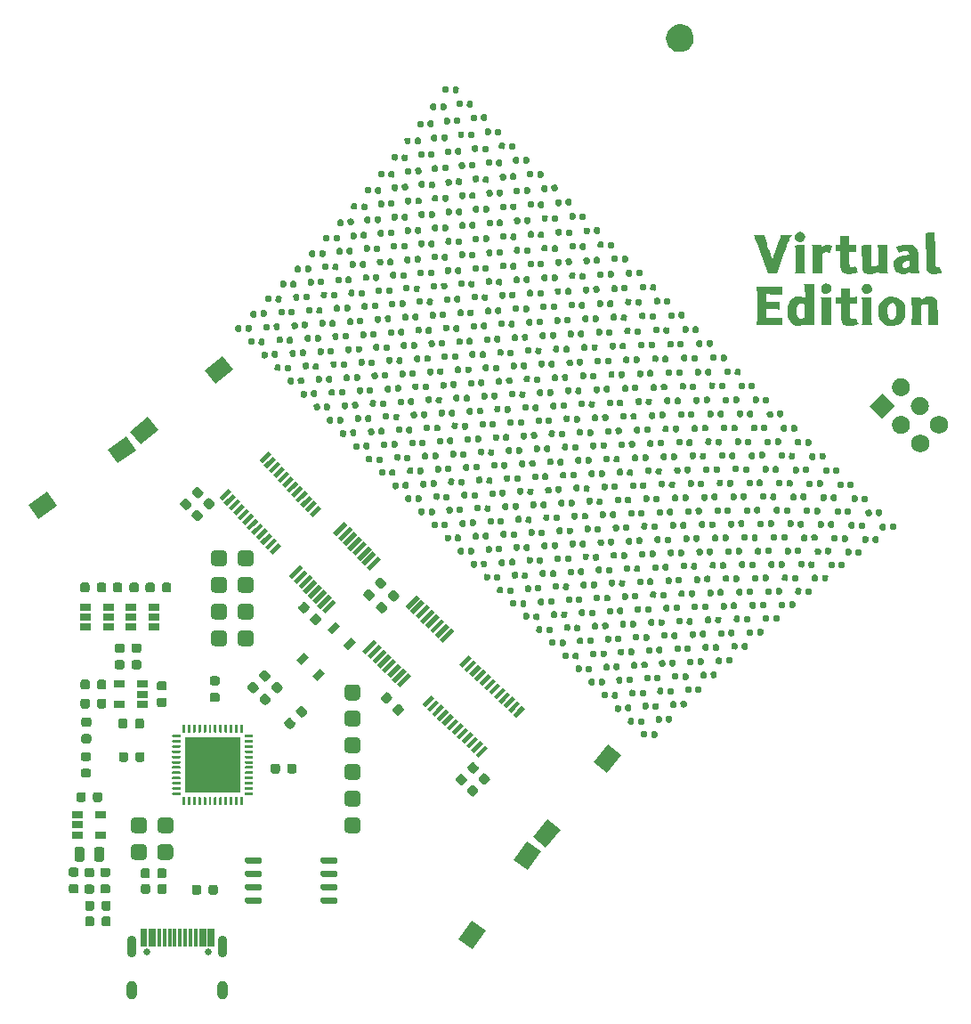
<source format=gts>
G04 #@! TF.GenerationSoftware,KiCad,Pcbnew,5.99.0-unknown-022839a5a~104~ubuntu20.04.1*
G04 #@! TF.CreationDate,2020-09-24T10:22:24-07:00*
G04 #@! TF.ProjectId,badge,62616467-652e-46b6-9963-61645f706362,0.1*
G04 #@! TF.SameCoordinates,Original*
G04 #@! TF.FileFunction,Soldermask,Top*
G04 #@! TF.FilePolarity,Negative*
%FSLAX46Y46*%
G04 Gerber Fmt 4.6, Leading zero omitted, Abs format (unit mm)*
G04 Created by KiCad (PCBNEW 5.99.0-unknown-022839a5a~104~ubuntu20.04.1) date 2020-09-24 10:22:24*
%MOMM*%
%LPD*%
G01*
G04 APERTURE LIST*
%ADD10R,1.060000X0.650000*%
%ADD11R,5.300000X5.300000*%
%ADD12C,0.650000*%
%ADD13R,0.300000X1.750000*%
%ADD14O,0.900000X2.100000*%
%ADD15O,1.000000X1.800000*%
%ADD16C,1.727200*%
G04 APERTURE END LIST*
G04 #@! TO.C,G\u002A\u002A\u002A*
G36*
X142839658Y-77064681D02*
G01*
X142852190Y-78634796D01*
X142948208Y-78712506D01*
X143052497Y-78766463D01*
X143165122Y-78755543D01*
X143229568Y-78741355D01*
X143274809Y-78753952D01*
X143315048Y-78808297D01*
X143364484Y-78919352D01*
X143396488Y-78999307D01*
X143448622Y-79138562D01*
X143482188Y-79243833D01*
X143490474Y-79293876D01*
X143489845Y-79294856D01*
X143426914Y-79321220D01*
X143299227Y-79350045D01*
X143126491Y-79377890D01*
X142928412Y-79401316D01*
X142831024Y-79409908D01*
X142645236Y-79419208D01*
X142511769Y-79410107D01*
X142399589Y-79379052D01*
X142340979Y-79353806D01*
X142174447Y-79236428D01*
X142086979Y-79108853D01*
X142066295Y-79062011D01*
X142049194Y-79006995D01*
X142035198Y-78935253D01*
X142023829Y-78838232D01*
X142014610Y-78707381D01*
X142007062Y-78534147D01*
X142000708Y-78309977D01*
X141995069Y-78026321D01*
X141989667Y-77674624D01*
X141984357Y-77272567D01*
X141978854Y-76903097D01*
X141972148Y-76559279D01*
X141964538Y-76250514D01*
X141956328Y-75986203D01*
X141947820Y-75775748D01*
X141939316Y-75628551D01*
X141931117Y-75554014D01*
X141928942Y-75547483D01*
X141931670Y-75523550D01*
X141983621Y-75507654D01*
X142095334Y-75498505D01*
X142277349Y-75494810D01*
X142360910Y-75494567D01*
X142827126Y-75494567D01*
X142839658Y-77064681D01*
G37*
G36*
X134745357Y-81632900D02*
G01*
X134954268Y-81632900D01*
X135102651Y-81624461D01*
X135232957Y-81603179D01*
X135271768Y-81591614D01*
X135380357Y-81550329D01*
X135380357Y-82248378D01*
X134745357Y-82216312D01*
X134745357Y-82891712D01*
X134746162Y-83147599D01*
X134749578Y-83332446D01*
X134757109Y-83459871D01*
X134770256Y-83543496D01*
X134790522Y-83596937D01*
X134819410Y-83633815D01*
X134828135Y-83642024D01*
X134939932Y-83692118D01*
X135092543Y-83694417D01*
X135256603Y-83648483D01*
X135256840Y-83648379D01*
X135300122Y-83650168D01*
X135347986Y-83701962D01*
X135409208Y-83815534D01*
X135453092Y-83911627D01*
X135582362Y-84204297D01*
X135268489Y-84273265D01*
X134974707Y-84322158D01*
X134693906Y-84339917D01*
X134445550Y-84326830D01*
X134249101Y-84283184D01*
X134189715Y-84257390D01*
X134098685Y-84200276D01*
X134028520Y-84129729D01*
X133976603Y-84034711D01*
X133940320Y-83904185D01*
X133917056Y-83727117D01*
X133904197Y-83492468D01*
X133899127Y-83189204D01*
X133898690Y-83029043D01*
X133898690Y-82225567D01*
X133390690Y-82225567D01*
X133390690Y-81637125D01*
X133877524Y-81611733D01*
X133901756Y-80786233D01*
X134745357Y-80786233D01*
X134745357Y-81632900D01*
G37*
G36*
X128310690Y-81044762D02*
G01*
X128309359Y-81225972D01*
X128303352Y-81336785D01*
X128289647Y-81391458D01*
X128265222Y-81404244D01*
X128236607Y-81394223D01*
X128170579Y-81381250D01*
X128036011Y-81368708D01*
X127849028Y-81357631D01*
X127625753Y-81349047D01*
X127472930Y-81345371D01*
X126783336Y-81332587D01*
X126795596Y-81704994D01*
X126807857Y-82077400D01*
X127315857Y-82077400D01*
X127526297Y-82074731D01*
X127715609Y-82067478D01*
X127862047Y-82056778D01*
X127940274Y-82044843D01*
X128056690Y-82012287D01*
X128056690Y-82418113D01*
X128056000Y-82605143D01*
X128051463Y-82721933D01*
X128039376Y-82782911D01*
X128016038Y-82802503D01*
X127977747Y-82795136D01*
X127961440Y-82789336D01*
X127883418Y-82775978D01*
X127740845Y-82765016D01*
X127553830Y-82757563D01*
X127342478Y-82754735D01*
X127337024Y-82754733D01*
X126807857Y-82754733D01*
X126795761Y-83191519D01*
X126783665Y-83628304D01*
X127473094Y-83613585D01*
X127710979Y-83606521D01*
X127922784Y-83596514D01*
X128092383Y-83584615D01*
X128203648Y-83571873D01*
X128236607Y-83563853D01*
X128271559Y-83554324D01*
X128293419Y-83575442D01*
X128305207Y-83641502D01*
X128309945Y-83766799D01*
X128310690Y-83914371D01*
X128310690Y-84299900D01*
X127061857Y-84299900D01*
X126746486Y-84298799D01*
X126460363Y-84295685D01*
X126213925Y-84290841D01*
X126017605Y-84284550D01*
X125881838Y-84277095D01*
X125817060Y-84268759D01*
X125813024Y-84266033D01*
X125839568Y-84210157D01*
X125865940Y-84179250D01*
X125880513Y-84123165D01*
X125892954Y-83993693D01*
X125903269Y-83802086D01*
X125911461Y-83559597D01*
X125917536Y-83277479D01*
X125921499Y-82966984D01*
X125923355Y-82639363D01*
X125923108Y-82305871D01*
X125920764Y-81977760D01*
X125916328Y-81666281D01*
X125909803Y-81382688D01*
X125901196Y-81138233D01*
X125890511Y-80944169D01*
X125877753Y-80811747D01*
X125864451Y-80754483D01*
X125810045Y-80659233D01*
X128310690Y-80659233D01*
X128310690Y-81044762D01*
G37*
G36*
X132639103Y-80352481D02*
G01*
X132714743Y-80384783D01*
X132848822Y-80495135D01*
X132931083Y-80646730D01*
X132961262Y-80818440D01*
X132939094Y-80989140D01*
X132864315Y-81137700D01*
X132736662Y-81242995D01*
X132725535Y-81248293D01*
X132580241Y-81286232D01*
X132413321Y-81289941D01*
X132261441Y-81261369D01*
X132178562Y-81219209D01*
X132054678Y-81074090D01*
X131998562Y-80888218D01*
X131993690Y-80798436D01*
X132030565Y-80611737D01*
X132130130Y-80464277D01*
X132275800Y-80365571D01*
X132450987Y-80325133D01*
X132639103Y-80352481D01*
G37*
G36*
X128790295Y-82881733D02*
G01*
X128844473Y-82487911D01*
X128944866Y-82164296D01*
X129091990Y-81909817D01*
X129286366Y-81723404D01*
X129379039Y-81666822D01*
X129578021Y-81596643D01*
X129810499Y-81567586D01*
X130044772Y-81579717D01*
X130249137Y-81633103D01*
X130313471Y-81664873D01*
X130469690Y-81757044D01*
X130469429Y-81197555D01*
X130465803Y-80928088D01*
X130454550Y-80731982D01*
X130434672Y-80598191D01*
X130408440Y-80521650D01*
X130347711Y-80405233D01*
X131313822Y-80405233D01*
X131325673Y-82278483D01*
X131328944Y-82670858D01*
X131333528Y-83038655D01*
X131339202Y-83372898D01*
X131345745Y-83664613D01*
X131352934Y-83904823D01*
X131360549Y-84084555D01*
X131368367Y-84194832D01*
X131373803Y-84225817D01*
X131383474Y-84258683D01*
X131364930Y-84280106D01*
X131304706Y-84292501D01*
X131189338Y-84298284D01*
X131005364Y-84299873D01*
X130961053Y-84299900D01*
X130761482Y-84298824D01*
X130631693Y-84293752D01*
X130556811Y-84281919D01*
X130521958Y-84260559D01*
X130512261Y-84226907D01*
X130512024Y-84216424D01*
X130507273Y-84170550D01*
X130480669Y-84159893D01*
X130413677Y-84186446D01*
X130315218Y-84237591D01*
X130167570Y-84302408D01*
X130015705Y-84333367D01*
X129838968Y-84339550D01*
X129677484Y-84332169D01*
X129537494Y-84315655D01*
X129459835Y-84296939D01*
X129225707Y-84159090D01*
X129037137Y-83955841D01*
X128898069Y-83695524D01*
X128812445Y-83386474D01*
X128795416Y-83175740D01*
X129677457Y-83175740D01*
X129725015Y-83412753D01*
X129821048Y-83580663D01*
X129867447Y-83624120D01*
X130015027Y-83689355D01*
X130187289Y-83682293D01*
X130366202Y-83603742D01*
X130369456Y-83601624D01*
X130409085Y-83573170D01*
X130436618Y-83539057D01*
X130453915Y-83485153D01*
X130462836Y-83397324D01*
X130465240Y-83261440D01*
X130462987Y-83063368D01*
X130460229Y-82911772D01*
X130448524Y-82289067D01*
X130266923Y-82226292D01*
X130145550Y-82190100D01*
X130064133Y-82187948D01*
X129985083Y-82219891D01*
X129972709Y-82226725D01*
X129836004Y-82344560D01*
X129742144Y-82523801D01*
X129688132Y-82771001D01*
X129678444Y-82869906D01*
X129677457Y-83175740D01*
X128795416Y-83175740D01*
X128784206Y-83037022D01*
X128790295Y-82881733D01*
G37*
G36*
X134669741Y-76245983D02*
G01*
X134681857Y-76658733D01*
X134924171Y-76671396D01*
X135073647Y-76670625D01*
X135199182Y-76655120D01*
X135252254Y-76638157D01*
X135292690Y-76620542D01*
X135317885Y-76629878D01*
X135331439Y-76680353D01*
X135336952Y-76786154D01*
X135338022Y-76961469D01*
X135338024Y-76976233D01*
X135337124Y-77156778D01*
X135332027Y-77266846D01*
X135319132Y-77320625D01*
X135294840Y-77332303D01*
X135255552Y-77316068D01*
X135252254Y-77314310D01*
X135163238Y-77290919D01*
X135025982Y-77279799D01*
X134924171Y-77281070D01*
X134681857Y-77293733D01*
X134681857Y-77954081D01*
X134683648Y-78228218D01*
X134690874Y-78429843D01*
X134706310Y-78571069D01*
X134732731Y-78664007D01*
X134772915Y-78720771D01*
X134829637Y-78753473D01*
X134867778Y-78765302D01*
X134957054Y-78765235D01*
X135078312Y-78739197D01*
X135102697Y-78731338D01*
X135260303Y-78677156D01*
X135384793Y-78954620D01*
X135443352Y-79092496D01*
X135481693Y-79197345D01*
X135492322Y-79248440D01*
X135491532Y-79249836D01*
X135444001Y-79269722D01*
X135340294Y-79302207D01*
X135247153Y-79328259D01*
X135007219Y-79377863D01*
X134753241Y-79406098D01*
X134515236Y-79411123D01*
X134323218Y-79391098D01*
X134301766Y-79386204D01*
X134097475Y-79296374D01*
X133950185Y-79144449D01*
X133862594Y-78933295D01*
X133858634Y-78915744D01*
X133843509Y-78802512D01*
X133830580Y-78624241D01*
X133820793Y-78400549D01*
X133815091Y-78151055D01*
X133814024Y-77990149D01*
X133814024Y-77272567D01*
X133348357Y-77272567D01*
X133348357Y-76679900D01*
X133814024Y-76679900D01*
X133814024Y-75833233D01*
X134657624Y-75833233D01*
X134669741Y-76245983D01*
G37*
G36*
X118691500Y-55689405D02*
G01*
X118983510Y-55743762D01*
X119207363Y-55833797D01*
X119462792Y-56017403D01*
X119659645Y-56250335D01*
X119795961Y-56519143D01*
X119869782Y-56810376D01*
X119879147Y-57110584D01*
X119822096Y-57406319D01*
X119696669Y-57684128D01*
X119511382Y-57920208D01*
X119314577Y-58091838D01*
X119116757Y-58203791D01*
X118891341Y-58267130D01*
X118616357Y-58292759D01*
X118350498Y-58290621D01*
X118150374Y-58261782D01*
X118077647Y-58239662D01*
X117875084Y-58131543D01*
X117671581Y-57965151D01*
X117490918Y-57763195D01*
X117359629Y-57554055D01*
X117265506Y-57272200D01*
X117237506Y-56964100D01*
X117276020Y-56656866D01*
X117343876Y-56454298D01*
X117474863Y-56237201D01*
X117661455Y-56031825D01*
X117878671Y-55861221D01*
X118101530Y-55748441D01*
X118113091Y-55744494D01*
X118390652Y-55688775D01*
X118691500Y-55689405D01*
G37*
G36*
X142546233Y-81581137D02*
G01*
X142706198Y-81620510D01*
X142833589Y-81699891D01*
X142953543Y-81830536D01*
X142976574Y-81860754D01*
X143003171Y-81901057D01*
X143024107Y-81949446D01*
X143040323Y-82016520D01*
X143052757Y-82112880D01*
X143062346Y-82249123D01*
X143070029Y-82435849D01*
X143076745Y-82683656D01*
X143083431Y-83003144D01*
X143085024Y-83085805D01*
X143091976Y-83385604D01*
X143100647Y-83658681D01*
X143110474Y-83893245D01*
X143120894Y-84077504D01*
X143131344Y-84199667D01*
X143140439Y-84246983D01*
X143137253Y-84269628D01*
X143086570Y-84285153D01*
X142978277Y-84294630D01*
X142802262Y-84299132D01*
X142641532Y-84299900D01*
X142421795Y-84299299D01*
X142274168Y-84296095D01*
X142186099Y-84288188D01*
X142145033Y-84273477D01*
X142138416Y-84249861D01*
X142152201Y-84218016D01*
X142168385Y-84146068D01*
X142180970Y-84007761D01*
X142190015Y-83818487D01*
X142195574Y-83593641D01*
X142197705Y-83348616D01*
X142196464Y-83098808D01*
X142191908Y-82859609D01*
X142184093Y-82646413D01*
X142173076Y-82474614D01*
X142158913Y-82359606D01*
X142145224Y-82318700D01*
X142051089Y-82276759D01*
X141910549Y-82272939D01*
X141752164Y-82306011D01*
X141668293Y-82339240D01*
X141518690Y-82410581D01*
X141518690Y-83273357D01*
X141520859Y-83571955D01*
X141527040Y-83826590D01*
X141536744Y-84026728D01*
X141549483Y-84161834D01*
X141562513Y-84218016D01*
X141576697Y-84251840D01*
X141568096Y-84274784D01*
X141524145Y-84288956D01*
X141432282Y-84296461D01*
X141279942Y-84299406D01*
X141074190Y-84299900D01*
X140854698Y-84299297D01*
X140707307Y-84296084D01*
X140619455Y-84288154D01*
X140578577Y-84273401D01*
X140572111Y-84249717D01*
X140585867Y-84218016D01*
X140600025Y-84149994D01*
X140611542Y-84012584D01*
X140620454Y-83818937D01*
X140626799Y-83582204D01*
X140630611Y-83315537D01*
X140631927Y-83032088D01*
X140630783Y-82745008D01*
X140627216Y-82467448D01*
X140621262Y-82212561D01*
X140612956Y-81993499D01*
X140602336Y-81823411D01*
X140589437Y-81715451D01*
X140578890Y-81683700D01*
X140574246Y-81660994D01*
X140620586Y-81645799D01*
X140727756Y-81636932D01*
X140905600Y-81633212D01*
X141002224Y-81632900D01*
X141207730Y-81633518D01*
X141343173Y-81637396D01*
X141423156Y-81647573D01*
X141462280Y-81667085D01*
X141475150Y-81698969D01*
X141476357Y-81731515D01*
X141476357Y-81830131D01*
X141738255Y-81700322D01*
X141894618Y-81629594D01*
X142029640Y-81590072D01*
X142181850Y-81573283D01*
X142328563Y-81570514D01*
X142546233Y-81581137D01*
G37*
G36*
X132925024Y-82884516D02*
G01*
X132926542Y-83272649D01*
X132930974Y-83602194D01*
X132938136Y-83867540D01*
X132947842Y-84063078D01*
X132959910Y-84183198D01*
X132968846Y-84218016D01*
X132983030Y-84251840D01*
X132974429Y-84274784D01*
X132930478Y-84288956D01*
X132838615Y-84296461D01*
X132686276Y-84299406D01*
X132480524Y-84299900D01*
X132261031Y-84299297D01*
X132113641Y-84296084D01*
X132025788Y-84288154D01*
X131984910Y-84273401D01*
X131978444Y-84249717D01*
X131992201Y-84218016D01*
X132005973Y-84148991D01*
X132017425Y-84001674D01*
X132026334Y-83782414D01*
X132032478Y-83497560D01*
X132035635Y-83153461D01*
X132036024Y-82966400D01*
X132034402Y-82595755D01*
X132029684Y-82281265D01*
X132022094Y-82029278D01*
X132011852Y-81846143D01*
X131999182Y-81738208D01*
X131992201Y-81714783D01*
X131977571Y-81679743D01*
X131986995Y-81656453D01*
X132033467Y-81642519D01*
X132129984Y-81635548D01*
X132289540Y-81633146D01*
X132436701Y-81632900D01*
X132925024Y-81632900D01*
X132925024Y-82884516D01*
G37*
G36*
X130427357Y-77931516D02*
G01*
X130428875Y-78319649D01*
X130433307Y-78649194D01*
X130440469Y-78914540D01*
X130450176Y-79110078D01*
X130462243Y-79230198D01*
X130471180Y-79265016D01*
X130485581Y-79299430D01*
X130476587Y-79322547D01*
X130431425Y-79336609D01*
X130337321Y-79343859D01*
X130181500Y-79346539D01*
X130004706Y-79346900D01*
X129494410Y-79346900D01*
X129526967Y-79230483D01*
X129535624Y-79158096D01*
X129543415Y-79013454D01*
X129550020Y-78808966D01*
X129555119Y-78557042D01*
X129558394Y-78270092D01*
X129559524Y-77966929D01*
X129558683Y-77608189D01*
X129555883Y-77325400D01*
X129550710Y-77109857D01*
X129542747Y-76952860D01*
X129531579Y-76845704D01*
X129516791Y-76779687D01*
X129501423Y-76749845D01*
X129482927Y-76719996D01*
X129494550Y-76700069D01*
X129548566Y-76688086D01*
X129657251Y-76682069D01*
X129832879Y-76680040D01*
X129935340Y-76679900D01*
X130427357Y-76679900D01*
X130427357Y-77931516D01*
G37*
G36*
X130139274Y-75418679D02*
G01*
X130238348Y-75455165D01*
X130333832Y-75534582D01*
X130339434Y-75540156D01*
X130424859Y-75642429D01*
X130462458Y-75748125D01*
X130469690Y-75869403D01*
X130441828Y-76071348D01*
X130353403Y-76220375D01*
X130215223Y-76320308D01*
X130046097Y-76376453D01*
X129877214Y-76360413D01*
X129758409Y-76312751D01*
X129608216Y-76194279D01*
X129519087Y-76022349D01*
X129496024Y-75852269D01*
X129514434Y-75728411D01*
X129581080Y-75617578D01*
X129639957Y-75553833D01*
X129742080Y-75464049D01*
X129837999Y-75421737D01*
X129969450Y-75410053D01*
X129996534Y-75409900D01*
X130139274Y-75418679D01*
G37*
G36*
X136786726Y-82892317D02*
G01*
X136790896Y-83213502D01*
X136796955Y-83509449D01*
X136804498Y-83768935D01*
X136813119Y-83980739D01*
X136822415Y-84133640D01*
X136831980Y-84216416D01*
X136834803Y-84225817D01*
X136843984Y-84256881D01*
X136826998Y-84277824D01*
X136771090Y-84290618D01*
X136663504Y-84297236D01*
X136491485Y-84299649D01*
X136355700Y-84299900D01*
X135840318Y-84299900D01*
X135874921Y-84204650D01*
X135885132Y-84134558D01*
X135893502Y-83994592D01*
X135900040Y-83798264D01*
X135904755Y-83559088D01*
X135907656Y-83290576D01*
X135908753Y-83006243D01*
X135908053Y-82719602D01*
X135905567Y-82444165D01*
X135901304Y-82193446D01*
X135895272Y-81980958D01*
X135887481Y-81820214D01*
X135877939Y-81724728D01*
X135873244Y-81706983D01*
X135863726Y-81674693D01*
X135881757Y-81653413D01*
X135940576Y-81640878D01*
X136053423Y-81634820D01*
X136233538Y-81632972D01*
X136305946Y-81632900D01*
X136774928Y-81632900D01*
X136786726Y-82892317D01*
G37*
G36*
X138923117Y-78188532D02*
G01*
X139049773Y-77986976D01*
X139246512Y-77826702D01*
X139510883Y-77710056D01*
X139840437Y-77639382D01*
X140021838Y-77622430D01*
X140230610Y-77604745D01*
X140361320Y-77577149D01*
X140420509Y-77533090D01*
X140414714Y-77466016D01*
X140350474Y-77369374D01*
X140315816Y-77327844D01*
X140242446Y-77255954D01*
X140163364Y-77222757D01*
X140044461Y-77216485D01*
X139997503Y-77218028D01*
X139822011Y-77241954D01*
X139642189Y-77291114D01*
X139589794Y-77311746D01*
X139474825Y-77359786D01*
X139413696Y-77372571D01*
X139383863Y-77351364D01*
X139372003Y-77323951D01*
X139340926Y-77245529D01*
X139289339Y-77122311D01*
X139251086Y-77033303D01*
X139156356Y-76815206D01*
X139510491Y-76726386D01*
X139769672Y-76675586D01*
X140042742Y-76646143D01*
X140304978Y-76638906D01*
X140531656Y-76654723D01*
X140676290Y-76686375D01*
X140908968Y-76800065D01*
X141080968Y-76966705D01*
X141149150Y-77075048D01*
X141179681Y-77137406D01*
X141203296Y-77203818D01*
X141221227Y-77286478D01*
X141234712Y-77397580D01*
X141244983Y-77549318D01*
X141253276Y-77753887D01*
X141260826Y-78023481D01*
X141265593Y-78225067D01*
X141273456Y-78507365D01*
X141283287Y-78764035D01*
X141294370Y-78982033D01*
X141305988Y-79148314D01*
X141317427Y-79249833D01*
X141323121Y-79272817D01*
X141332308Y-79305688D01*
X141313332Y-79327114D01*
X141252699Y-79339509D01*
X141136916Y-79345290D01*
X140952488Y-79346874D01*
X140909386Y-79346900D01*
X140709984Y-79345893D01*
X140580328Y-79340971D01*
X140505502Y-79329278D01*
X140470592Y-79307960D01*
X140460684Y-79274164D01*
X140460357Y-79260966D01*
X140456771Y-79206270D01*
X140432090Y-79200864D01*
X140365429Y-79245257D01*
X140340175Y-79263886D01*
X140148079Y-79362095D01*
X139915462Y-79416119D01*
X139677112Y-79420466D01*
X139528749Y-79392013D01*
X139267981Y-79276993D01*
X139073362Y-79109617D01*
X138942781Y-78887619D01*
X138889850Y-78706112D01*
X138874170Y-78497795D01*
X139705963Y-78497795D01*
X139725721Y-78642617D01*
X139805235Y-78747808D01*
X139926668Y-78807622D01*
X140072184Y-78816311D01*
X140223946Y-78768126D01*
X140324668Y-78697185D01*
X140384470Y-78626644D01*
X140409764Y-78538940D01*
X140409668Y-78401622D01*
X140409335Y-78395824D01*
X140396857Y-78182733D01*
X140169388Y-78188947D01*
X139952365Y-78220623D01*
X139801770Y-78301100D01*
X139719659Y-78429009D01*
X139705963Y-78497795D01*
X138874170Y-78497795D01*
X138868993Y-78429026D01*
X138923117Y-78188532D01*
G37*
G36*
X132744623Y-76647959D02*
G01*
X132879803Y-76674474D01*
X132989501Y-76710115D01*
X133048182Y-76747886D01*
X133052024Y-76758813D01*
X133037593Y-76813922D01*
X133000444Y-76919848D01*
X132949788Y-77053290D01*
X132894839Y-77190942D01*
X132844809Y-77309501D01*
X132808912Y-77385665D01*
X132798024Y-77401305D01*
X132748119Y-77395127D01*
X132647727Y-77370119D01*
X132601075Y-77356641D01*
X132474654Y-77327417D01*
X132375752Y-77336359D01*
X132262408Y-77383521D01*
X132099524Y-77463067D01*
X132087994Y-78287149D01*
X132086423Y-78553819D01*
X132089051Y-78796403D01*
X132095406Y-78999802D01*
X132105014Y-79148918D01*
X132117400Y-79228654D01*
X132117542Y-79229065D01*
X132158619Y-79346900D01*
X131648292Y-79346900D01*
X131433857Y-79346019D01*
X131291272Y-79342044D01*
X131207726Y-79332972D01*
X131170409Y-79316802D01*
X131166511Y-79291533D01*
X131174076Y-79272817D01*
X131184150Y-79212001D01*
X131194098Y-79078439D01*
X131203438Y-78884052D01*
X131211688Y-78640759D01*
X131218366Y-78360481D01*
X131222894Y-78064022D01*
X131226099Y-77709790D01*
X131226609Y-77430308D01*
X131224036Y-77215693D01*
X131217991Y-77056059D01*
X131208087Y-76941522D01*
X131193933Y-76862197D01*
X131175142Y-76808200D01*
X131173391Y-76804605D01*
X131111179Y-76679900D01*
X132036024Y-76679900D01*
X132036024Y-76889702D01*
X132234812Y-76763634D01*
X132430274Y-76666978D01*
X132609494Y-76637567D01*
X132744623Y-76647959D01*
G37*
G36*
X136526940Y-80360450D02*
G01*
X136666884Y-80443208D01*
X136791433Y-80606870D01*
X136844214Y-80782277D01*
X136831024Y-80953663D01*
X136757659Y-81105261D01*
X136629916Y-81221304D01*
X136453590Y-81286025D01*
X136354024Y-81294233D01*
X136162092Y-81269267D01*
X136045297Y-81208905D01*
X135936252Y-81076535D01*
X135870479Y-80903649D01*
X135861889Y-80729143D01*
X135865916Y-80707370D01*
X135914030Y-80599226D01*
X135999236Y-80485429D01*
X136020193Y-80464099D01*
X136172773Y-80368942D01*
X136350974Y-80334092D01*
X136526940Y-80360450D01*
G37*
G36*
X137447318Y-82579362D02*
G01*
X137468681Y-82456400D01*
X137504032Y-82350491D01*
X137522663Y-82308082D01*
X137696321Y-82025879D01*
X137927633Y-81805631D01*
X138121393Y-81689391D01*
X138258531Y-81628910D01*
X138384497Y-81593479D01*
X138531635Y-81576806D01*
X138721748Y-81572610D01*
X139067892Y-81602729D01*
X139360335Y-81696405D01*
X139604843Y-81856928D01*
X139807183Y-82087588D01*
X139903220Y-82246733D01*
X139951627Y-82344178D01*
X139983799Y-82433920D01*
X140003013Y-82536891D01*
X140012544Y-82674021D01*
X140015667Y-82866241D01*
X140015857Y-82966400D01*
X140014699Y-83184888D01*
X140008824Y-83339776D01*
X139994633Y-83452123D01*
X139968522Y-83542991D01*
X139926893Y-83633438D01*
X139890205Y-83701256D01*
X139712713Y-83958343D01*
X139499555Y-84146037D01*
X139242355Y-84268870D01*
X138932737Y-84331376D01*
X138706566Y-84341820D01*
X138497075Y-84334684D01*
X138337583Y-84309825D01*
X138194224Y-84261169D01*
X138152303Y-84242426D01*
X137887363Y-84077529D01*
X137673406Y-83850416D01*
X137549027Y-83649160D01*
X137498001Y-83543824D01*
X137464901Y-83446805D01*
X137445865Y-83335073D01*
X137437029Y-83185594D01*
X137434530Y-82975337D01*
X137434509Y-82966400D01*
X137435112Y-82910422D01*
X138301174Y-82910422D01*
X138310596Y-83138873D01*
X138340921Y-83345323D01*
X138382935Y-83480631D01*
X138490290Y-83645080D01*
X138623584Y-83735295D01*
X138772750Y-83748009D01*
X138927723Y-83679956D01*
X138948750Y-83664238D01*
X139061369Y-83527166D01*
X139132674Y-83323634D01*
X139163887Y-83049700D01*
X139165590Y-82965390D01*
X139150981Y-82740680D01*
X139109327Y-82533448D01*
X139046747Y-82363375D01*
X138969360Y-82250145D01*
X138935454Y-82225083D01*
X138766523Y-82175666D01*
X138606981Y-82204551D01*
X138469450Y-82305436D01*
X138366551Y-82472021D01*
X138349554Y-82517634D01*
X138313784Y-82692498D01*
X138301174Y-82910422D01*
X137435112Y-82910422D01*
X137436931Y-82741865D01*
X137447318Y-82579362D01*
G37*
G36*
X136735024Y-77624309D02*
G01*
X136735593Y-77959423D01*
X136739072Y-78219099D01*
X136748117Y-78412564D01*
X136765384Y-78549047D01*
X136793530Y-78637774D01*
X136835212Y-78687974D01*
X136893085Y-78708874D01*
X136969806Y-78709702D01*
X137045330Y-78702250D01*
X137190552Y-78673306D01*
X137317397Y-78627527D01*
X137348246Y-78610360D01*
X137454690Y-78540615D01*
X137454429Y-77726674D01*
X137452745Y-77418763D01*
X137447441Y-77184652D01*
X137437809Y-77013527D01*
X137423140Y-76894572D01*
X137402726Y-76816971D01*
X137393440Y-76796317D01*
X137332711Y-76679900D01*
X138301357Y-76679900D01*
X138301357Y-77904811D01*
X138302767Y-78237231D01*
X138306773Y-78539971D01*
X138313038Y-78802153D01*
X138321226Y-79012896D01*
X138330999Y-79161321D01*
X138342020Y-79236549D01*
X138342642Y-79238311D01*
X138383928Y-79346900D01*
X137940476Y-79346900D01*
X137742271Y-79345764D01*
X137613780Y-79340509D01*
X137540059Y-79328359D01*
X137506165Y-79306541D01*
X137497156Y-79272281D01*
X137497024Y-79264575D01*
X137492224Y-79221091D01*
X137465824Y-79208549D01*
X137399825Y-79228710D01*
X137276227Y-79283336D01*
X137268335Y-79286948D01*
X137063029Y-79357312D01*
X136826589Y-79402328D01*
X136593076Y-79417885D01*
X136396553Y-79399870D01*
X136375190Y-79394767D01*
X136175705Y-79313110D01*
X136031183Y-79180507D01*
X135988538Y-79117546D01*
X135963835Y-79068982D01*
X135944293Y-79007177D01*
X135929014Y-78921321D01*
X135917104Y-78800605D01*
X135907664Y-78634219D01*
X135899799Y-78411353D01*
X135892613Y-78121199D01*
X135888200Y-77907567D01*
X135881009Y-77610307D01*
X135871931Y-77338524D01*
X135861575Y-77104490D01*
X135850553Y-76920477D01*
X135839476Y-76798757D01*
X135830754Y-76753983D01*
X135821321Y-76721726D01*
X135839389Y-76700455D01*
X135898189Y-76687911D01*
X136010952Y-76681838D01*
X136190909Y-76679975D01*
X136264828Y-76679900D01*
X136735024Y-76679900D01*
X136735024Y-77624309D01*
G37*
G36*
X126651544Y-75843817D02*
G01*
X126664893Y-75912758D01*
X126701791Y-76046679D01*
X126757740Y-76232142D01*
X126828240Y-76455710D01*
X126908793Y-76703945D01*
X126994900Y-76963409D01*
X127082061Y-77220665D01*
X127165779Y-77462275D01*
X127241553Y-77674802D01*
X127304885Y-77844807D01*
X127351277Y-77958853D01*
X127374020Y-78001748D01*
X127397014Y-77975154D01*
X127441306Y-77880046D01*
X127502679Y-77728638D01*
X127576913Y-77533145D01*
X127659791Y-77305783D01*
X127747097Y-77058768D01*
X127834610Y-76804313D01*
X127918115Y-76554636D01*
X127993393Y-76321951D01*
X128056226Y-76118473D01*
X128102396Y-75956417D01*
X128127687Y-75848000D01*
X128130673Y-75810379D01*
X128110764Y-75706233D01*
X129202225Y-75706233D01*
X129116978Y-75822650D01*
X129084338Y-75886452D01*
X129026149Y-76020854D01*
X128945930Y-76216934D01*
X128847198Y-76465771D01*
X128733473Y-76758444D01*
X128608272Y-77086031D01*
X128475114Y-77439611D01*
X128403294Y-77632400D01*
X127774858Y-79325733D01*
X127375831Y-79337724D01*
X126976805Y-79349715D01*
X126367267Y-77712847D01*
X126232367Y-77352180D01*
X126103246Y-77009992D01*
X125983602Y-76695861D01*
X125877129Y-76419364D01*
X125787525Y-76190075D01*
X125718486Y-76017573D01*
X125673707Y-75911432D01*
X125664134Y-75891106D01*
X125570539Y-75706233D01*
X126651224Y-75706233D01*
X126651544Y-75843817D01*
G37*
G04 #@! TD*
G04 #@! TO.C,D439*
G36*
G01*
X106459153Y-109283114D02*
X106474803Y-108938470D01*
G75*
G02*
X106628842Y-108797813I147348J-6691D01*
G01*
X106923538Y-108811195D01*
G75*
G02*
X107064195Y-108965234I-6691J-147348D01*
G01*
X107048545Y-109309878D01*
G75*
G02*
X106894506Y-109450535I-147348J6691D01*
G01*
X106599810Y-109437153D01*
G75*
G02*
X106459153Y-109283114I6691J147348D01*
G01*
G37*
G36*
G01*
X107428155Y-109327116D02*
X107443805Y-108982472D01*
G75*
G02*
X107597844Y-108841815I147348J-6691D01*
G01*
X107892540Y-108855197D01*
G75*
G02*
X108033197Y-109009236I-6691J-147348D01*
G01*
X108017547Y-109353880D01*
G75*
G02*
X107863508Y-109494537I-147348J6691D01*
G01*
X107568812Y-109481155D01*
G75*
G02*
X107428155Y-109327116I6691J147348D01*
G01*
G37*
G04 #@! TD*
G04 #@! TO.C,D22*
G36*
G01*
X124147777Y-90219977D02*
X124153798Y-89875030D01*
G75*
G02*
X124303850Y-89730126I147478J-2574D01*
G01*
X124598805Y-89735275D01*
G75*
G02*
X124743709Y-89885327I-2574J-147478D01*
G01*
X124737688Y-90230274D01*
G75*
G02*
X124587636Y-90375178I-147478J2574D01*
G01*
X124292681Y-90370029D01*
G75*
G02*
X124147777Y-90219977I2574J147478D01*
G01*
G37*
G36*
G01*
X125117629Y-90236905D02*
X125123650Y-89891958D01*
G75*
G02*
X125273702Y-89747054I147478J-2574D01*
G01*
X125568657Y-89752203D01*
G75*
G02*
X125713561Y-89902255I-2574J-147478D01*
G01*
X125707540Y-90247202D01*
G75*
G02*
X125557488Y-90392106I-147478J2574D01*
G01*
X125262533Y-90386957D01*
G75*
G02*
X125117629Y-90236905I2574J147478D01*
G01*
G37*
G04 #@! TD*
G04 #@! TO.C,D476*
G36*
G01*
X111281582Y-116990070D02*
X111265330Y-116645453D01*
G75*
G02*
X111405718Y-116491169I147336J6948D01*
G01*
X111700390Y-116477272D01*
G75*
G02*
X111854674Y-116617660I6948J-147336D01*
G01*
X111870926Y-116962277D01*
G75*
G02*
X111730538Y-117116561I-147336J-6948D01*
G01*
X111435866Y-117130458D01*
G75*
G02*
X111281582Y-116990070I-6948J147336D01*
G01*
G37*
G36*
G01*
X112250506Y-116944376D02*
X112234254Y-116599759D01*
G75*
G02*
X112374642Y-116445475I147336J6948D01*
G01*
X112669314Y-116431578D01*
G75*
G02*
X112823598Y-116571966I6948J-147336D01*
G01*
X112839850Y-116916583D01*
G75*
G02*
X112699462Y-117070867I-147336J-6948D01*
G01*
X112404790Y-117084764D01*
G75*
G02*
X112250506Y-116944376I-6948J147336D01*
G01*
G37*
G04 #@! TD*
G04 #@! TO.C,D26*
G36*
G01*
X129513230Y-95584339D02*
X129519853Y-95239402D01*
G75*
G02*
X129670158Y-95094761I147473J-2832D01*
G01*
X129965103Y-95100424D01*
G75*
G02*
X130109744Y-95250729I-2832J-147473D01*
G01*
X130103121Y-95595666D01*
G75*
G02*
X129952816Y-95740307I-147473J2832D01*
G01*
X129657871Y-95734644D01*
G75*
G02*
X129513230Y-95584339I2832J147473D01*
G01*
G37*
G36*
G01*
X130483052Y-95602961D02*
X130489675Y-95258024D01*
G75*
G02*
X130639980Y-95113383I147473J-2832D01*
G01*
X130934925Y-95119046D01*
G75*
G02*
X131079566Y-95269351I-2832J-147473D01*
G01*
X131072943Y-95614288D01*
G75*
G02*
X130922638Y-95758929I-147473J2832D01*
G01*
X130627693Y-95753266D01*
G75*
G02*
X130483052Y-95602961I2832J147473D01*
G01*
G37*
G04 #@! TD*
G04 #@! TO.C,D512*
G36*
G01*
X114854291Y-123346312D02*
X114863924Y-123001447D01*
G75*
G02*
X115015484Y-122858123I147442J-4118D01*
G01*
X115310369Y-122866360D01*
G75*
G02*
X115453693Y-123017920I-4118J-147442D01*
G01*
X115444060Y-123362785D01*
G75*
G02*
X115292500Y-123506109I-147442J4118D01*
G01*
X114997615Y-123497872D01*
G75*
G02*
X114854291Y-123346312I4118J147442D01*
G01*
G37*
G36*
G01*
X115823913Y-123373396D02*
X115833546Y-123028531D01*
G75*
G02*
X115985106Y-122885207I147442J-4118D01*
G01*
X116279991Y-122893444D01*
G75*
G02*
X116423315Y-123045004I-4118J-147442D01*
G01*
X116413682Y-123389869D01*
G75*
G02*
X116262122Y-123533193I-147442J4118D01*
G01*
X115967237Y-123524956D01*
G75*
G02*
X115823913Y-123373396I4118J147442D01*
G01*
G37*
G04 #@! TD*
G04 #@! TO.C,D36*
G36*
G01*
X98767272Y-67650108D02*
X98782922Y-67305464D01*
G75*
G02*
X98936961Y-67164807I147348J-6691D01*
G01*
X99231657Y-67178189D01*
G75*
G02*
X99372314Y-67332228I-6691J-147348D01*
G01*
X99356664Y-67676872D01*
G75*
G02*
X99202625Y-67817529I-147348J6691D01*
G01*
X98907929Y-67804147D01*
G75*
G02*
X98767272Y-67650108I6691J147348D01*
G01*
G37*
G36*
G01*
X99736274Y-67694110D02*
X99751924Y-67349466D01*
G75*
G02*
X99905963Y-67208809I147348J-6691D01*
G01*
X100200659Y-67222191D01*
G75*
G02*
X100341316Y-67376230I-6691J-147348D01*
G01*
X100325666Y-67720874D01*
G75*
G02*
X100171627Y-67861531I-147348J6691D01*
G01*
X99876931Y-67848149D01*
G75*
G02*
X99736274Y-67694110I6691J147348D01*
G01*
G37*
G04 #@! TD*
G04 #@! TO.C,TP9*
G36*
G01*
X76494690Y-114441233D02*
X76494690Y-113679233D01*
G75*
G02*
X76875690Y-113298233I381000J0D01*
G01*
X77637690Y-113298233D01*
G75*
G02*
X78018690Y-113679233I0J-381000D01*
G01*
X78018690Y-114441233D01*
G75*
G02*
X77637690Y-114822233I-381000J0D01*
G01*
X76875690Y-114822233D01*
G75*
G02*
X76494690Y-114441233I0J381000D01*
G01*
G37*
G04 #@! TD*
G04 #@! TO.C,D292*
G36*
G01*
X88390058Y-79913722D02*
X88398488Y-79568825D01*
G75*
G02*
X88549548Y-79424973I147456J-3604D01*
G01*
X88844460Y-79432180D01*
G75*
G02*
X88988312Y-79583240I-3604J-147456D01*
G01*
X88979882Y-79928137D01*
G75*
G02*
X88828822Y-80071989I-147456J3604D01*
G01*
X88533910Y-80064782D01*
G75*
G02*
X88390058Y-79913722I3604J147456D01*
G01*
G37*
G36*
G01*
X89359768Y-79937422D02*
X89368198Y-79592525D01*
G75*
G02*
X89519258Y-79448673I147456J-3604D01*
G01*
X89814170Y-79455880D01*
G75*
G02*
X89958022Y-79606940I-3604J-147456D01*
G01*
X89949592Y-79951837D01*
G75*
G02*
X89798532Y-80095689I-147456J3604D01*
G01*
X89503620Y-80088482D01*
G75*
G02*
X89359768Y-79937422I3604J147456D01*
G01*
G37*
G04 #@! TD*
G04 #@! TO.C,D488*
G36*
G01*
X84976148Y-93485503D02*
X84976148Y-93140503D01*
G75*
G02*
X85123648Y-92993003I147500J0D01*
G01*
X85418648Y-92993003D01*
G75*
G02*
X85566148Y-93140503I0J-147500D01*
G01*
X85566148Y-93485503D01*
G75*
G02*
X85418648Y-93633003I-147500J0D01*
G01*
X85123648Y-93633003D01*
G75*
G02*
X84976148Y-93485503I0J147500D01*
G01*
G37*
G36*
G01*
X85946148Y-93485503D02*
X85946148Y-93140503D01*
G75*
G02*
X86093648Y-92993003I147500J0D01*
G01*
X86388648Y-92993003D01*
G75*
G02*
X86536148Y-93140503I0J-147500D01*
G01*
X86536148Y-93485503D01*
G75*
G02*
X86388648Y-93633003I-147500J0D01*
G01*
X86093648Y-93633003D01*
G75*
G02*
X85946148Y-93485503I0J147500D01*
G01*
G37*
G04 #@! TD*
G04 #@! TO.C,D25*
G36*
G01*
X128171523Y-94241541D02*
X128178748Y-93896617D01*
G75*
G02*
X128329305Y-93752238I147468J-3089D01*
G01*
X128624240Y-93758416D01*
G75*
G02*
X128768619Y-93908973I-3089J-147468D01*
G01*
X128761394Y-94253897D01*
G75*
G02*
X128610837Y-94398276I-147468J3089D01*
G01*
X128315902Y-94392098D01*
G75*
G02*
X128171523Y-94241541I3089J147468D01*
G01*
G37*
G36*
G01*
X129141311Y-94261855D02*
X129148536Y-93916931D01*
G75*
G02*
X129299093Y-93772552I147468J-3089D01*
G01*
X129594028Y-93778730D01*
G75*
G02*
X129738407Y-93929287I-3089J-147468D01*
G01*
X129731182Y-94274211D01*
G75*
G02*
X129580625Y-94418590I-147468J3089D01*
G01*
X129285690Y-94412412D01*
G75*
G02*
X129141311Y-94261855I3089J147468D01*
G01*
G37*
G04 #@! TD*
G04 #@! TO.C,D55*
G36*
G01*
X123981809Y-92891057D02*
X123983013Y-92546059D01*
G75*
G02*
X124131027Y-92399075I147499J-515D01*
G01*
X124426025Y-92400105D01*
G75*
G02*
X124573009Y-92548119I-515J-147499D01*
G01*
X124571805Y-92893117D01*
G75*
G02*
X124423791Y-93040101I-147499J515D01*
G01*
X124128793Y-93039071D01*
G75*
G02*
X123981809Y-92891057I515J147499D01*
G01*
G37*
G36*
G01*
X124951803Y-92894443D02*
X124953007Y-92549445D01*
G75*
G02*
X125101021Y-92402461I147499J-515D01*
G01*
X125396019Y-92403491D01*
G75*
G02*
X125543003Y-92551505I-515J-147499D01*
G01*
X125541799Y-92896503D01*
G75*
G02*
X125393785Y-93043487I-147499J515D01*
G01*
X125098787Y-93042457D01*
G75*
G02*
X124951803Y-92894443I515J147499D01*
G01*
G37*
G04 #@! TD*
G04 #@! TO.C,SW1*
G36*
X67233336Y-95635530D02*
G01*
X66226424Y-94392096D01*
X67920602Y-93020178D01*
X68927514Y-94263612D01*
X67233336Y-95635530D01*
G37*
G36*
X74367536Y-89858368D02*
G01*
X73360624Y-88614934D01*
X75054802Y-87243016D01*
X76061714Y-88486450D01*
X74367536Y-89858368D01*
G37*
G04 #@! TD*
G04 #@! TO.C,TP12*
G36*
G01*
X73954690Y-109361233D02*
X73954690Y-108599233D01*
G75*
G02*
X74335690Y-108218233I381000J0D01*
G01*
X75097690Y-108218233D01*
G75*
G02*
X75478690Y-108599233I0J-381000D01*
G01*
X75478690Y-109361233D01*
G75*
G02*
X75097690Y-109742233I-381000J0D01*
G01*
X74335690Y-109742233D01*
G75*
G02*
X73954690Y-109361233I0J381000D01*
G01*
G37*
G04 #@! TD*
G04 #@! TO.C,D445*
G36*
G01*
X113934541Y-116821393D02*
X113914080Y-116477000D01*
G75*
G02*
X114052572Y-116321012I147240J8748D01*
G01*
X114347053Y-116303517D01*
G75*
G02*
X114503041Y-116442009I8748J-147240D01*
G01*
X114523502Y-116786402D01*
G75*
G02*
X114385010Y-116942390I-147240J-8748D01*
G01*
X114090529Y-116959885D01*
G75*
G02*
X113934541Y-116821393I-8748J147240D01*
G01*
G37*
G36*
G01*
X114902833Y-116763865D02*
X114882372Y-116419472D01*
G75*
G02*
X115020864Y-116263484I147240J8748D01*
G01*
X115315345Y-116245989D01*
G75*
G02*
X115471333Y-116384481I8748J-147240D01*
G01*
X115491794Y-116728874D01*
G75*
G02*
X115353302Y-116884862I-147240J-8748D01*
G01*
X115058821Y-116902357D01*
G75*
G02*
X114902833Y-116763865I-8748J147240D01*
G01*
G37*
G04 #@! TD*
G04 #@! TO.C,D491*
G36*
G01*
X88703067Y-97177025D02*
X88722325Y-96832563D01*
G75*
G02*
X88877829Y-96693527I147270J-8234D01*
G01*
X89172369Y-96709995D01*
G75*
G02*
X89311405Y-96865499I-8234J-147270D01*
G01*
X89292147Y-97209961D01*
G75*
G02*
X89136643Y-97348997I-147270J8234D01*
G01*
X88842103Y-97332529D01*
G75*
G02*
X88703067Y-97177025I8234J147270D01*
G01*
G37*
G36*
G01*
X89671555Y-97231171D02*
X89690813Y-96886709D01*
G75*
G02*
X89846317Y-96747673I147270J-8234D01*
G01*
X90140857Y-96764141D01*
G75*
G02*
X90279893Y-96919645I-8234J-147270D01*
G01*
X90260635Y-97264107D01*
G75*
G02*
X90105131Y-97403143I-147270J8234D01*
G01*
X89810591Y-97386675D01*
G75*
G02*
X89671555Y-97231171I8234J147270D01*
G01*
G37*
G04 #@! TD*
G04 #@! TO.C,D335*
G36*
G01*
X100763427Y-95146222D02*
X100754396Y-94801340D01*
G75*
G02*
X100897984Y-94650030I147449J3861D01*
G01*
X101192883Y-94642308D01*
G75*
G02*
X101344193Y-94785896I3861J-147449D01*
G01*
X101353224Y-95130778D01*
G75*
G02*
X101209636Y-95282088I-147449J-3861D01*
G01*
X100914737Y-95289810D01*
G75*
G02*
X100763427Y-95146222I-3861J147449D01*
G01*
G37*
G36*
G01*
X101733095Y-95120830D02*
X101724064Y-94775948D01*
G75*
G02*
X101867652Y-94624638I147449J3861D01*
G01*
X102162551Y-94616916D01*
G75*
G02*
X102313861Y-94760504I3861J-147449D01*
G01*
X102322892Y-95105386D01*
G75*
G02*
X102179304Y-95256696I-147449J-3861D01*
G01*
X101884405Y-95264418D01*
G75*
G02*
X101733095Y-95120830I-3861J147449D01*
G01*
G37*
G04 #@! TD*
G04 #@! TO.C,D379*
G36*
G01*
X114288919Y-111480300D02*
X114291328Y-111135308D01*
G75*
G02*
X114439854Y-110988842I147496J-1030D01*
G01*
X114734847Y-110990902D01*
G75*
G02*
X114881313Y-111139428I-1030J-147496D01*
G01*
X114878904Y-111484420D01*
G75*
G02*
X114730378Y-111630886I-147496J1030D01*
G01*
X114435385Y-111628826D01*
G75*
G02*
X114288919Y-111480300I1030J147496D01*
G01*
G37*
G36*
G01*
X115258895Y-111487072D02*
X115261304Y-111142080D01*
G75*
G02*
X115409830Y-110995614I147496J-1030D01*
G01*
X115704823Y-110997674D01*
G75*
G02*
X115851289Y-111146200I-1030J-147496D01*
G01*
X115848880Y-111491192D01*
G75*
G02*
X115700354Y-111637658I-147496J1030D01*
G01*
X115405361Y-111635598D01*
G75*
G02*
X115258895Y-111487072I1030J147496D01*
G01*
G37*
G04 #@! TD*
G04 #@! TO.C,D127*
G36*
G01*
X131407402Y-106013798D02*
X131384537Y-105669557D01*
G75*
G02*
X131521938Y-105512606I147176J9775D01*
G01*
X131816289Y-105493055D01*
G75*
G02*
X131973240Y-105630456I9775J-147176D01*
G01*
X131996105Y-105974697D01*
G75*
G02*
X131858704Y-106131648I-147176J-9775D01*
G01*
X131564353Y-106151199D01*
G75*
G02*
X131407402Y-106013798I-9775J147176D01*
G01*
G37*
G36*
G01*
X132375270Y-105949512D02*
X132352405Y-105605271D01*
G75*
G02*
X132489806Y-105448320I147176J9775D01*
G01*
X132784157Y-105428769D01*
G75*
G02*
X132941108Y-105566170I9775J-147176D01*
G01*
X132963973Y-105910411D01*
G75*
G02*
X132826572Y-106067362I-147176J-9775D01*
G01*
X132532221Y-106086913D01*
G75*
G02*
X132375270Y-105949512I-9775J147176D01*
G01*
G37*
G04 #@! TD*
G04 #@! TO.C,D167*
G36*
G01*
X97535503Y-77734311D02*
X97549950Y-77389614D01*
G75*
G02*
X97703498Y-77248420I147371J-6177D01*
G01*
X97998239Y-77260773D01*
G75*
G02*
X98139433Y-77414321I-6177J-147371D01*
G01*
X98124986Y-77759018D01*
G75*
G02*
X97971438Y-77900212I-147371J6177D01*
G01*
X97676697Y-77887859D01*
G75*
G02*
X97535503Y-77734311I6177J147371D01*
G01*
G37*
G36*
G01*
X98504653Y-77774931D02*
X98519100Y-77430234D01*
G75*
G02*
X98672648Y-77289040I147371J-6177D01*
G01*
X98967389Y-77301393D01*
G75*
G02*
X99108583Y-77454941I-6177J-147371D01*
G01*
X99094136Y-77799638D01*
G75*
G02*
X98940588Y-77940832I-147371J6177D01*
G01*
X98645847Y-77928479D01*
G75*
G02*
X98504653Y-77774931I6177J147371D01*
G01*
G37*
G04 #@! TD*
G04 #@! TO.C,D45*
G36*
G01*
X110725076Y-79666939D02*
X110707020Y-79322412D01*
G75*
G02*
X110846598Y-79167394I147298J7720D01*
G01*
X111141194Y-79151955D01*
G75*
G02*
X111296212Y-79291533I7720J-147298D01*
G01*
X111314268Y-79636060D01*
G75*
G02*
X111174690Y-79791078I-147298J-7720D01*
G01*
X110880094Y-79806517D01*
G75*
G02*
X110725076Y-79666939I-7720J147298D01*
G01*
G37*
G36*
G01*
X111693746Y-79616173D02*
X111675690Y-79271646D01*
G75*
G02*
X111815268Y-79116628I147298J7720D01*
G01*
X112109864Y-79101189D01*
G75*
G02*
X112264882Y-79240767I7720J-147298D01*
G01*
X112282938Y-79585294D01*
G75*
G02*
X112143360Y-79740312I-147298J-7720D01*
G01*
X111848764Y-79755751D01*
G75*
G02*
X111693746Y-79616173I-7720J147298D01*
G01*
G37*
G04 #@! TD*
G04 #@! TO.C,D251*
G36*
G01*
X120148048Y-106049603D02*
X120136610Y-105704792D01*
G75*
G02*
X120279139Y-105552483I147419J4890D01*
G01*
X120573977Y-105542702D01*
G75*
G02*
X120726286Y-105685231I4890J-147419D01*
G01*
X120737724Y-106030042D01*
G75*
G02*
X120595195Y-106182351I-147419J-4890D01*
G01*
X120300357Y-106192132D01*
G75*
G02*
X120148048Y-106049603I-4890J147419D01*
G01*
G37*
G36*
G01*
X121117514Y-106017443D02*
X121106076Y-105672632D01*
G75*
G02*
X121248605Y-105520323I147419J4890D01*
G01*
X121543443Y-105510542D01*
G75*
G02*
X121695752Y-105653071I4890J-147419D01*
G01*
X121707190Y-105997882D01*
G75*
G02*
X121564661Y-106150191I-147419J-4890D01*
G01*
X121269823Y-106159972D01*
G75*
G02*
X121117514Y-106017443I-4890J147419D01*
G01*
G37*
G04 #@! TD*
G04 #@! TO.C,D110*
G36*
G01*
X109273473Y-83825472D02*
X109282504Y-83480590D01*
G75*
G02*
X109433814Y-83337002I147449J-3861D01*
G01*
X109728713Y-83344724D01*
G75*
G02*
X109872301Y-83496034I-3861J-147449D01*
G01*
X109863270Y-83840916D01*
G75*
G02*
X109711960Y-83984504I-147449J3861D01*
G01*
X109417061Y-83976782D01*
G75*
G02*
X109273473Y-83825472I3861J147449D01*
G01*
G37*
G36*
G01*
X110243141Y-83850864D02*
X110252172Y-83505982D01*
G75*
G02*
X110403482Y-83362394I147449J-3861D01*
G01*
X110698381Y-83370116D01*
G75*
G02*
X110841969Y-83521426I-3861J-147449D01*
G01*
X110832938Y-83866308D01*
G75*
G02*
X110681628Y-84009896I-147449J3861D01*
G01*
X110386729Y-84002174D01*
G75*
G02*
X110243141Y-83850864I3861J147449D01*
G01*
G37*
G04 #@! TD*
G04 #@! TO.C,D372*
G36*
G01*
X105571997Y-102759069D02*
X105576814Y-102414102D01*
G75*
G02*
X105726359Y-102268675I147486J-2059D01*
G01*
X106021330Y-102272794D01*
G75*
G02*
X106166757Y-102422339I-2059J-147486D01*
G01*
X106161940Y-102767306D01*
G75*
G02*
X106012395Y-102912733I-147486J2059D01*
G01*
X105717424Y-102908614D01*
G75*
G02*
X105571997Y-102759069I2059J147486D01*
G01*
G37*
G36*
G01*
X106541903Y-102772613D02*
X106546720Y-102427646D01*
G75*
G02*
X106696265Y-102282219I147486J-2059D01*
G01*
X106991236Y-102286338D01*
G75*
G02*
X107136663Y-102435883I-2059J-147486D01*
G01*
X107131846Y-102780850D01*
G75*
G02*
X106982301Y-102926277I-147486J2059D01*
G01*
X106687330Y-102922158D01*
G75*
G02*
X106541903Y-102772613I2059J147486D01*
G01*
G37*
G04 #@! TD*
G04 #@! TO.C,D279*
G36*
G01*
X113635241Y-102358120D02*
X113628016Y-102013196D01*
G75*
G02*
X113772395Y-101862639I147468J3089D01*
G01*
X114067330Y-101856461D01*
G75*
G02*
X114217887Y-102000840I3089J-147468D01*
G01*
X114225112Y-102345764D01*
G75*
G02*
X114080733Y-102496321I-147468J-3089D01*
G01*
X113785798Y-102502499D01*
G75*
G02*
X113635241Y-102358120I-3089J147468D01*
G01*
G37*
G36*
G01*
X114605029Y-102337806D02*
X114597804Y-101992882D01*
G75*
G02*
X114742183Y-101842325I147468J3089D01*
G01*
X115037118Y-101836147D01*
G75*
G02*
X115187675Y-101980526I3089J-147468D01*
G01*
X115194900Y-102325450D01*
G75*
G02*
X115050521Y-102476007I-147468J-3089D01*
G01*
X114755586Y-102482185D01*
G75*
G02*
X114605029Y-102337806I-3089J147468D01*
G01*
G37*
G04 #@! TD*
G04 #@! TO.C,D324*
G36*
G01*
X87023775Y-81363588D02*
X87038824Y-81018916D01*
G75*
G02*
X87192618Y-80877990I147360J-6434D01*
G01*
X87487337Y-80890858D01*
G75*
G02*
X87628263Y-81044652I-6434J-147360D01*
G01*
X87613214Y-81389324D01*
G75*
G02*
X87459420Y-81530250I-147360J6434D01*
G01*
X87164701Y-81517382D01*
G75*
G02*
X87023775Y-81363588I6434J147360D01*
G01*
G37*
G36*
G01*
X87992851Y-81405898D02*
X88007900Y-81061226D01*
G75*
G02*
X88161694Y-80920300I147360J-6434D01*
G01*
X88456413Y-80933168D01*
G75*
G02*
X88597339Y-81086962I-6434J-147360D01*
G01*
X88582290Y-81431634D01*
G75*
G02*
X88428496Y-81572560I-147360J6434D01*
G01*
X88133777Y-81559692D01*
G75*
G02*
X87992851Y-81405898I6434J147360D01*
G01*
G37*
G04 #@! TD*
G04 #@! TO.C,D388*
G36*
G01*
X84258592Y-84277328D02*
X84261603Y-83932341D01*
G75*
G02*
X84410384Y-83786134I147494J-1287D01*
G01*
X84705373Y-83788709D01*
G75*
G02*
X84851580Y-83937490I-1287J-147494D01*
G01*
X84848569Y-84282477D01*
G75*
G02*
X84699788Y-84428684I-147494J1287D01*
G01*
X84404799Y-84426109D01*
G75*
G02*
X84258592Y-84277328I1287J147494D01*
G01*
G37*
G36*
G01*
X85228556Y-84285792D02*
X85231567Y-83940805D01*
G75*
G02*
X85380348Y-83794598I147494J-1287D01*
G01*
X85675337Y-83797173D01*
G75*
G02*
X85821544Y-83945954I-1287J-147494D01*
G01*
X85818533Y-84290941D01*
G75*
G02*
X85669752Y-84437148I-147494J1287D01*
G01*
X85374763Y-84434573D01*
G75*
G02*
X85228556Y-84285792I1287J147494D01*
G01*
G37*
G04 #@! TD*
G04 #@! TO.C,D465*
G36*
G01*
X97607858Y-103325052D02*
X97586196Y-102980733D01*
G75*
G02*
X97724143Y-102824262I147209J9262D01*
G01*
X98018561Y-102805739D01*
G75*
G02*
X98175032Y-102943686I9262J-147209D01*
G01*
X98196694Y-103288005D01*
G75*
G02*
X98058747Y-103444476I-147209J-9262D01*
G01*
X97764329Y-103462999D01*
G75*
G02*
X97607858Y-103325052I-9262J147209D01*
G01*
G37*
G36*
G01*
X98575944Y-103264146D02*
X98554282Y-102919827D01*
G75*
G02*
X98692229Y-102763356I147209J9262D01*
G01*
X98986647Y-102744833D01*
G75*
G02*
X99143118Y-102882780I9262J-147209D01*
G01*
X99164780Y-103227099D01*
G75*
G02*
X99026833Y-103383570I-147209J-9262D01*
G01*
X98732415Y-103402093D01*
G75*
G02*
X98575944Y-103264146I-9262J147209D01*
G01*
G37*
G04 #@! TD*
G04 #@! TO.C,D246*
G36*
G01*
X113822042Y-99698643D02*
X113825053Y-99353656D01*
G75*
G02*
X113973834Y-99207449I147494J-1287D01*
G01*
X114268823Y-99210024D01*
G75*
G02*
X114415030Y-99358805I-1287J-147494D01*
G01*
X114412019Y-99703792D01*
G75*
G02*
X114263238Y-99849999I-147494J1287D01*
G01*
X113968249Y-99847424D01*
G75*
G02*
X113822042Y-99698643I1287J147494D01*
G01*
G37*
G36*
G01*
X114792006Y-99707107D02*
X114795017Y-99362120D01*
G75*
G02*
X114943798Y-99215913I147494J-1287D01*
G01*
X115238787Y-99218488D01*
G75*
G02*
X115384994Y-99367269I-1287J-147494D01*
G01*
X115381983Y-99712256D01*
G75*
G02*
X115233202Y-99858463I-147494J1287D01*
G01*
X114938213Y-99855888D01*
G75*
G02*
X114792006Y-99707107I1287J147494D01*
G01*
G37*
G04 #@! TD*
G04 #@! TO.C,D164*
G36*
G01*
X93699531Y-73914954D02*
X93704950Y-73569996D01*
G75*
G02*
X93854749Y-73424831I147482J-2317D01*
G01*
X94149712Y-73429465D01*
G75*
G02*
X94294877Y-73579264I-2317J-147482D01*
G01*
X94289458Y-73924222D01*
G75*
G02*
X94139659Y-74069387I-147482J2317D01*
G01*
X93844696Y-74064753D01*
G75*
G02*
X93699531Y-73914954I2317J147482D01*
G01*
G37*
G36*
G01*
X94669411Y-73930190D02*
X94674830Y-73585232D01*
G75*
G02*
X94824629Y-73440067I147482J-2317D01*
G01*
X95119592Y-73444701D01*
G75*
G02*
X95264757Y-73594500I-2317J-147482D01*
G01*
X95259338Y-73939458D01*
G75*
G02*
X95109539Y-74084623I-147482J2317D01*
G01*
X94814576Y-74079989D01*
G75*
G02*
X94669411Y-73930190I2317J147482D01*
G01*
G37*
G04 #@! TD*
G04 #@! TO.C,D192*
G36*
G01*
X129534421Y-109732099D02*
X129549470Y-109387427D01*
G75*
G02*
X129703264Y-109246501I147360J-6434D01*
G01*
X129997983Y-109259369D01*
G75*
G02*
X130138909Y-109413163I-6434J-147360D01*
G01*
X130123860Y-109757835D01*
G75*
G02*
X129970066Y-109898761I-147360J6434D01*
G01*
X129675347Y-109885893D01*
G75*
G02*
X129534421Y-109732099I6434J147360D01*
G01*
G37*
G36*
G01*
X130503497Y-109774409D02*
X130518546Y-109429737D01*
G75*
G02*
X130672340Y-109288811I147360J-6434D01*
G01*
X130967059Y-109301679D01*
G75*
G02*
X131107985Y-109455473I-6434J-147360D01*
G01*
X131092936Y-109800145D01*
G75*
G02*
X130939142Y-109941071I-147360J6434D01*
G01*
X130644423Y-109928203D01*
G75*
G02*
X130503497Y-109774409I6434J147360D01*
G01*
G37*
G04 #@! TD*
G04 #@! TO.C,D317*
G36*
G01*
X119690667Y-111209907D02*
X119701504Y-110865077D01*
G75*
G02*
X119853564Y-110722283I147427J-4633D01*
G01*
X120148419Y-110731549D01*
G75*
G02*
X120291213Y-110883609I-4633J-147427D01*
G01*
X120280376Y-111228439D01*
G75*
G02*
X120128316Y-111371233I-147427J4633D01*
G01*
X119833461Y-111361967D01*
G75*
G02*
X119690667Y-111209907I4633J147427D01*
G01*
G37*
G36*
G01*
X120660189Y-111240375D02*
X120671026Y-110895545D01*
G75*
G02*
X120823086Y-110752751I147427J-4633D01*
G01*
X121117941Y-110762017D01*
G75*
G02*
X121260735Y-110914077I-4633J-147427D01*
G01*
X121249898Y-111258907D01*
G75*
G02*
X121097838Y-111401701I-147427J4633D01*
G01*
X120802983Y-111392435D01*
G75*
G02*
X120660189Y-111240375I4633J147427D01*
G01*
G37*
G04 #@! TD*
G04 #@! TO.C,D44*
G36*
G01*
X109396143Y-78332122D02*
X109381696Y-77987425D01*
G75*
G02*
X109522890Y-77833877I147371J6177D01*
G01*
X109817631Y-77821524D01*
G75*
G02*
X109971179Y-77962718I6177J-147371D01*
G01*
X109985626Y-78307415D01*
G75*
G02*
X109844432Y-78460963I-147371J-6177D01*
G01*
X109549691Y-78473316D01*
G75*
G02*
X109396143Y-78332122I-6177J147371D01*
G01*
G37*
G36*
G01*
X110365293Y-78291502D02*
X110350846Y-77946805D01*
G75*
G02*
X110492040Y-77793257I147371J6177D01*
G01*
X110786781Y-77780904D01*
G75*
G02*
X110940329Y-77922098I6177J-147371D01*
G01*
X110954776Y-78266795D01*
G75*
G02*
X110813582Y-78420343I-147371J-6177D01*
G01*
X110518841Y-78432696D01*
G75*
G02*
X110365293Y-78291502I-6177J147371D01*
G01*
G37*
G04 #@! TD*
G04 #@! TO.C,D161*
G36*
G01*
X89855463Y-70053141D02*
X89870512Y-69708469D01*
G75*
G02*
X90024306Y-69567543I147360J-6434D01*
G01*
X90319025Y-69580411D01*
G75*
G02*
X90459951Y-69734205I-6434J-147360D01*
G01*
X90444902Y-70078877D01*
G75*
G02*
X90291108Y-70219803I-147360J6434D01*
G01*
X89996389Y-70206935D01*
G75*
G02*
X89855463Y-70053141I6434J147360D01*
G01*
G37*
G36*
G01*
X90824539Y-70095451D02*
X90839588Y-69750779D01*
G75*
G02*
X90993382Y-69609853I147360J-6434D01*
G01*
X91288101Y-69622721D01*
G75*
G02*
X91429027Y-69776515I-6434J-147360D01*
G01*
X91413978Y-70121187D01*
G75*
G02*
X91260184Y-70262113I-147360J6434D01*
G01*
X90965465Y-70249245D01*
G75*
G02*
X90824539Y-70095451I6434J147360D01*
G01*
G37*
G04 #@! TD*
G04 #@! TO.C,D236*
G36*
G01*
X101178794Y-87027631D02*
X101196850Y-86683104D01*
G75*
G02*
X101351868Y-86543526I147298J-7720D01*
G01*
X101646464Y-86558965D01*
G75*
G02*
X101786042Y-86713983I-7720J-147298D01*
G01*
X101767986Y-87058510D01*
G75*
G02*
X101612968Y-87198088I-147298J7720D01*
G01*
X101318372Y-87182649D01*
G75*
G02*
X101178794Y-87027631I7720J147298D01*
G01*
G37*
G36*
G01*
X102147464Y-87078397D02*
X102165520Y-86733870D01*
G75*
G02*
X102320538Y-86594292I147298J-7720D01*
G01*
X102615134Y-86609731D01*
G75*
G02*
X102754712Y-86764749I-7720J-147298D01*
G01*
X102736656Y-87109276D01*
G75*
G02*
X102581638Y-87248854I-147298J7720D01*
G01*
X102287042Y-87233415D01*
G75*
G02*
X102147464Y-87078397I7720J147298D01*
G01*
G37*
G04 #@! TD*
G04 #@! TO.C,D29*
G36*
G01*
X133540997Y-99625003D02*
X133540395Y-99280004D01*
G75*
G02*
X133687638Y-99132247I147500J257D01*
G01*
X133982638Y-99131732D01*
G75*
G02*
X134130395Y-99278975I257J-147500D01*
G01*
X134130997Y-99623974D01*
G75*
G02*
X133983754Y-99771731I-147500J-257D01*
G01*
X133688754Y-99772246D01*
G75*
G02*
X133540997Y-99625003I-257J147500D01*
G01*
G37*
G36*
G01*
X134510995Y-99623311D02*
X134510393Y-99278312D01*
G75*
G02*
X134657636Y-99130555I147500J257D01*
G01*
X134952636Y-99130040D01*
G75*
G02*
X135100393Y-99277283I257J-147500D01*
G01*
X135100995Y-99622282D01*
G75*
G02*
X134953752Y-99770039I-147500J-257D01*
G01*
X134658752Y-99770554D01*
G75*
G02*
X134510995Y-99623311I-257J147500D01*
G01*
G37*
G04 #@! TD*
G04 #@! TO.C,D220*
G36*
G01*
X122917930Y-106004833D02*
X122898071Y-105660405D01*
G75*
G02*
X123036835Y-105504659I147255J8491D01*
G01*
X123331346Y-105487677D01*
G75*
G02*
X123487092Y-105626441I8491J-147255D01*
G01*
X123506951Y-105970869D01*
G75*
G02*
X123368187Y-106126615I-147255J-8491D01*
G01*
X123073676Y-106143597D01*
G75*
G02*
X122917930Y-106004833I-8491J147255D01*
G01*
G37*
G36*
G01*
X123886322Y-105948995D02*
X123866463Y-105604567D01*
G75*
G02*
X124005227Y-105448821I147255J8491D01*
G01*
X124299738Y-105431839D01*
G75*
G02*
X124455484Y-105570603I8491J-147255D01*
G01*
X124475343Y-105915031D01*
G75*
G02*
X124336579Y-106070777I-147255J-8491D01*
G01*
X124042068Y-106087759D01*
G75*
G02*
X123886322Y-105948995I-8491J147255D01*
G01*
G37*
G04 #@! TD*
G04 #@! TO.C,D253*
G36*
G01*
X122664219Y-108526605D02*
X122675056Y-108181775D01*
G75*
G02*
X122827116Y-108038981I147427J-4633D01*
G01*
X123121971Y-108048247D01*
G75*
G02*
X123264765Y-108200307I-4633J-147427D01*
G01*
X123253928Y-108545137D01*
G75*
G02*
X123101868Y-108687931I-147427J4633D01*
G01*
X122807013Y-108678665D01*
G75*
G02*
X122664219Y-108526605I4633J147427D01*
G01*
G37*
G36*
G01*
X123633741Y-108557073D02*
X123644578Y-108212243D01*
G75*
G02*
X123796638Y-108069449I147427J-4633D01*
G01*
X124091493Y-108078715D01*
G75*
G02*
X124234287Y-108230775I-4633J-147427D01*
G01*
X124223450Y-108575605D01*
G75*
G02*
X124071390Y-108718399I-147427J4633D01*
G01*
X123776535Y-108709133D01*
G75*
G02*
X123633741Y-108557073I4633J147427D01*
G01*
G37*
G04 #@! TD*
G04 #@! TO.C,D306*
G36*
G01*
X105917936Y-97437176D02*
X105928773Y-97092346D01*
G75*
G02*
X106080833Y-96949552I147427J-4633D01*
G01*
X106375688Y-96958818D01*
G75*
G02*
X106518482Y-97110878I-4633J-147427D01*
G01*
X106507645Y-97455708D01*
G75*
G02*
X106355585Y-97598502I-147427J4633D01*
G01*
X106060730Y-97589236D01*
G75*
G02*
X105917936Y-97437176I4633J147427D01*
G01*
G37*
G36*
G01*
X106887458Y-97467644D02*
X106898295Y-97122814D01*
G75*
G02*
X107050355Y-96980020I147427J-4633D01*
G01*
X107345210Y-96989286D01*
G75*
G02*
X107488004Y-97141346I-4633J-147427D01*
G01*
X107477167Y-97486176D01*
G75*
G02*
X107325107Y-97628970I-147427J4633D01*
G01*
X107030252Y-97619704D01*
G75*
G02*
X106887458Y-97467644I4633J147427D01*
G01*
G37*
G04 #@! TD*
G04 #@! TO.C,D105*
G36*
G01*
X102764000Y-77294522D02*
X102784461Y-76950129D01*
G75*
G02*
X102940449Y-76811637I147240J-8748D01*
G01*
X103234930Y-76829132D01*
G75*
G02*
X103373422Y-76985120I-8748J-147240D01*
G01*
X103352961Y-77329513D01*
G75*
G02*
X103196973Y-77468005I-147240J8748D01*
G01*
X102902492Y-77450510D01*
G75*
G02*
X102764000Y-77294522I8748J147240D01*
G01*
G37*
G36*
G01*
X103732292Y-77352050D02*
X103752753Y-77007657D01*
G75*
G02*
X103908741Y-76869165I147240J-8748D01*
G01*
X104203222Y-76886660D01*
G75*
G02*
X104341714Y-77042648I-8748J-147240D01*
G01*
X104321253Y-77387041D01*
G75*
G02*
X104165265Y-77525533I-147240J8748D01*
G01*
X103870784Y-77508038D01*
G75*
G02*
X103732292Y-77352050I8748J147240D01*
G01*
G37*
G04 #@! TD*
G04 #@! TO.C,D174*
G36*
G01*
X106498095Y-86709151D02*
X106505923Y-86364240D01*
G75*
G02*
X106656731Y-86220124I147462J-3346D01*
G01*
X106951655Y-86226817D01*
G75*
G02*
X107095771Y-86377625I-3346J-147462D01*
G01*
X107087943Y-86722536D01*
G75*
G02*
X106937135Y-86866652I-147462J3346D01*
G01*
X106642211Y-86859959D01*
G75*
G02*
X106498095Y-86709151I3346J147462D01*
G01*
G37*
G36*
G01*
X107467845Y-86731157D02*
X107475673Y-86386246D01*
G75*
G02*
X107626481Y-86242130I147462J-3346D01*
G01*
X107921405Y-86248823D01*
G75*
G02*
X108065521Y-86399631I-3346J-147462D01*
G01*
X108057693Y-86744542D01*
G75*
G02*
X107906885Y-86888658I-147462J3346D01*
G01*
X107611961Y-86881965D01*
G75*
G02*
X107467845Y-86731157I3346J147462D01*
G01*
G37*
G04 #@! TD*
G04 #@! TO.C,C9*
G36*
G01*
X63605000Y-128893750D02*
X63605000Y-129406250D01*
G75*
G02*
X63386250Y-129625000I-218750J0D01*
G01*
X62948750Y-129625000D01*
G75*
G02*
X62730000Y-129406250I0J218750D01*
G01*
X62730000Y-128893750D01*
G75*
G02*
X62948750Y-128675000I218750J0D01*
G01*
X63386250Y-128675000D01*
G75*
G02*
X63605000Y-128893750I0J-218750D01*
G01*
G37*
G36*
G01*
X62030000Y-128893750D02*
X62030000Y-129406250D01*
G75*
G02*
X61811250Y-129625000I-218750J0D01*
G01*
X61373750Y-129625000D01*
G75*
G02*
X61155000Y-129406250I0J218750D01*
G01*
X61155000Y-128893750D01*
G75*
G02*
X61373750Y-128675000I218750J0D01*
G01*
X61811250Y-128675000D01*
G75*
G02*
X62030000Y-128893750I0J-218750D01*
G01*
G37*
G04 #@! TD*
G04 #@! TO.C,D430*
G36*
G01*
X95287526Y-98160648D02*
X95275486Y-97815858D01*
G75*
G02*
X95417748Y-97663300I147410J5148D01*
G01*
X95712568Y-97653004D01*
G75*
G02*
X95865126Y-97795266I5148J-147410D01*
G01*
X95877166Y-98140056D01*
G75*
G02*
X95734904Y-98292614I-147410J-5148D01*
G01*
X95440084Y-98302910D01*
G75*
G02*
X95287526Y-98160648I-5148J147410D01*
G01*
G37*
G36*
G01*
X96256936Y-98126796D02*
X96244896Y-97782006D01*
G75*
G02*
X96387158Y-97629448I147410J5148D01*
G01*
X96681978Y-97619152D01*
G75*
G02*
X96834536Y-97761414I5148J-147410D01*
G01*
X96846576Y-98106204D01*
G75*
G02*
X96704314Y-98258762I-147410J-5148D01*
G01*
X96409494Y-98269058D01*
G75*
G02*
X96256936Y-98126796I-5148J147410D01*
G01*
G37*
G04 #@! TD*
G04 #@! TO.C,D367*
G36*
G01*
X99342483Y-96512982D02*
X99356329Y-96168260D01*
G75*
G02*
X99509629Y-96026798I147381J-5919D01*
G01*
X99804391Y-96038636D01*
G75*
G02*
X99945853Y-96191936I-5919J-147381D01*
G01*
X99932007Y-96536658D01*
G75*
G02*
X99778707Y-96678120I-147381J5919D01*
G01*
X99483945Y-96666282D01*
G75*
G02*
X99342483Y-96512982I5919J147381D01*
G01*
G37*
G36*
G01*
X100311701Y-96551910D02*
X100325547Y-96207188D01*
G75*
G02*
X100478847Y-96065726I147381J-5919D01*
G01*
X100773609Y-96077564D01*
G75*
G02*
X100915071Y-96230864I-5919J-147381D01*
G01*
X100901225Y-96575586D01*
G75*
G02*
X100747925Y-96717048I-147381J5919D01*
G01*
X100453163Y-96705210D01*
G75*
G02*
X100311701Y-96551910I5919J147381D01*
G01*
G37*
G04 #@! TD*
G04 #@! TO.C,D393*
G36*
G01*
X90488157Y-90545621D02*
X90468298Y-90201193D01*
G75*
G02*
X90607062Y-90045447I147255J8491D01*
G01*
X90901573Y-90028465D01*
G75*
G02*
X91057319Y-90167229I8491J-147255D01*
G01*
X91077178Y-90511657D01*
G75*
G02*
X90938414Y-90667403I-147255J-8491D01*
G01*
X90643903Y-90684385D01*
G75*
G02*
X90488157Y-90545621I-8491J147255D01*
G01*
G37*
G36*
G01*
X91456549Y-90489783D02*
X91436690Y-90145355D01*
G75*
G02*
X91575454Y-89989609I147255J8491D01*
G01*
X91869965Y-89972627D01*
G75*
G02*
X92025711Y-90111391I8491J-147255D01*
G01*
X92045570Y-90455819D01*
G75*
G02*
X91906806Y-90611565I-147255J-8491D01*
G01*
X91612295Y-90628547D01*
G75*
G02*
X91456549Y-90489783I-8491J147255D01*
G01*
G37*
G04 #@! TD*
G04 #@! TO.C,D171*
G36*
G01*
X102659859Y-82877450D02*
X102664073Y-82532476D01*
G75*
G02*
X102813364Y-82386789I147489J-1802D01*
G01*
X103108342Y-82390393D01*
G75*
G02*
X103254029Y-82539684I-1802J-147489D01*
G01*
X103249815Y-82884658D01*
G75*
G02*
X103100524Y-83030345I-147489J1802D01*
G01*
X102805546Y-83026741D01*
G75*
G02*
X102659859Y-82877450I1802J147489D01*
G01*
G37*
G36*
G01*
X103629787Y-82889300D02*
X103634001Y-82544326D01*
G75*
G02*
X103783292Y-82398639I147489J-1802D01*
G01*
X104078270Y-82402243D01*
G75*
G02*
X104223957Y-82551534I-1802J-147489D01*
G01*
X104219743Y-82896508D01*
G75*
G02*
X104070452Y-83042195I-147489J1802D01*
G01*
X103775474Y-83038591D01*
G75*
G02*
X103629787Y-82889300I1802J147489D01*
G01*
G37*
G04 #@! TD*
G04 #@! TO.C,D248*
G36*
G01*
X116358778Y-102265320D02*
X116344331Y-101920623D01*
G75*
G02*
X116485525Y-101767075I147371J6177D01*
G01*
X116780266Y-101754722D01*
G75*
G02*
X116933814Y-101895916I6177J-147371D01*
G01*
X116948261Y-102240613D01*
G75*
G02*
X116807067Y-102394161I-147371J-6177D01*
G01*
X116512326Y-102406514D01*
G75*
G02*
X116358778Y-102265320I-6177J147371D01*
G01*
G37*
G36*
G01*
X117327928Y-102224700D02*
X117313481Y-101880003D01*
G75*
G02*
X117454675Y-101726455I147371J6177D01*
G01*
X117749416Y-101714102D01*
G75*
G02*
X117902964Y-101855296I6177J-147371D01*
G01*
X117917411Y-102199993D01*
G75*
G02*
X117776217Y-102353541I-147371J-6177D01*
G01*
X117481476Y-102365894D01*
G75*
G02*
X117327928Y-102224700I-6177J147371D01*
G01*
G37*
G04 #@! TD*
G04 #@! TO.C,TP2*
G36*
G01*
X73954691Y-114441233D02*
X73954691Y-113679233D01*
G75*
G02*
X74335691Y-113298233I381000J0D01*
G01*
X75097691Y-113298233D01*
G75*
G02*
X75478691Y-113679233I0J-381000D01*
G01*
X75478691Y-114441233D01*
G75*
G02*
X75097691Y-114822233I-381000J0D01*
G01*
X74335691Y-114822233D01*
G75*
G02*
X73954691Y-114441233I0J381000D01*
G01*
G37*
G04 #@! TD*
G04 #@! TO.C,D344*
G36*
G01*
X111985942Y-106334719D02*
X111996177Y-105989871D01*
G75*
G02*
X112147988Y-105846812I147435J-4376D01*
G01*
X112442859Y-105855564D01*
G75*
G02*
X112585918Y-106007375I-4376J-147435D01*
G01*
X112575683Y-106352223D01*
G75*
G02*
X112423872Y-106495282I-147435J4376D01*
G01*
X112129001Y-106486530D01*
G75*
G02*
X111985942Y-106334719I4376J147435D01*
G01*
G37*
G36*
G01*
X112955516Y-106363495D02*
X112965751Y-106018647D01*
G75*
G02*
X113117562Y-105875588I147435J-4376D01*
G01*
X113412433Y-105884340D01*
G75*
G02*
X113555492Y-106036151I-4376J-147435D01*
G01*
X113545257Y-106380999D01*
G75*
G02*
X113393446Y-106524058I-147435J4376D01*
G01*
X113098575Y-106515306D01*
G75*
G02*
X112955516Y-106363495I4376J147435D01*
G01*
G37*
G04 #@! TD*
G04 #@! TO.C,D454*
G36*
G01*
X83919611Y-89604756D02*
X83917202Y-89259764D01*
G75*
G02*
X84063668Y-89111238I147496J1030D01*
G01*
X84358661Y-89109178D01*
G75*
G02*
X84507187Y-89255644I1030J-147496D01*
G01*
X84509596Y-89600636D01*
G75*
G02*
X84363130Y-89749162I-147496J-1030D01*
G01*
X84068137Y-89751222D01*
G75*
G02*
X83919611Y-89604756I-1030J147496D01*
G01*
G37*
G36*
G01*
X84889587Y-89597984D02*
X84887178Y-89252992D01*
G75*
G02*
X85033644Y-89104466I147496J1030D01*
G01*
X85328637Y-89102406D01*
G75*
G02*
X85477163Y-89248872I1030J-147496D01*
G01*
X85479572Y-89593864D01*
G75*
G02*
X85333106Y-89742390I-147496J-1030D01*
G01*
X85038113Y-89744450D01*
G75*
G02*
X84889587Y-89597984I-1030J147496D01*
G01*
G37*
G04 #@! TD*
G04 #@! TO.C,D228*
G36*
G01*
X91077948Y-76962001D02*
X91076744Y-76617003D01*
G75*
G02*
X91223728Y-76468989I147499J515D01*
G01*
X91518726Y-76467959D01*
G75*
G02*
X91666740Y-76614943I515J-147499D01*
G01*
X91667944Y-76959941D01*
G75*
G02*
X91520960Y-77107955I-147499J-515D01*
G01*
X91225962Y-77108985D01*
G75*
G02*
X91077948Y-76962001I-515J147499D01*
G01*
G37*
G36*
G01*
X92047942Y-76958615D02*
X92046738Y-76613617D01*
G75*
G02*
X92193722Y-76465603I147499J515D01*
G01*
X92488720Y-76464573D01*
G75*
G02*
X92636734Y-76611557I515J-147499D01*
G01*
X92637938Y-76956555D01*
G75*
G02*
X92490954Y-77104569I-147499J-515D01*
G01*
X92195956Y-77105599D01*
G75*
G02*
X92047942Y-76958615I-515J147499D01*
G01*
G37*
G04 #@! TD*
G04 #@! TO.C,D507*
G36*
G01*
X108628738Y-117120758D02*
X108638371Y-116775893D01*
G75*
G02*
X108789931Y-116632569I147442J-4118D01*
G01*
X109084816Y-116640806D01*
G75*
G02*
X109228140Y-116792366I-4118J-147442D01*
G01*
X109218507Y-117137231D01*
G75*
G02*
X109066947Y-117280555I-147442J4118D01*
G01*
X108772062Y-117272318D01*
G75*
G02*
X108628738Y-117120758I4118J147442D01*
G01*
G37*
G36*
G01*
X109598360Y-117147842D02*
X109607993Y-116802977D01*
G75*
G02*
X109759553Y-116659653I147442J-4118D01*
G01*
X110054438Y-116667890D01*
G75*
G02*
X110197762Y-116819450I-4118J-147442D01*
G01*
X110188129Y-117164315D01*
G75*
G02*
X110036569Y-117307639I-147442J4118D01*
G01*
X109741684Y-117299402D01*
G75*
G02*
X109598360Y-117147842I4118J147442D01*
G01*
G37*
G04 #@! TD*
G04 #@! TO.C,D285*
G36*
G01*
X121185284Y-109926139D02*
X121167228Y-109581612D01*
G75*
G02*
X121306806Y-109426594I147298J7720D01*
G01*
X121601402Y-109411155D01*
G75*
G02*
X121756420Y-109550733I7720J-147298D01*
G01*
X121774476Y-109895260D01*
G75*
G02*
X121634898Y-110050278I-147298J-7720D01*
G01*
X121340302Y-110065717D01*
G75*
G02*
X121185284Y-109926139I-7720J147298D01*
G01*
G37*
G36*
G01*
X122153954Y-109875373D02*
X122135898Y-109530846D01*
G75*
G02*
X122275476Y-109375828I147298J7720D01*
G01*
X122570072Y-109360389D01*
G75*
G02*
X122725090Y-109499967I7720J-147298D01*
G01*
X122743146Y-109844494D01*
G75*
G02*
X122603568Y-109999512I-147298J-7720D01*
G01*
X122308972Y-110014951D01*
G75*
G02*
X122153954Y-109875373I-7720J147298D01*
G01*
G37*
G04 #@! TD*
G04 #@! TO.C,R5*
G36*
G01*
X82701700Y-120542830D02*
X83064093Y-120905223D01*
G75*
G02*
X83064093Y-121214583I-154680J-154680D01*
G01*
X82754734Y-121523942D01*
G75*
G02*
X82445374Y-121523942I-154680J154680D01*
G01*
X82082981Y-121161549D01*
G75*
G02*
X82082981Y-120852189I154680J154680D01*
G01*
X82392340Y-120542830D01*
G75*
G02*
X82701700Y-120542830I154680J-154680D01*
G01*
G37*
G36*
G01*
X81588006Y-121656524D02*
X81950399Y-122018917D01*
G75*
G02*
X81950399Y-122328277I-154680J-154680D01*
G01*
X81641040Y-122637636D01*
G75*
G02*
X81331680Y-122637636I-154680J154680D01*
G01*
X80969287Y-122275243D01*
G75*
G02*
X80969287Y-121965883I154680J154680D01*
G01*
X81278646Y-121656524D01*
G75*
G02*
X81588006Y-121656524I154680J-154680D01*
G01*
G37*
G04 #@! TD*
G04 #@! TO.C,C11*
G36*
G01*
X61541691Y-120516483D02*
X61541691Y-120003983D01*
G75*
G02*
X61760441Y-119785233I218750J0D01*
G01*
X62197941Y-119785233D01*
G75*
G02*
X62416691Y-120003983I0J-218750D01*
G01*
X62416691Y-120516483D01*
G75*
G02*
X62197941Y-120735233I-218750J0D01*
G01*
X61760441Y-120735233D01*
G75*
G02*
X61541691Y-120516483I0J218750D01*
G01*
G37*
G36*
G01*
X63116691Y-120516483D02*
X63116691Y-120003983D01*
G75*
G02*
X63335441Y-119785233I218750J0D01*
G01*
X63772941Y-119785233D01*
G75*
G02*
X63991691Y-120003983I0J-218750D01*
G01*
X63991691Y-120516483D01*
G75*
G02*
X63772941Y-120735233I-218750J0D01*
G01*
X63335441Y-120735233D01*
G75*
G02*
X63116691Y-120516483I0J218750D01*
G01*
G37*
G04 #@! TD*
G04 #@! TO.C,D150*
G36*
G01*
X118203003Y-95569983D02*
X118219255Y-95225366D01*
G75*
G02*
X118373539Y-95084978I147336J-6948D01*
G01*
X118668211Y-95098875D01*
G75*
G02*
X118808599Y-95253159I-6948J-147336D01*
G01*
X118792347Y-95597776D01*
G75*
G02*
X118638063Y-95738164I-147336J6948D01*
G01*
X118343391Y-95724267D01*
G75*
G02*
X118203003Y-95569983I6948J147336D01*
G01*
G37*
G36*
G01*
X119171927Y-95615677D02*
X119188179Y-95271060D01*
G75*
G02*
X119342463Y-95130672I147336J-6948D01*
G01*
X119637135Y-95144569D01*
G75*
G02*
X119777523Y-95298853I-6948J-147336D01*
G01*
X119761271Y-95643470D01*
G75*
G02*
X119606987Y-95783858I-147336J6948D01*
G01*
X119312315Y-95769961D01*
G75*
G02*
X119171927Y-95615677I6948J147336D01*
G01*
G37*
G04 #@! TD*
G04 #@! TO.C,D205*
G36*
G01*
X103829554Y-86846513D02*
X103849413Y-86502085D01*
G75*
G02*
X104005159Y-86363321I147255J-8491D01*
G01*
X104299670Y-86380303D01*
G75*
G02*
X104438434Y-86536049I-8491J-147255D01*
G01*
X104418575Y-86880477D01*
G75*
G02*
X104262829Y-87019241I-147255J8491D01*
G01*
X103968318Y-87002259D01*
G75*
G02*
X103829554Y-86846513I8491J147255D01*
G01*
G37*
G36*
G01*
X104797946Y-86902351D02*
X104817805Y-86557923D01*
G75*
G02*
X104973551Y-86419159I147255J-8491D01*
G01*
X105268062Y-86436141D01*
G75*
G02*
X105406826Y-86591887I-8491J-147255D01*
G01*
X105386967Y-86936315D01*
G75*
G02*
X105231221Y-87075079I-147255J8491D01*
G01*
X104936710Y-87058097D01*
G75*
G02*
X104797946Y-86902351I8491J147255D01*
G01*
G37*
G04 #@! TD*
G04 #@! TO.C,D125*
G36*
G01*
X128783233Y-103312598D02*
X128804295Y-102968241D01*
G75*
G02*
X128960525Y-102830021I147225J-9005D01*
G01*
X129254975Y-102848030D01*
G75*
G02*
X129393195Y-103004260I-9005J-147225D01*
G01*
X129372133Y-103348617D01*
G75*
G02*
X129215903Y-103486837I-147225J9005D01*
G01*
X128921453Y-103468828D01*
G75*
G02*
X128783233Y-103312598I9005J147225D01*
G01*
G37*
G36*
G01*
X129751423Y-103371816D02*
X129772485Y-103027459D01*
G75*
G02*
X129928715Y-102889239I147225J-9005D01*
G01*
X130223165Y-102907248D01*
G75*
G02*
X130361385Y-103063478I-9005J-147225D01*
G01*
X130340323Y-103407835D01*
G75*
G02*
X130184093Y-103546055I-147225J9005D01*
G01*
X129889643Y-103528046D01*
G75*
G02*
X129751423Y-103371816I9005J147225D01*
G01*
G37*
G04 #@! TD*
G04 #@! TO.C,D37*
G36*
G01*
X100098988Y-69002869D02*
X100103202Y-68657895D01*
G75*
G02*
X100252493Y-68512208I147489J-1802D01*
G01*
X100547471Y-68515812D01*
G75*
G02*
X100693158Y-68665103I-1802J-147489D01*
G01*
X100688944Y-69010077D01*
G75*
G02*
X100539653Y-69155764I-147489J1802D01*
G01*
X100244675Y-69152160D01*
G75*
G02*
X100098988Y-69002869I1802J147489D01*
G01*
G37*
G36*
G01*
X101068916Y-69014719D02*
X101073130Y-68669745D01*
G75*
G02*
X101222421Y-68524058I147489J-1802D01*
G01*
X101517399Y-68527662D01*
G75*
G02*
X101663086Y-68676953I-1802J-147489D01*
G01*
X101658872Y-69021927D01*
G75*
G02*
X101509581Y-69167614I-147489J1802D01*
G01*
X101214603Y-69164010D01*
G75*
G02*
X101068916Y-69014719I1802J147489D01*
G01*
G37*
G04 #@! TD*
G04 #@! TO.C,D417*
G36*
G01*
X79119167Y-81949885D02*
X79131207Y-81605095D01*
G75*
G02*
X79283765Y-81462833I147410J-5148D01*
G01*
X79578585Y-81473129D01*
G75*
G02*
X79720847Y-81625687I-5148J-147410D01*
G01*
X79708807Y-81970477D01*
G75*
G02*
X79556249Y-82112739I-147410J5148D01*
G01*
X79261429Y-82102443D01*
G75*
G02*
X79119167Y-81949885I5148J147410D01*
G01*
G37*
G36*
G01*
X80088577Y-81983737D02*
X80100617Y-81638947D01*
G75*
G02*
X80253175Y-81496685I147410J-5148D01*
G01*
X80547995Y-81506981D01*
G75*
G02*
X80690257Y-81659539I-5148J-147410D01*
G01*
X80678217Y-82004329D01*
G75*
G02*
X80525659Y-82146591I-147410J5148D01*
G01*
X80230839Y-82136295D01*
G75*
G02*
X80088577Y-81983737I5148J147410D01*
G01*
G37*
G04 #@! TD*
G04 #@! TO.C,D513*
G36*
G01*
X78981680Y-120337636D02*
X78619287Y-119975243D01*
G75*
G02*
X78619287Y-119665883I154680J154680D01*
G01*
X78928646Y-119356524D01*
G75*
G02*
X79238006Y-119356524I154680J-154680D01*
G01*
X79600399Y-119718917D01*
G75*
G02*
X79600399Y-120028277I-154680J-154680D01*
G01*
X79291040Y-120337636D01*
G75*
G02*
X78981680Y-120337636I-154680J154680D01*
G01*
G37*
G36*
G01*
X80095374Y-119223942D02*
X79732981Y-118861549D01*
G75*
G02*
X79732981Y-118552189I154680J154680D01*
G01*
X80042340Y-118242830D01*
G75*
G02*
X80351700Y-118242830I154680J-154680D01*
G01*
X80714093Y-118605223D01*
G75*
G02*
X80714093Y-118914583I-154680J-154680D01*
G01*
X80404734Y-119223942D01*
G75*
G02*
X80095374Y-119223942I-154680J154680D01*
G01*
G37*
G04 #@! TD*
G04 #@! TO.C,TP17*
G36*
G01*
X66334690Y-134761234D02*
X66334690Y-133999234D01*
G75*
G02*
X66715690Y-133618234I381000J0D01*
G01*
X67477690Y-133618234D01*
G75*
G02*
X67858690Y-133999234I0J-381000D01*
G01*
X67858690Y-134761234D01*
G75*
G02*
X67477690Y-135142234I-381000J0D01*
G01*
X66715690Y-135142234D01*
G75*
G02*
X66334690Y-134761234I0J381000D01*
G01*
G37*
G04 #@! TD*
G04 #@! TO.C,R15*
G36*
G01*
X61800440Y-124865232D02*
X62312940Y-124865232D01*
G75*
G02*
X62531690Y-125083982I0J-218750D01*
G01*
X62531690Y-125521482D01*
G75*
G02*
X62312940Y-125740232I-218750J0D01*
G01*
X61800440Y-125740232D01*
G75*
G02*
X61581690Y-125521482I0J218750D01*
G01*
X61581690Y-125083982D01*
G75*
G02*
X61800440Y-124865232I218750J0D01*
G01*
G37*
G36*
G01*
X61800440Y-126440232D02*
X62312940Y-126440232D01*
G75*
G02*
X62531690Y-126658982I0J-218750D01*
G01*
X62531690Y-127096482D01*
G75*
G02*
X62312940Y-127315232I-218750J0D01*
G01*
X61800440Y-127315232D01*
G75*
G02*
X61581690Y-127096482I0J218750D01*
G01*
X61581690Y-126658982D01*
G75*
G02*
X61800440Y-126440232I218750J0D01*
G01*
G37*
G04 #@! TD*
G04 #@! TO.C,D434*
G36*
G01*
X100250157Y-103095164D02*
X100254371Y-102750190D01*
G75*
G02*
X100403662Y-102604503I147489J-1802D01*
G01*
X100698640Y-102608107D01*
G75*
G02*
X100844327Y-102757398I-1802J-147489D01*
G01*
X100840113Y-103102372D01*
G75*
G02*
X100690822Y-103248059I-147489J1802D01*
G01*
X100395844Y-103244455D01*
G75*
G02*
X100250157Y-103095164I1802J147489D01*
G01*
G37*
G36*
G01*
X101220085Y-103107014D02*
X101224299Y-102762040D01*
G75*
G02*
X101373590Y-102616353I147489J-1802D01*
G01*
X101668568Y-102619957D01*
G75*
G02*
X101814255Y-102769248I-1802J-147489D01*
G01*
X101810041Y-103114222D01*
G75*
G02*
X101660750Y-103259909I-147489J1802D01*
G01*
X101365772Y-103256305D01*
G75*
G02*
X101220085Y-103107014I1802J147489D01*
G01*
G37*
G04 #@! TD*
G04 #@! TO.C,D320*
G36*
G01*
X123448458Y-114974319D02*
X123455683Y-114629395D01*
G75*
G02*
X123606240Y-114485016I147468J-3089D01*
G01*
X123901175Y-114491194D01*
G75*
G02*
X124045554Y-114641751I-3089J-147468D01*
G01*
X124038329Y-114986675D01*
G75*
G02*
X123887772Y-115131054I-147468J3089D01*
G01*
X123592837Y-115124876D01*
G75*
G02*
X123448458Y-114974319I3089J147468D01*
G01*
G37*
G36*
G01*
X124418246Y-114994633D02*
X124425471Y-114649709D01*
G75*
G02*
X124576028Y-114505330I147468J-3089D01*
G01*
X124870963Y-114511508D01*
G75*
G02*
X125015342Y-114662065I-3089J-147468D01*
G01*
X125008117Y-115006989D01*
G75*
G02*
X124857560Y-115151368I-147468J3089D01*
G01*
X124562625Y-115145190D01*
G75*
G02*
X124418246Y-114994633I3089J147468D01*
G01*
G37*
G04 #@! TD*
G04 #@! TO.C,D68*
G36*
G01*
X97542561Y-69322421D02*
X97518495Y-68978261D01*
G75*
G02*
X97655347Y-68820831I147141J10289D01*
G01*
X97949629Y-68800253D01*
G75*
G02*
X98107059Y-68937105I10289J-147141D01*
G01*
X98131125Y-69281265D01*
G75*
G02*
X97994273Y-69438695I-147141J-10289D01*
G01*
X97699991Y-69459273D01*
G75*
G02*
X97542561Y-69322421I-10289J147141D01*
G01*
G37*
G36*
G01*
X98510199Y-69254757D02*
X98486133Y-68910597D01*
G75*
G02*
X98622985Y-68753167I147141J10289D01*
G01*
X98917267Y-68732589D01*
G75*
G02*
X99074697Y-68869441I10289J-147141D01*
G01*
X99098763Y-69213601D01*
G75*
G02*
X98961911Y-69371031I-147141J-10289D01*
G01*
X98667629Y-69391609D01*
G75*
G02*
X98510199Y-69254757I-10289J147141D01*
G01*
G37*
G04 #@! TD*
G04 #@! TO.C,D291*
G36*
G01*
X87141673Y-78679403D02*
X87142275Y-78334404D01*
G75*
G02*
X87290032Y-78187161I147500J-257D01*
G01*
X87585032Y-78187676D01*
G75*
G02*
X87732275Y-78335433I-257J-147500D01*
G01*
X87731673Y-78680432D01*
G75*
G02*
X87583916Y-78827675I-147500J257D01*
G01*
X87288916Y-78827160D01*
G75*
G02*
X87141673Y-78679403I257J147500D01*
G01*
G37*
G36*
G01*
X88111671Y-78681095D02*
X88112273Y-78336096D01*
G75*
G02*
X88260030Y-78188853I147500J-257D01*
G01*
X88555030Y-78189368D01*
G75*
G02*
X88702273Y-78337125I-257J-147500D01*
G01*
X88701671Y-78682124D01*
G75*
G02*
X88553914Y-78829367I-147500J257D01*
G01*
X88258914Y-78828852D01*
G75*
G02*
X88111671Y-78681095I257J147500D01*
G01*
G37*
G04 #@! TD*
G04 #@! TO.C,D295*
G36*
G01*
X92147906Y-83678123D02*
X92152723Y-83333156D01*
G75*
G02*
X92302268Y-83187729I147486J-2059D01*
G01*
X92597239Y-83191848D01*
G75*
G02*
X92742666Y-83341393I-2059J-147486D01*
G01*
X92737849Y-83686360D01*
G75*
G02*
X92588304Y-83831787I-147486J2059D01*
G01*
X92293333Y-83827668D01*
G75*
G02*
X92147906Y-83678123I2059J147486D01*
G01*
G37*
G36*
G01*
X93117812Y-83691667D02*
X93122629Y-83346700D01*
G75*
G02*
X93272174Y-83201273I147486J-2059D01*
G01*
X93567145Y-83205392D01*
G75*
G02*
X93712572Y-83354937I-2059J-147486D01*
G01*
X93707755Y-83699904D01*
G75*
G02*
X93558210Y-83845331I-147486J2059D01*
G01*
X93263239Y-83841212D01*
G75*
G02*
X93117812Y-83691667I2059J147486D01*
G01*
G37*
G04 #@! TD*
G04 #@! TO.C,D193*
G36*
G01*
X88580484Y-71623248D02*
X88586505Y-71278301D01*
G75*
G02*
X88736557Y-71133397I147478J-2574D01*
G01*
X89031512Y-71138546D01*
G75*
G02*
X89176416Y-71288598I-2574J-147478D01*
G01*
X89170395Y-71633545D01*
G75*
G02*
X89020343Y-71778449I-147478J2574D01*
G01*
X88725388Y-71773300D01*
G75*
G02*
X88580484Y-71623248I2574J147478D01*
G01*
G37*
G36*
G01*
X89550336Y-71640176D02*
X89556357Y-71295229D01*
G75*
G02*
X89706409Y-71150325I147478J-2574D01*
G01*
X90001364Y-71155474D01*
G75*
G02*
X90146268Y-71305526I-2574J-147478D01*
G01*
X90140247Y-71650473D01*
G75*
G02*
X89990195Y-71795377I-147478J2574D01*
G01*
X89695240Y-71790228D01*
G75*
G02*
X89550336Y-71640176I2574J147478D01*
G01*
G37*
G04 #@! TD*
G04 #@! TO.C,U2*
G36*
X89830488Y-106241919D02*
G01*
X90143084Y-106565622D01*
X89064074Y-107607609D01*
X88751478Y-107283906D01*
X89830488Y-106241919D01*
G37*
G36*
X89378960Y-105774348D02*
G01*
X89691556Y-106098051D01*
X88612546Y-107140038D01*
X88299950Y-106816335D01*
X89378960Y-105774348D01*
G37*
G36*
X88927432Y-105306777D02*
G01*
X89240028Y-105630480D01*
X88161018Y-106672467D01*
X87848422Y-106348764D01*
X88927432Y-105306777D01*
G37*
G36*
X88475904Y-104839206D02*
G01*
X88788500Y-105162909D01*
X87709490Y-106204896D01*
X87396894Y-105881193D01*
X88475904Y-104839206D01*
G37*
G36*
X88024376Y-104371635D02*
G01*
X88336972Y-104695338D01*
X87257962Y-105737325D01*
X86945366Y-105413622D01*
X88024376Y-104371635D01*
G37*
G36*
X87572848Y-103904065D02*
G01*
X87885444Y-104227768D01*
X86806434Y-105269755D01*
X86493838Y-104946052D01*
X87572848Y-103904065D01*
G37*
G36*
X87121321Y-103436494D02*
G01*
X87433917Y-103760197D01*
X86354907Y-104802184D01*
X86042311Y-104478481D01*
X87121321Y-103436494D01*
G37*
G36*
X86669793Y-102968923D02*
G01*
X86982389Y-103292626D01*
X85903379Y-104334613D01*
X85590783Y-104010910D01*
X86669793Y-102968923D01*
G37*
G36*
X82425688Y-107067407D02*
G01*
X82738284Y-107391110D01*
X81659274Y-108433097D01*
X81346678Y-108109394D01*
X82425688Y-107067407D01*
G37*
G36*
X82877216Y-107534978D02*
G01*
X83189812Y-107858681D01*
X82110802Y-108900668D01*
X81798206Y-108576965D01*
X82877216Y-107534978D01*
G37*
G36*
X83328744Y-108002549D02*
G01*
X83641340Y-108326252D01*
X82562330Y-109368239D01*
X82249734Y-109044536D01*
X83328744Y-108002549D01*
G37*
G36*
X83780272Y-108470120D02*
G01*
X84092868Y-108793823D01*
X83013858Y-109835810D01*
X82701262Y-109512107D01*
X83780272Y-108470120D01*
G37*
G36*
X84231800Y-108937691D02*
G01*
X84544396Y-109261394D01*
X83465386Y-110303381D01*
X83152790Y-109979678D01*
X84231800Y-108937691D01*
G37*
G36*
X84683328Y-109405261D02*
G01*
X84995924Y-109728964D01*
X83916914Y-110770951D01*
X83604318Y-110447248D01*
X84683328Y-109405261D01*
G37*
G36*
X85134855Y-109872832D02*
G01*
X85447451Y-110196535D01*
X84368441Y-111238522D01*
X84055845Y-110914819D01*
X85134855Y-109872832D01*
G37*
G36*
X85586383Y-110340403D02*
G01*
X85898979Y-110664106D01*
X84819969Y-111706093D01*
X84507373Y-111382390D01*
X85586383Y-110340403D01*
G37*
G04 #@! TD*
G04 #@! TO.C,D460*
G36*
G01*
X91370437Y-97017117D02*
X91389094Y-96672622D01*
G75*
G02*
X91544355Y-96533315I147284J-7977D01*
G01*
X91838924Y-96549268D01*
G75*
G02*
X91978231Y-96704529I-7977J-147284D01*
G01*
X91959574Y-97049024D01*
G75*
G02*
X91804313Y-97188331I-147284J7977D01*
G01*
X91509744Y-97172378D01*
G75*
G02*
X91370437Y-97017117I7977J147284D01*
G01*
G37*
G36*
G01*
X92339017Y-97069573D02*
X92357674Y-96725078D01*
G75*
G02*
X92512935Y-96585771I147284J-7977D01*
G01*
X92807504Y-96601724D01*
G75*
G02*
X92946811Y-96756985I-7977J-147284D01*
G01*
X92928154Y-97101480D01*
G75*
G02*
X92772893Y-97240787I-147284J7977D01*
G01*
X92478324Y-97224834D01*
G75*
G02*
X92339017Y-97069573I7977J147284D01*
G01*
G37*
G04 #@! TD*
G04 #@! TO.C,D249*
G36*
G01*
X117613950Y-103493760D02*
X117615154Y-103148762D01*
G75*
G02*
X117763168Y-103001778I147499J-515D01*
G01*
X118058166Y-103002808D01*
G75*
G02*
X118205150Y-103150822I-515J-147499D01*
G01*
X118203946Y-103495820D01*
G75*
G02*
X118055932Y-103642804I-147499J515D01*
G01*
X117760934Y-103641774D01*
G75*
G02*
X117613950Y-103493760I515J147499D01*
G01*
G37*
G36*
G01*
X118583944Y-103497146D02*
X118585148Y-103152148D01*
G75*
G02*
X118733162Y-103005164I147499J-515D01*
G01*
X119028160Y-103006194D01*
G75*
G02*
X119175144Y-103154208I-515J-147499D01*
G01*
X119173940Y-103499206D01*
G75*
G02*
X119025926Y-103646190I-147499J515D01*
G01*
X118730928Y-103645160D01*
G75*
G02*
X118583944Y-103497146I515J147499D01*
G01*
G37*
G04 #@! TD*
G04 #@! TO.C,D311*
G36*
G01*
X112193028Y-103761335D02*
X112175574Y-103416776D01*
G75*
G02*
X112315423Y-103262003I147311J7462D01*
G01*
X112610045Y-103247078D01*
G75*
G02*
X112764818Y-103386927I7462J-147311D01*
G01*
X112782272Y-103731486D01*
G75*
G02*
X112642423Y-103886259I-147311J-7462D01*
G01*
X112347801Y-103901184D01*
G75*
G02*
X112193028Y-103761335I-7462J147311D01*
G01*
G37*
G36*
G01*
X113161786Y-103712259D02*
X113144332Y-103367700D01*
G75*
G02*
X113284181Y-103212927I147311J7462D01*
G01*
X113578803Y-103198002D01*
G75*
G02*
X113733576Y-103337851I7462J-147311D01*
G01*
X113751030Y-103682410D01*
G75*
G02*
X113611181Y-103837183I-147311J-7462D01*
G01*
X113316559Y-103852108D01*
G75*
G02*
X113161786Y-103712259I-7462J147311D01*
G01*
G37*
G04 #@! TD*
G04 #@! TO.C,C13*
G36*
G01*
X64425000Y-140718750D02*
X64425000Y-141231250D01*
G75*
G02*
X64206250Y-141450000I-218750J0D01*
G01*
X63768750Y-141450000D01*
G75*
G02*
X63550000Y-141231250I0J218750D01*
G01*
X63550000Y-140718750D01*
G75*
G02*
X63768750Y-140500000I218750J0D01*
G01*
X64206250Y-140500000D01*
G75*
G02*
X64425000Y-140718750I0J-218750D01*
G01*
G37*
G36*
G01*
X62850000Y-140718750D02*
X62850000Y-141231250D01*
G75*
G02*
X62631250Y-141450000I-218750J0D01*
G01*
X62193750Y-141450000D01*
G75*
G02*
X61975000Y-141231250I0J218750D01*
G01*
X61975000Y-140718750D01*
G75*
G02*
X62193750Y-140500000I218750J0D01*
G01*
X62631250Y-140500000D01*
G75*
G02*
X62850000Y-140718750I0J-218750D01*
G01*
G37*
G04 #@! TD*
G04 #@! TO.C,D138*
G36*
G01*
X102735850Y-80146042D02*
X102728022Y-79801131D01*
G75*
G02*
X102872138Y-79650323I147462J3346D01*
G01*
X103167062Y-79643630D01*
G75*
G02*
X103317870Y-79787746I3346J-147462D01*
G01*
X103325698Y-80132657D01*
G75*
G02*
X103181582Y-80283465I-147462J-3346D01*
G01*
X102886658Y-80290158D01*
G75*
G02*
X102735850Y-80146042I-3346J147462D01*
G01*
G37*
G36*
G01*
X103705600Y-80124036D02*
X103697772Y-79779125D01*
G75*
G02*
X103841888Y-79628317I147462J3346D01*
G01*
X104136812Y-79621624D01*
G75*
G02*
X104287620Y-79765740I3346J-147462D01*
G01*
X104295448Y-80110651D01*
G75*
G02*
X104151332Y-80261459I-147462J-3346D01*
G01*
X103856408Y-80268152D01*
G75*
G02*
X103705600Y-80124036I-3346J147462D01*
G01*
G37*
G04 #@! TD*
G04 #@! TO.C,D84*
G36*
G01*
X118532812Y-90239513D02*
X118550868Y-89894986D01*
G75*
G02*
X118705886Y-89755408I147298J-7720D01*
G01*
X119000482Y-89770847D01*
G75*
G02*
X119140060Y-89925865I-7720J-147298D01*
G01*
X119122004Y-90270392D01*
G75*
G02*
X118966986Y-90409970I-147298J7720D01*
G01*
X118672390Y-90394531D01*
G75*
G02*
X118532812Y-90239513I7720J147298D01*
G01*
G37*
G36*
G01*
X119501482Y-90290279D02*
X119519538Y-89945752D01*
G75*
G02*
X119674556Y-89806174I147298J-7720D01*
G01*
X119969152Y-89821613D01*
G75*
G02*
X120108730Y-89976631I-7720J-147298D01*
G01*
X120090674Y-90321158D01*
G75*
G02*
X119935656Y-90460736I-147298J7720D01*
G01*
X119641060Y-90445297D01*
G75*
G02*
X119501482Y-90290279I7720J147298D01*
G01*
G37*
G04 #@! TD*
G04 #@! TO.C,D369*
G36*
G01*
X101836949Y-99025102D02*
X101841163Y-98680128D01*
G75*
G02*
X101990454Y-98534441I147489J-1802D01*
G01*
X102285432Y-98538045D01*
G75*
G02*
X102431119Y-98687336I-1802J-147489D01*
G01*
X102426905Y-99032310D01*
G75*
G02*
X102277614Y-99177997I-147489J1802D01*
G01*
X101982636Y-99174393D01*
G75*
G02*
X101836949Y-99025102I1802J147489D01*
G01*
G37*
G36*
G01*
X102806877Y-99036952D02*
X102811091Y-98691978D01*
G75*
G02*
X102960382Y-98546291I147489J-1802D01*
G01*
X103255360Y-98549895D01*
G75*
G02*
X103401047Y-98699186I-1802J-147489D01*
G01*
X103396833Y-99044160D01*
G75*
G02*
X103247542Y-99189847I-147489J1802D01*
G01*
X102952564Y-99186243D01*
G75*
G02*
X102806877Y-99036952I1802J147489D01*
G01*
G37*
G04 #@! TD*
G04 #@! TO.C,D88*
G36*
G01*
X123788773Y-95509023D02*
X123799610Y-95164193D01*
G75*
G02*
X123951670Y-95021399I147427J-4633D01*
G01*
X124246525Y-95030665D01*
G75*
G02*
X124389319Y-95182725I-4633J-147427D01*
G01*
X124378482Y-95527555D01*
G75*
G02*
X124226422Y-95670349I-147427J4633D01*
G01*
X123931567Y-95661083D01*
G75*
G02*
X123788773Y-95509023I4633J147427D01*
G01*
G37*
G36*
G01*
X124758295Y-95539491D02*
X124769132Y-95194661D01*
G75*
G02*
X124921192Y-95051867I147427J-4633D01*
G01*
X125216047Y-95061133D01*
G75*
G02*
X125358841Y-95213193I-4633J-147427D01*
G01*
X125348004Y-95558023D01*
G75*
G02*
X125195944Y-95700817I-147427J4633D01*
G01*
X124901089Y-95691551D01*
G75*
G02*
X124758295Y-95539491I4633J147427D01*
G01*
G37*
G04 #@! TD*
G04 #@! TO.C,D442*
G36*
G01*
X110201753Y-113076871D02*
X110188509Y-112732125D01*
G75*
G02*
X110330238Y-112579072I147391J5662D01*
G01*
X110625020Y-112567748D01*
G75*
G02*
X110778073Y-112709477I5662J-147391D01*
G01*
X110791317Y-113054223D01*
G75*
G02*
X110649588Y-113207276I-147391J-5662D01*
G01*
X110354806Y-113218600D01*
G75*
G02*
X110201753Y-113076871I-5662J147391D01*
G01*
G37*
G36*
G01*
X111171039Y-113039635D02*
X111157795Y-112694889D01*
G75*
G02*
X111299524Y-112541836I147391J5662D01*
G01*
X111594306Y-112530512D01*
G75*
G02*
X111747359Y-112672241I5662J-147391D01*
G01*
X111760603Y-113016987D01*
G75*
G02*
X111618874Y-113170040I-147391J-5662D01*
G01*
X111324092Y-113181364D01*
G75*
G02*
X111171039Y-113039635I-5662J147391D01*
G01*
G37*
G04 #@! TD*
G04 #@! TO.C,R17*
G36*
G01*
X62118750Y-135900000D02*
X62631250Y-135900000D01*
G75*
G02*
X62850000Y-136118750I0J-218750D01*
G01*
X62850000Y-136556250D01*
G75*
G02*
X62631250Y-136775000I-218750J0D01*
G01*
X62118750Y-136775000D01*
G75*
G02*
X61900000Y-136556250I0J218750D01*
G01*
X61900000Y-136118750D01*
G75*
G02*
X62118750Y-135900000I218750J0D01*
G01*
G37*
G36*
G01*
X62118750Y-137475000D02*
X62631250Y-137475000D01*
G75*
G02*
X62850000Y-137693750I0J-218750D01*
G01*
X62850000Y-138131250D01*
G75*
G02*
X62631250Y-138350000I-218750J0D01*
G01*
X62118750Y-138350000D01*
G75*
G02*
X61900000Y-138131250I0J218750D01*
G01*
X61900000Y-137693750D01*
G75*
G02*
X62118750Y-137475000I218750J0D01*
G01*
G37*
G04 #@! TD*
G04 #@! TO.C,D136*
G36*
G01*
X100157102Y-77570348D02*
X100147469Y-77225483D01*
G75*
G02*
X100290793Y-77073923I147442J4118D01*
G01*
X100585678Y-77065686D01*
G75*
G02*
X100737238Y-77209010I4118J-147442D01*
G01*
X100746871Y-77553875D01*
G75*
G02*
X100603547Y-77705435I-147442J-4118D01*
G01*
X100308662Y-77713672D01*
G75*
G02*
X100157102Y-77570348I-4118J147442D01*
G01*
G37*
G36*
G01*
X101126724Y-77543264D02*
X101117091Y-77198399D01*
G75*
G02*
X101260415Y-77046839I147442J4118D01*
G01*
X101555300Y-77038602D01*
G75*
G02*
X101706860Y-77181926I4118J-147442D01*
G01*
X101716493Y-77526791D01*
G75*
G02*
X101573169Y-77678351I-147442J-4118D01*
G01*
X101278284Y-77686588D01*
G75*
G02*
X101126724Y-77543264I-4118J147442D01*
G01*
G37*
G04 #@! TD*
G04 #@! TO.C,R12*
G36*
G01*
X67122940Y-116997733D02*
X66610440Y-116997733D01*
G75*
G02*
X66391690Y-116778983I0J218750D01*
G01*
X66391690Y-116341483D01*
G75*
G02*
X66610440Y-116122733I218750J0D01*
G01*
X67122940Y-116122733D01*
G75*
G02*
X67341690Y-116341483I0J-218750D01*
G01*
X67341690Y-116778983D01*
G75*
G02*
X67122940Y-116997733I-218750J0D01*
G01*
G37*
G36*
G01*
X67122940Y-115422733D02*
X66610440Y-115422733D01*
G75*
G02*
X66391690Y-115203983I0J218750D01*
G01*
X66391690Y-114766483D01*
G75*
G02*
X66610440Y-114547733I218750J0D01*
G01*
X67122940Y-114547733D01*
G75*
G02*
X67341690Y-114766483I0J-218750D01*
G01*
X67341690Y-115203983D01*
G75*
G02*
X67122940Y-115422733I-218750J0D01*
G01*
G37*
G04 #@! TD*
G04 #@! TO.C,TP14*
G36*
G01*
X73954690Y-106821234D02*
X73954690Y-106059234D01*
G75*
G02*
X74335690Y-105678234I381000J0D01*
G01*
X75097690Y-105678234D01*
G75*
G02*
X75478690Y-106059234I0J-381000D01*
G01*
X75478690Y-106821234D01*
G75*
G02*
X75097690Y-107202234I-381000J0D01*
G01*
X74335690Y-107202234D01*
G75*
G02*
X73954690Y-106821234I0J381000D01*
G01*
G37*
G04 #@! TD*
G04 #@! TO.C,D428*
G36*
G01*
X92797928Y-95658818D02*
X92793111Y-95313851D01*
G75*
G02*
X92938538Y-95164306I147486J2059D01*
G01*
X93233509Y-95160187D01*
G75*
G02*
X93383054Y-95305614I2059J-147486D01*
G01*
X93387871Y-95650581D01*
G75*
G02*
X93242444Y-95800126I-147486J-2059D01*
G01*
X92947473Y-95804245D01*
G75*
G02*
X92797928Y-95658818I-2059J147486D01*
G01*
G37*
G36*
G01*
X93767834Y-95645274D02*
X93763017Y-95300307D01*
G75*
G02*
X93908444Y-95150762I147486J2059D01*
G01*
X94203415Y-95146643D01*
G75*
G02*
X94352960Y-95292070I2059J-147486D01*
G01*
X94357777Y-95637037D01*
G75*
G02*
X94212350Y-95786582I-147486J-2059D01*
G01*
X93917379Y-95790701D01*
G75*
G02*
X93767834Y-95645274I-2059J147486D01*
G01*
G37*
G04 #@! TD*
G04 #@! TO.C,D140*
G36*
G01*
X105307242Y-82687669D02*
X105316273Y-82342787D01*
G75*
G02*
X105467583Y-82199199I147449J-3861D01*
G01*
X105762482Y-82206921D01*
G75*
G02*
X105906070Y-82358231I-3861J-147449D01*
G01*
X105897039Y-82703113D01*
G75*
G02*
X105745729Y-82846701I-147449J3861D01*
G01*
X105450830Y-82838979D01*
G75*
G02*
X105307242Y-82687669I3861J147449D01*
G01*
G37*
G36*
G01*
X106276910Y-82713061D02*
X106285941Y-82368179D01*
G75*
G02*
X106437251Y-82224591I147449J-3861D01*
G01*
X106732150Y-82232313D01*
G75*
G02*
X106875738Y-82383623I-3861J-147449D01*
G01*
X106866707Y-82728505D01*
G75*
G02*
X106715397Y-82872093I-147449J3861D01*
G01*
X106420498Y-82864371D01*
G75*
G02*
X106276910Y-82713061I3861J147449D01*
G01*
G37*
G04 #@! TD*
G04 #@! TO.C,D153*
G36*
G01*
X122073355Y-99443735D02*
X122087802Y-99099038D01*
G75*
G02*
X122241350Y-98957844I147371J-6177D01*
G01*
X122536091Y-98970197D01*
G75*
G02*
X122677285Y-99123745I-6177J-147371D01*
G01*
X122662838Y-99468442D01*
G75*
G02*
X122509290Y-99609636I-147371J6177D01*
G01*
X122214549Y-99597283D01*
G75*
G02*
X122073355Y-99443735I6177J147371D01*
G01*
G37*
G36*
G01*
X123042505Y-99484355D02*
X123056952Y-99139658D01*
G75*
G02*
X123210500Y-98998464I147371J-6177D01*
G01*
X123505241Y-99010817D01*
G75*
G02*
X123646435Y-99164365I-6177J-147371D01*
G01*
X123631988Y-99509062D01*
G75*
G02*
X123478440Y-99650256I-147371J6177D01*
G01*
X123183699Y-99637903D01*
G75*
G02*
X123042505Y-99484355I6177J147371D01*
G01*
G37*
G04 #@! TD*
G04 #@! TO.C,D124*
G36*
G01*
X127483378Y-102018506D02*
X127501434Y-101673979D01*
G75*
G02*
X127656452Y-101534401I147298J-7720D01*
G01*
X127951048Y-101549840D01*
G75*
G02*
X128090626Y-101704858I-7720J-147298D01*
G01*
X128072570Y-102049385D01*
G75*
G02*
X127917552Y-102188963I-147298J7720D01*
G01*
X127622956Y-102173524D01*
G75*
G02*
X127483378Y-102018506I7720J147298D01*
G01*
G37*
G36*
G01*
X128452048Y-102069272D02*
X128470104Y-101724745D01*
G75*
G02*
X128625122Y-101585167I147298J-7720D01*
G01*
X128919718Y-101600606D01*
G75*
G02*
X129059296Y-101755624I-7720J-147298D01*
G01*
X129041240Y-102100151D01*
G75*
G02*
X128886222Y-102239729I-147298J7720D01*
G01*
X128591626Y-102224290D01*
G75*
G02*
X128452048Y-102069272I7720J147298D01*
G01*
G37*
G04 #@! TD*
G04 #@! TO.C,D494*
G36*
G01*
X92450927Y-100973817D02*
X92443099Y-100628906D01*
G75*
G02*
X92587215Y-100478098I147462J3346D01*
G01*
X92882139Y-100471405D01*
G75*
G02*
X93032947Y-100615521I3346J-147462D01*
G01*
X93040775Y-100960432D01*
G75*
G02*
X92896659Y-101111240I-147462J-3346D01*
G01*
X92601735Y-101117933D01*
G75*
G02*
X92450927Y-100973817I-3346J147462D01*
G01*
G37*
G36*
G01*
X93420677Y-100951811D02*
X93412849Y-100606900D01*
G75*
G02*
X93556965Y-100456092I147462J3346D01*
G01*
X93851889Y-100449399D01*
G75*
G02*
X94002697Y-100593515I3346J-147462D01*
G01*
X94010525Y-100938426D01*
G75*
G02*
X93866409Y-101089234I-147462J-3346D01*
G01*
X93571485Y-101095927D01*
G75*
G02*
X93420677Y-100951811I-3346J147462D01*
G01*
G37*
G04 #@! TD*
G04 #@! TO.C,D33*
G36*
G01*
X94792303Y-63697262D02*
X94795915Y-63352281D01*
G75*
G02*
X94944952Y-63206334I147492J-1545D01*
G01*
X95239936Y-63209423D01*
G75*
G02*
X95385883Y-63358460I-1545J-147492D01*
G01*
X95382271Y-63703441D01*
G75*
G02*
X95233234Y-63849388I-147492J1545D01*
G01*
X94938250Y-63846299D01*
G75*
G02*
X94792303Y-63697262I1545J147492D01*
G01*
G37*
G36*
G01*
X95762249Y-63707420D02*
X95765861Y-63362439D01*
G75*
G02*
X95914898Y-63216492I147492J-1545D01*
G01*
X96209882Y-63219581D01*
G75*
G02*
X96355829Y-63368618I-1545J-147492D01*
G01*
X96352217Y-63713599D01*
G75*
G02*
X96203180Y-63859546I-147492J1545D01*
G01*
X95908196Y-63856457D01*
G75*
G02*
X95762249Y-63707420I1545J147492D01*
G01*
G37*
G04 #@! TD*
G04 #@! TO.C,D109*
G36*
G01*
X107970207Y-82512160D02*
X107984654Y-82167463D01*
G75*
G02*
X108138202Y-82026269I147371J-6177D01*
G01*
X108432943Y-82038622D01*
G75*
G02*
X108574137Y-82192170I-6177J-147371D01*
G01*
X108559690Y-82536867D01*
G75*
G02*
X108406142Y-82678061I-147371J6177D01*
G01*
X108111401Y-82665708D01*
G75*
G02*
X107970207Y-82512160I6177J147371D01*
G01*
G37*
G36*
G01*
X108939357Y-82552780D02*
X108953804Y-82208083D01*
G75*
G02*
X109107352Y-82066889I147371J-6177D01*
G01*
X109402093Y-82079242D01*
G75*
G02*
X109543287Y-82232790I-6177J-147371D01*
G01*
X109528840Y-82577487D01*
G75*
G02*
X109375292Y-82718681I-147371J6177D01*
G01*
X109080551Y-82706328D01*
G75*
G02*
X108939357Y-82552780I6177J147371D01*
G01*
G37*
G04 #@! TD*
G04 #@! TO.C,D489*
G36*
G01*
X86234798Y-94783266D02*
X86211333Y-94439065D01*
G75*
G02*
X86348459Y-94281875I147158J10032D01*
G01*
X86642776Y-94261810D01*
G75*
G02*
X86799966Y-94398936I10032J-147158D01*
G01*
X86823431Y-94743137D01*
G75*
G02*
X86686305Y-94900327I-147158J-10032D01*
G01*
X86391988Y-94920392D01*
G75*
G02*
X86234798Y-94783266I-10032J147158D01*
G01*
G37*
G36*
G01*
X87202552Y-94717292D02*
X87179087Y-94373091D01*
G75*
G02*
X87316213Y-94215901I147158J10032D01*
G01*
X87610530Y-94195836D01*
G75*
G02*
X87767720Y-94332962I10032J-147158D01*
G01*
X87791185Y-94677163D01*
G75*
G02*
X87654059Y-94834353I-147158J-10032D01*
G01*
X87359742Y-94854418D01*
G75*
G02*
X87202552Y-94717292I-10032J147158D01*
G01*
G37*
G04 #@! TD*
G04 #@! TO.C,D74*
G36*
G01*
X105401401Y-77113797D02*
X105416450Y-76769125D01*
G75*
G02*
X105570244Y-76628199I147360J-6434D01*
G01*
X105864963Y-76641067D01*
G75*
G02*
X106005889Y-76794861I-6434J-147360D01*
G01*
X105990840Y-77139533D01*
G75*
G02*
X105837046Y-77280459I-147360J6434D01*
G01*
X105542327Y-77267591D01*
G75*
G02*
X105401401Y-77113797I6434J147360D01*
G01*
G37*
G36*
G01*
X106370477Y-77156107D02*
X106385526Y-76811435D01*
G75*
G02*
X106539320Y-76670509I147360J-6434D01*
G01*
X106834039Y-76683377D01*
G75*
G02*
X106974965Y-76837171I-6434J-147360D01*
G01*
X106959916Y-77181843D01*
G75*
G02*
X106806122Y-77322769I-147360J6434D01*
G01*
X106511403Y-77309901D01*
G75*
G02*
X106370477Y-77156107I6434J147360D01*
G01*
G37*
G04 #@! TD*
G04 #@! TO.C,D466*
G36*
G01*
X98839775Y-104523870D02*
X98837969Y-104178875D01*
G75*
G02*
X98984695Y-104030605I147498J772D01*
G01*
X99279691Y-104029060D01*
G75*
G02*
X99427961Y-104175786I772J-147498D01*
G01*
X99429767Y-104520781D01*
G75*
G02*
X99283041Y-104669051I-147498J-772D01*
G01*
X98988045Y-104670596D01*
G75*
G02*
X98839775Y-104523870I-772J147498D01*
G01*
G37*
G36*
G01*
X99809761Y-104518792D02*
X99807955Y-104173797D01*
G75*
G02*
X99954681Y-104025527I147498J772D01*
G01*
X100249677Y-104023982D01*
G75*
G02*
X100397947Y-104170708I772J-147498D01*
G01*
X100399753Y-104515703D01*
G75*
G02*
X100253027Y-104663973I-147498J-772D01*
G01*
X99958031Y-104665518D01*
G75*
G02*
X99809761Y-104518792I-772J147498D01*
G01*
G37*
G04 #@! TD*
G04 #@! TO.C,D190*
G36*
G01*
X126979795Y-107199541D02*
X126982806Y-106854554D01*
G75*
G02*
X127131587Y-106708347I147494J-1287D01*
G01*
X127426576Y-106710922D01*
G75*
G02*
X127572783Y-106859703I-1287J-147494D01*
G01*
X127569772Y-107204690D01*
G75*
G02*
X127420991Y-107350897I-147494J1287D01*
G01*
X127126002Y-107348322D01*
G75*
G02*
X126979795Y-107199541I1287J147494D01*
G01*
G37*
G36*
G01*
X127949759Y-107208005D02*
X127952770Y-106863018D01*
G75*
G02*
X128101551Y-106716811I147494J-1287D01*
G01*
X128396540Y-106719386D01*
G75*
G02*
X128542747Y-106868167I-1287J-147494D01*
G01*
X128539736Y-107213154D01*
G75*
G02*
X128390955Y-107359361I-147494J1287D01*
G01*
X128095966Y-107356786D01*
G75*
G02*
X127949759Y-107208005I1287J147494D01*
G01*
G37*
G04 #@! TD*
G04 #@! TO.C,D255*
G36*
G01*
X125199411Y-111090774D02*
X125193992Y-110745816D01*
G75*
G02*
X125339157Y-110596017I147482J2317D01*
G01*
X125634120Y-110591383D01*
G75*
G02*
X125783919Y-110736548I2317J-147482D01*
G01*
X125789338Y-111081506D01*
G75*
G02*
X125644173Y-111231305I-147482J-2317D01*
G01*
X125349210Y-111235939D01*
G75*
G02*
X125199411Y-111090774I-2317J147482D01*
G01*
G37*
G36*
G01*
X126169291Y-111075538D02*
X126163872Y-110730580D01*
G75*
G02*
X126309037Y-110580781I147482J2317D01*
G01*
X126604000Y-110576147D01*
G75*
G02*
X126753799Y-110721312I2317J-147482D01*
G01*
X126759218Y-111066270D01*
G75*
G02*
X126614053Y-111216069I-147482J-2317D01*
G01*
X126319090Y-111220703D01*
G75*
G02*
X126169291Y-111075538I-2317J147482D01*
G01*
G37*
G04 #@! TD*
G04 #@! TO.C,TP10*
G36*
G01*
X86654690Y-127141233D02*
X86654690Y-126379233D01*
G75*
G02*
X87035690Y-125998233I381000J0D01*
G01*
X87797690Y-125998233D01*
G75*
G02*
X88178690Y-126379233I0J-381000D01*
G01*
X88178690Y-127141233D01*
G75*
G02*
X87797690Y-127522233I-381000J0D01*
G01*
X87035690Y-127522233D01*
G75*
G02*
X86654690Y-127141233I0J381000D01*
G01*
G37*
G04 #@! TD*
G04 #@! TO.C,D403*
G36*
G01*
X102901585Y-102886794D02*
X102922647Y-102542437D01*
G75*
G02*
X103078877Y-102404217I147225J-9005D01*
G01*
X103373327Y-102422226D01*
G75*
G02*
X103511547Y-102578456I-9005J-147225D01*
G01*
X103490485Y-102922813D01*
G75*
G02*
X103334255Y-103061033I-147225J9005D01*
G01*
X103039805Y-103043024D01*
G75*
G02*
X102901585Y-102886794I9005J147225D01*
G01*
G37*
G36*
G01*
X103869775Y-102946012D02*
X103890837Y-102601655D01*
G75*
G02*
X104047067Y-102463435I147225J-9005D01*
G01*
X104341517Y-102481444D01*
G75*
G02*
X104479737Y-102637674I-9005J-147225D01*
G01*
X104458675Y-102982031D01*
G75*
G02*
X104302445Y-103120251I-147225J9005D01*
G01*
X104007995Y-103102242D01*
G75*
G02*
X103869775Y-102946012I9005J147225D01*
G01*
G37*
G04 #@! TD*
G04 #@! TO.C,D265*
G36*
G01*
X96020785Y-84694598D02*
X96040644Y-84350170D01*
G75*
G02*
X96196390Y-84211406I147255J-8491D01*
G01*
X96490901Y-84228388D01*
G75*
G02*
X96629665Y-84384134I-8491J-147255D01*
G01*
X96609806Y-84728562D01*
G75*
G02*
X96454060Y-84867326I-147255J8491D01*
G01*
X96159549Y-84850344D01*
G75*
G02*
X96020785Y-84694598I8491J147255D01*
G01*
G37*
G36*
G01*
X96989177Y-84750436D02*
X97009036Y-84406008D01*
G75*
G02*
X97164782Y-84267244I147255J-8491D01*
G01*
X97459293Y-84284226D01*
G75*
G02*
X97598057Y-84439972I-8491J-147255D01*
G01*
X97578198Y-84784400D01*
G75*
G02*
X97422452Y-84923164I-147255J8491D01*
G01*
X97127941Y-84906182D01*
G75*
G02*
X96989177Y-84750436I8491J147255D01*
G01*
G37*
G04 #@! TD*
G04 #@! TO.C,D268*
G36*
G01*
X99793791Y-88473343D02*
X99810644Y-88128755D01*
G75*
G02*
X99965173Y-87988636I147324J-7205D01*
G01*
X100259820Y-88003046D01*
G75*
G02*
X100399939Y-88157575I-7205J-147324D01*
G01*
X100383086Y-88502163D01*
G75*
G02*
X100228557Y-88642282I-147324J7205D01*
G01*
X99933910Y-88627872D01*
G75*
G02*
X99793791Y-88473343I7205J147324D01*
G01*
G37*
G36*
G01*
X100762633Y-88520727D02*
X100779486Y-88176139D01*
G75*
G02*
X100934015Y-88036020I147324J-7205D01*
G01*
X101228662Y-88050430D01*
G75*
G02*
X101368781Y-88204959I-7205J-147324D01*
G01*
X101351928Y-88549547D01*
G75*
G02*
X101197399Y-88689666I-147324J7205D01*
G01*
X100902752Y-88675256D01*
G75*
G02*
X100762633Y-88520727I7205J147324D01*
G01*
G37*
G04 #@! TD*
G04 #@! TO.C,D188*
G36*
G01*
X124417091Y-104625945D02*
X124426122Y-104281063D01*
G75*
G02*
X124577432Y-104137475I147449J-3861D01*
G01*
X124872331Y-104145197D01*
G75*
G02*
X125015919Y-104296507I-3861J-147449D01*
G01*
X125006888Y-104641389D01*
G75*
G02*
X124855578Y-104784977I-147449J3861D01*
G01*
X124560679Y-104777255D01*
G75*
G02*
X124417091Y-104625945I3861J147449D01*
G01*
G37*
G36*
G01*
X125386759Y-104651337D02*
X125395790Y-104306455D01*
G75*
G02*
X125547100Y-104162867I147449J-3861D01*
G01*
X125841999Y-104170589D01*
G75*
G02*
X125985587Y-104321899I-3861J-147449D01*
G01*
X125976556Y-104666781D01*
G75*
G02*
X125825246Y-104810369I-147449J3861D01*
G01*
X125530347Y-104802647D01*
G75*
G02*
X125386759Y-104651337I3861J147449D01*
G01*
G37*
G04 #@! TD*
G04 #@! TO.C,D27*
G36*
G01*
X130865027Y-96970593D02*
X130851783Y-96625847D01*
G75*
G02*
X130993512Y-96472794I147391J5662D01*
G01*
X131288294Y-96461470D01*
G75*
G02*
X131441347Y-96603199I5662J-147391D01*
G01*
X131454591Y-96947945D01*
G75*
G02*
X131312862Y-97100998I-147391J-5662D01*
G01*
X131018080Y-97112322D01*
G75*
G02*
X130865027Y-96970593I-5662J147391D01*
G01*
G37*
G36*
G01*
X131834313Y-96933357D02*
X131821069Y-96588611D01*
G75*
G02*
X131962798Y-96435558I147391J5662D01*
G01*
X132257580Y-96424234D01*
G75*
G02*
X132410633Y-96565963I5662J-147391D01*
G01*
X132423877Y-96910709D01*
G75*
G02*
X132282148Y-97063762I-147391J-5662D01*
G01*
X131987366Y-97075086D01*
G75*
G02*
X131834313Y-96933357I-5662J147391D01*
G01*
G37*
G04 #@! TD*
G04 #@! TO.C,D87*
G36*
G01*
X122476834Y-94202608D02*
X122484662Y-93857697D01*
G75*
G02*
X122635470Y-93713581I147462J-3346D01*
G01*
X122930394Y-93720274D01*
G75*
G02*
X123074510Y-93871082I-3346J-147462D01*
G01*
X123066682Y-94215993D01*
G75*
G02*
X122915874Y-94360109I-147462J3346D01*
G01*
X122620950Y-94353416D01*
G75*
G02*
X122476834Y-94202608I3346J147462D01*
G01*
G37*
G36*
G01*
X123446584Y-94224614D02*
X123454412Y-93879703D01*
G75*
G02*
X123605220Y-93735587I147462J-3346D01*
G01*
X123900144Y-93742280D01*
G75*
G02*
X124044260Y-93893088I-3346J-147462D01*
G01*
X124036432Y-94237999D01*
G75*
G02*
X123885624Y-94382115I-147462J3346D01*
G01*
X123590700Y-94375422D01*
G75*
G02*
X123446584Y-94224614I3346J147462D01*
G01*
G37*
G04 #@! TD*
G04 #@! TO.C,D48*
G36*
G01*
X114685701Y-83555887D02*
X114707964Y-83211606D01*
G75*
G02*
X114864676Y-83073932I147193J-9519D01*
G01*
X115159061Y-83092969D01*
G75*
G02*
X115296735Y-83249681I-9519J-147193D01*
G01*
X115274472Y-83593962D01*
G75*
G02*
X115117760Y-83731636I-147193J9519D01*
G01*
X114823375Y-83712599D01*
G75*
G02*
X114685701Y-83555887I9519J147193D01*
G01*
G37*
G36*
G01*
X115653679Y-83618483D02*
X115675942Y-83274202D01*
G75*
G02*
X115832654Y-83136528I147193J-9519D01*
G01*
X116127039Y-83155565D01*
G75*
G02*
X116264713Y-83312277I-9519J-147193D01*
G01*
X116242450Y-83656558D01*
G75*
G02*
X116085738Y-83794232I-147193J9519D01*
G01*
X115791353Y-83775195D01*
G75*
G02*
X115653679Y-83618483I9519J147193D01*
G01*
G37*
G04 #@! TD*
G04 #@! TO.C,D368*
G36*
G01*
X100590995Y-97775894D02*
X100597016Y-97430947D01*
G75*
G02*
X100747068Y-97286043I147478J-2574D01*
G01*
X101042023Y-97291192D01*
G75*
G02*
X101186927Y-97441244I-2574J-147478D01*
G01*
X101180906Y-97786191D01*
G75*
G02*
X101030854Y-97931095I-147478J2574D01*
G01*
X100735899Y-97925946D01*
G75*
G02*
X100590995Y-97775894I2574J147478D01*
G01*
G37*
G36*
G01*
X101560847Y-97792822D02*
X101566868Y-97447875D01*
G75*
G02*
X101716920Y-97302971I147478J-2574D01*
G01*
X102011875Y-97308120D01*
G75*
G02*
X102156779Y-97458172I-2574J-147478D01*
G01*
X102150758Y-97803119D01*
G75*
G02*
X102000706Y-97948023I-147478J2574D01*
G01*
X101705751Y-97942874D01*
G75*
G02*
X101560847Y-97792822I2574J147478D01*
G01*
G37*
G04 #@! TD*
G04 #@! TO.C,D63*
G36*
G01*
X134588161Y-103465288D02*
X134606818Y-103120793D01*
G75*
G02*
X134762079Y-102981486I147284J-7977D01*
G01*
X135056648Y-102997439D01*
G75*
G02*
X135195955Y-103152700I-7977J-147284D01*
G01*
X135177298Y-103497195D01*
G75*
G02*
X135022037Y-103636502I-147284J7977D01*
G01*
X134727468Y-103620549D01*
G75*
G02*
X134588161Y-103465288I7977J147284D01*
G01*
G37*
G36*
G01*
X135556741Y-103517744D02*
X135575398Y-103173249D01*
G75*
G02*
X135730659Y-103033942I147284J-7977D01*
G01*
X136025228Y-103049895D01*
G75*
G02*
X136164535Y-103205156I-7977J-147284D01*
G01*
X136145878Y-103549651D01*
G75*
G02*
X135990617Y-103688958I-147284J7977D01*
G01*
X135696048Y-103673005D01*
G75*
G02*
X135556741Y-103517744I7977J147284D01*
G01*
G37*
G04 #@! TD*
G04 #@! TO.C,D257*
G36*
G01*
X85985046Y-74735468D02*
X85960980Y-74391308D01*
G75*
G02*
X86097832Y-74233878I147141J10289D01*
G01*
X86392114Y-74213300D01*
G75*
G02*
X86549544Y-74350152I10289J-147141D01*
G01*
X86573610Y-74694312D01*
G75*
G02*
X86436758Y-74851742I-147141J-10289D01*
G01*
X86142476Y-74872320D01*
G75*
G02*
X85985046Y-74735468I-10289J147141D01*
G01*
G37*
G36*
G01*
X86952684Y-74667804D02*
X86928618Y-74323644D01*
G75*
G02*
X87065470Y-74166214I147141J10289D01*
G01*
X87359752Y-74145636D01*
G75*
G02*
X87517182Y-74282488I10289J-147141D01*
G01*
X87541248Y-74626648D01*
G75*
G02*
X87404396Y-74784078I-147141J-10289D01*
G01*
X87110114Y-74804656D01*
G75*
G02*
X86952684Y-74667804I-10289J147141D01*
G01*
G37*
G04 #@! TD*
G04 #@! TO.C,D464*
G36*
G01*
X96360022Y-102065555D02*
X96345575Y-101720858D01*
G75*
G02*
X96486769Y-101567310I147371J6177D01*
G01*
X96781510Y-101554957D01*
G75*
G02*
X96935058Y-101696151I6177J-147371D01*
G01*
X96949505Y-102040848D01*
G75*
G02*
X96808311Y-102194396I-147371J-6177D01*
G01*
X96513570Y-102206749D01*
G75*
G02*
X96360022Y-102065555I-6177J147371D01*
G01*
G37*
G36*
G01*
X97329172Y-102024935D02*
X97314725Y-101680238D01*
G75*
G02*
X97455919Y-101526690I147371J6177D01*
G01*
X97750660Y-101514337D01*
G75*
G02*
X97904208Y-101655531I6177J-147371D01*
G01*
X97918655Y-102000228D01*
G75*
G02*
X97777461Y-102153776I-147371J-6177D01*
G01*
X97482720Y-102166129D01*
G75*
G02*
X97329172Y-102024935I-6177J147371D01*
G01*
G37*
G04 #@! TD*
G04 #@! TO.C,D315*
G36*
G01*
X117202791Y-108774974D02*
X117182932Y-108430546D01*
G75*
G02*
X117321696Y-108274800I147255J8491D01*
G01*
X117616207Y-108257818D01*
G75*
G02*
X117771953Y-108396582I8491J-147255D01*
G01*
X117791812Y-108741010D01*
G75*
G02*
X117653048Y-108896756I-147255J-8491D01*
G01*
X117358537Y-108913738D01*
G75*
G02*
X117202791Y-108774974I-8491J147255D01*
G01*
G37*
G36*
G01*
X118171183Y-108719136D02*
X118151324Y-108374708D01*
G75*
G02*
X118290088Y-108218962I147255J8491D01*
G01*
X118584599Y-108201980D01*
G75*
G02*
X118740345Y-108340744I8491J-147255D01*
G01*
X118760204Y-108685172D01*
G75*
G02*
X118621440Y-108840918I-147255J-8491D01*
G01*
X118326929Y-108857900D01*
G75*
G02*
X118171183Y-108719136I-8491J147255D01*
G01*
G37*
G04 #@! TD*
G04 #@! TO.C,D429*
G36*
G01*
X94045434Y-96920552D02*
X94032190Y-96575806D01*
G75*
G02*
X94173919Y-96422753I147391J5662D01*
G01*
X94468701Y-96411429D01*
G75*
G02*
X94621754Y-96553158I5662J-147391D01*
G01*
X94634998Y-96897904D01*
G75*
G02*
X94493269Y-97050957I-147391J-5662D01*
G01*
X94198487Y-97062281D01*
G75*
G02*
X94045434Y-96920552I-5662J147391D01*
G01*
G37*
G36*
G01*
X95014720Y-96883316D02*
X95001476Y-96538570D01*
G75*
G02*
X95143205Y-96385517I147391J5662D01*
G01*
X95437987Y-96374193D01*
G75*
G02*
X95591040Y-96515922I5662J-147391D01*
G01*
X95604284Y-96860668D01*
G75*
G02*
X95462555Y-97013721I-147391J-5662D01*
G01*
X95167773Y-97025045D01*
G75*
G02*
X95014720Y-96883316I-5662J147391D01*
G01*
G37*
G04 #@! TD*
G04 #@! TO.C,D433*
G36*
G01*
X98999694Y-101809839D02*
X99022559Y-101465598D01*
G75*
G02*
X99179510Y-101328197I147176J-9775D01*
G01*
X99473861Y-101347748D01*
G75*
G02*
X99611262Y-101504699I-9775J-147176D01*
G01*
X99588397Y-101848940D01*
G75*
G02*
X99431446Y-101986341I-147176J9775D01*
G01*
X99137095Y-101966790D01*
G75*
G02*
X98999694Y-101809839I9775J147176D01*
G01*
G37*
G36*
G01*
X99967562Y-101874125D02*
X99990427Y-101529884D01*
G75*
G02*
X100147378Y-101392483I147176J-9775D01*
G01*
X100441729Y-101412034D01*
G75*
G02*
X100579130Y-101568985I-9775J-147176D01*
G01*
X100556265Y-101913226D01*
G75*
G02*
X100399314Y-102050627I-147176J9775D01*
G01*
X100104963Y-102031076D01*
G75*
G02*
X99967562Y-101874125I9775J147176D01*
G01*
G37*
G04 #@! TD*
G04 #@! TO.C,D115*
G36*
G01*
X115791575Y-90387363D02*
X115775323Y-90042746D01*
G75*
G02*
X115915711Y-89888462I147336J6948D01*
G01*
X116210383Y-89874565D01*
G75*
G02*
X116364667Y-90014953I6948J-147336D01*
G01*
X116380919Y-90359570D01*
G75*
G02*
X116240531Y-90513854I-147336J-6948D01*
G01*
X115945859Y-90527751D01*
G75*
G02*
X115791575Y-90387363I-6948J147336D01*
G01*
G37*
G36*
G01*
X116760499Y-90341669D02*
X116744247Y-89997052D01*
G75*
G02*
X116884635Y-89842768I147336J6948D01*
G01*
X117179307Y-89828871D01*
G75*
G02*
X117333591Y-89969259I6948J-147336D01*
G01*
X117349843Y-90313876D01*
G75*
G02*
X117209455Y-90468160I-147336J-6948D01*
G01*
X116914783Y-90482057D01*
G75*
G02*
X116760499Y-90341669I-6948J147336D01*
G01*
G37*
G04 #@! TD*
G04 #@! TO.C,D495*
G36*
G01*
X93692224Y-102202637D02*
X93691622Y-101857638D01*
G75*
G02*
X93838865Y-101709881I147500J257D01*
G01*
X94133865Y-101709366D01*
G75*
G02*
X94281622Y-101856609I257J-147500D01*
G01*
X94282224Y-102201608D01*
G75*
G02*
X94134981Y-102349365I-147500J-257D01*
G01*
X93839981Y-102349880D01*
G75*
G02*
X93692224Y-102202637I-257J147500D01*
G01*
G37*
G36*
G01*
X94662222Y-102200945D02*
X94661620Y-101855946D01*
G75*
G02*
X94808863Y-101708189I147500J257D01*
G01*
X95103863Y-101707674D01*
G75*
G02*
X95251620Y-101854917I257J-147500D01*
G01*
X95252222Y-102199916D01*
G75*
G02*
X95104979Y-102347673I-147500J-257D01*
G01*
X94809979Y-102348188D01*
G75*
G02*
X94662222Y-102200945I-257J147500D01*
G01*
G37*
G04 #@! TD*
G04 #@! TO.C,U5*
G36*
G01*
X77176690Y-135325233D02*
X77176690Y-135025233D01*
G75*
G02*
X77326690Y-134875233I150000J0D01*
G01*
X78626690Y-134875233D01*
G75*
G02*
X78776690Y-135025233I0J-150000D01*
G01*
X78776690Y-135325233D01*
G75*
G02*
X78626690Y-135475233I-150000J0D01*
G01*
X77326690Y-135475233D01*
G75*
G02*
X77176690Y-135325233I0J150000D01*
G01*
G37*
G36*
G01*
X77176690Y-136595233D02*
X77176690Y-136295233D01*
G75*
G02*
X77326690Y-136145233I150000J0D01*
G01*
X78626690Y-136145233D01*
G75*
G02*
X78776690Y-136295233I0J-150000D01*
G01*
X78776690Y-136595233D01*
G75*
G02*
X78626690Y-136745233I-150000J0D01*
G01*
X77326690Y-136745233D01*
G75*
G02*
X77176690Y-136595233I0J150000D01*
G01*
G37*
G36*
G01*
X77176690Y-137865233D02*
X77176690Y-137565233D01*
G75*
G02*
X77326690Y-137415233I150000J0D01*
G01*
X78626690Y-137415233D01*
G75*
G02*
X78776690Y-137565233I0J-150000D01*
G01*
X78776690Y-137865233D01*
G75*
G02*
X78626690Y-138015233I-150000J0D01*
G01*
X77326690Y-138015233D01*
G75*
G02*
X77176690Y-137865233I0J150000D01*
G01*
G37*
G36*
G01*
X77176690Y-139135233D02*
X77176690Y-138835233D01*
G75*
G02*
X77326690Y-138685233I150000J0D01*
G01*
X78626690Y-138685233D01*
G75*
G02*
X78776690Y-138835233I0J-150000D01*
G01*
X78776690Y-139135233D01*
G75*
G02*
X78626690Y-139285233I-150000J0D01*
G01*
X77326690Y-139285233D01*
G75*
G02*
X77176690Y-139135233I0J150000D01*
G01*
G37*
G36*
G01*
X84376690Y-139135233D02*
X84376690Y-138835233D01*
G75*
G02*
X84526690Y-138685233I150000J0D01*
G01*
X85826690Y-138685233D01*
G75*
G02*
X85976690Y-138835233I0J-150000D01*
G01*
X85976690Y-139135233D01*
G75*
G02*
X85826690Y-139285233I-150000J0D01*
G01*
X84526690Y-139285233D01*
G75*
G02*
X84376690Y-139135233I0J150000D01*
G01*
G37*
G36*
G01*
X84376690Y-137865233D02*
X84376690Y-137565233D01*
G75*
G02*
X84526690Y-137415233I150000J0D01*
G01*
X85826690Y-137415233D01*
G75*
G02*
X85976690Y-137565233I0J-150000D01*
G01*
X85976690Y-137865233D01*
G75*
G02*
X85826690Y-138015233I-150000J0D01*
G01*
X84526690Y-138015233D01*
G75*
G02*
X84376690Y-137865233I0J150000D01*
G01*
G37*
G36*
G01*
X84376690Y-136595233D02*
X84376690Y-136295233D01*
G75*
G02*
X84526690Y-136145233I150000J0D01*
G01*
X85826690Y-136145233D01*
G75*
G02*
X85976690Y-136295233I0J-150000D01*
G01*
X85976690Y-136595233D01*
G75*
G02*
X85826690Y-136745233I-150000J0D01*
G01*
X84526690Y-136745233D01*
G75*
G02*
X84376690Y-136595233I0J150000D01*
G01*
G37*
G36*
G01*
X84376690Y-135325233D02*
X84376690Y-135025233D01*
G75*
G02*
X84526690Y-134875233I150000J0D01*
G01*
X85826690Y-134875233D01*
G75*
G02*
X85976690Y-135025233I0J-150000D01*
G01*
X85976690Y-135325233D01*
G75*
G02*
X85826690Y-135475233I-150000J0D01*
G01*
X84526690Y-135475233D01*
G75*
G02*
X84376690Y-135325233I0J150000D01*
G01*
G37*
G04 #@! TD*
D10*
G04 #@! TO.C,U6*
X66351680Y-111082723D03*
X66351680Y-112032723D03*
X66351680Y-112982723D03*
X68551680Y-112982723D03*
X68551680Y-112032723D03*
X68551680Y-111082723D03*
G04 #@! TD*
G04 #@! TO.C,U3*
G36*
X84188417Y-101422052D02*
G01*
X84461216Y-101714594D01*
X83583591Y-102532992D01*
X83310792Y-102240450D01*
X84188417Y-101422052D01*
G37*
G36*
X83755348Y-100957642D02*
G01*
X84028147Y-101250184D01*
X83150522Y-102068582D01*
X82877723Y-101776040D01*
X83755348Y-100957642D01*
G37*
G36*
X83322279Y-100493233D02*
G01*
X83595078Y-100785775D01*
X82717453Y-101604173D01*
X82444654Y-101311631D01*
X83322279Y-100493233D01*
G37*
G36*
X82889210Y-100028823D02*
G01*
X83162009Y-100321365D01*
X82284384Y-101139763D01*
X82011585Y-100847221D01*
X82889210Y-100028823D01*
G37*
G36*
X82456141Y-99564414D02*
G01*
X82728940Y-99856956D01*
X81851315Y-100675354D01*
X81578516Y-100382812D01*
X82456141Y-99564414D01*
G37*
G36*
X82023072Y-99100004D02*
G01*
X82295871Y-99392546D01*
X81418246Y-100210944D01*
X81145447Y-99918402D01*
X82023072Y-99100004D01*
G37*
G36*
X81590003Y-98635594D02*
G01*
X81862802Y-98928136D01*
X80985177Y-99746534D01*
X80712378Y-99453992D01*
X81590003Y-98635594D01*
G37*
G36*
X81156934Y-98171185D02*
G01*
X81429733Y-98463727D01*
X80552108Y-99282125D01*
X80279309Y-98989583D01*
X81156934Y-98171185D01*
G37*
G36*
X80723865Y-97706775D02*
G01*
X80996664Y-97999317D01*
X80119039Y-98817715D01*
X79846240Y-98525173D01*
X80723865Y-97706775D01*
G37*
G36*
X80290796Y-97242366D02*
G01*
X80563595Y-97534908D01*
X79685970Y-98353306D01*
X79413171Y-98060764D01*
X80290796Y-97242366D01*
G37*
G36*
X79857727Y-96777956D02*
G01*
X80130526Y-97070498D01*
X79252901Y-97888896D01*
X78980102Y-97596354D01*
X79857727Y-96777956D01*
G37*
G36*
X79424658Y-96313546D02*
G01*
X79697457Y-96606088D01*
X78819832Y-97424486D01*
X78547033Y-97131944D01*
X79424658Y-96313546D01*
G37*
G36*
X75621619Y-99859938D02*
G01*
X75894418Y-100152480D01*
X75016793Y-100970878D01*
X74743994Y-100678336D01*
X75621619Y-99859938D01*
G37*
G36*
X76054688Y-100324348D02*
G01*
X76327487Y-100616890D01*
X75449862Y-101435288D01*
X75177063Y-101142746D01*
X76054688Y-100324348D01*
G37*
G36*
X76487757Y-100788757D02*
G01*
X76760556Y-101081299D01*
X75882931Y-101899697D01*
X75610132Y-101607155D01*
X76487757Y-100788757D01*
G37*
G36*
X76920826Y-101253167D02*
G01*
X77193625Y-101545709D01*
X76316000Y-102364107D01*
X76043201Y-102071565D01*
X76920826Y-101253167D01*
G37*
G36*
X77353895Y-101717576D02*
G01*
X77626694Y-102010118D01*
X76749069Y-102828516D01*
X76476270Y-102535974D01*
X77353895Y-101717576D01*
G37*
G36*
X77786964Y-102181986D02*
G01*
X78059763Y-102474528D01*
X77182138Y-103292926D01*
X76909339Y-103000384D01*
X77786964Y-102181986D01*
G37*
G36*
X78220033Y-102646396D02*
G01*
X78492832Y-102938938D01*
X77615207Y-103757336D01*
X77342408Y-103464794D01*
X78220033Y-102646396D01*
G37*
G36*
X78653102Y-103110805D02*
G01*
X78925901Y-103403347D01*
X78048276Y-104221745D01*
X77775477Y-103929203D01*
X78653102Y-103110805D01*
G37*
G36*
X79086171Y-103575215D02*
G01*
X79358970Y-103867757D01*
X78481345Y-104686155D01*
X78208546Y-104393613D01*
X79086171Y-103575215D01*
G37*
G36*
X79519240Y-104039624D02*
G01*
X79792039Y-104332166D01*
X78914414Y-105150564D01*
X78641615Y-104858022D01*
X79519240Y-104039624D01*
G37*
G36*
X79952309Y-104504034D02*
G01*
X80225108Y-104796576D01*
X79347483Y-105614974D01*
X79074684Y-105322432D01*
X79952309Y-104504034D01*
G37*
G36*
X80385378Y-104968444D02*
G01*
X80658177Y-105260986D01*
X79780552Y-106079384D01*
X79507753Y-105786842D01*
X80385378Y-104968444D01*
G37*
G04 #@! TD*
G04 #@! TO.C,D227*
G36*
G01*
X89822656Y-75732155D02*
X89806404Y-75387538D01*
G75*
G02*
X89946792Y-75233254I147336J6948D01*
G01*
X90241464Y-75219357D01*
G75*
G02*
X90395748Y-75359745I6948J-147336D01*
G01*
X90412000Y-75704362D01*
G75*
G02*
X90271612Y-75858646I-147336J-6948D01*
G01*
X89976940Y-75872543D01*
G75*
G02*
X89822656Y-75732155I-6948J147336D01*
G01*
G37*
G36*
G01*
X90791580Y-75686461D02*
X90775328Y-75341844D01*
G75*
G02*
X90915716Y-75187560I147336J6948D01*
G01*
X91210388Y-75173663D01*
G75*
G02*
X91364672Y-75314051I6948J-147336D01*
G01*
X91380924Y-75658668D01*
G75*
G02*
X91240536Y-75812952I-147336J-6948D01*
G01*
X90945864Y-75826849D01*
G75*
G02*
X90791580Y-75686461I-6948J147336D01*
G01*
G37*
G04 #@! TD*
G04 #@! TO.C,D143*
G36*
G01*
X109177409Y-86560038D02*
X109185237Y-86215127D01*
G75*
G02*
X109336045Y-86071011I147462J-3346D01*
G01*
X109630969Y-86077704D01*
G75*
G02*
X109775085Y-86228512I-3346J-147462D01*
G01*
X109767257Y-86573423D01*
G75*
G02*
X109616449Y-86717539I-147462J3346D01*
G01*
X109321525Y-86710846D01*
G75*
G02*
X109177409Y-86560038I3346J147462D01*
G01*
G37*
G36*
G01*
X110147159Y-86582044D02*
X110154987Y-86237133D01*
G75*
G02*
X110305795Y-86093017I147462J-3346D01*
G01*
X110600719Y-86099710D01*
G75*
G02*
X110744835Y-86250518I-3346J-147462D01*
G01*
X110737007Y-86595429D01*
G75*
G02*
X110586199Y-86739545I-147462J3346D01*
G01*
X110291275Y-86732852D01*
G75*
G02*
X110147159Y-86582044I3346J147462D01*
G01*
G37*
G04 #@! TD*
G04 #@! TO.C,D492*
G36*
G01*
X89956591Y-98465946D02*
X89956591Y-98120946D01*
G75*
G02*
X90104091Y-97973446I147500J0D01*
G01*
X90399091Y-97973446D01*
G75*
G02*
X90546591Y-98120946I0J-147500D01*
G01*
X90546591Y-98465946D01*
G75*
G02*
X90399091Y-98613446I-147500J0D01*
G01*
X90104091Y-98613446D01*
G75*
G02*
X89956591Y-98465946I0J147500D01*
G01*
G37*
G36*
G01*
X90926591Y-98465946D02*
X90926591Y-98120946D01*
G75*
G02*
X91074091Y-97973446I147500J0D01*
G01*
X91369091Y-97973446D01*
G75*
G02*
X91516591Y-98120946I0J-147500D01*
G01*
X91516591Y-98465946D01*
G75*
G02*
X91369091Y-98613446I-147500J0D01*
G01*
X91074091Y-98613446D01*
G75*
G02*
X90926591Y-98465946I0J147500D01*
G01*
G37*
G04 #@! TD*
G04 #@! TO.C,D16*
G36*
G01*
X116096029Y-82154954D02*
X116109273Y-81810208D01*
G75*
G02*
X116262326Y-81668479I147391J-5662D01*
G01*
X116557108Y-81679803D01*
G75*
G02*
X116698837Y-81832856I-5662J-147391D01*
G01*
X116685593Y-82177602D01*
G75*
G02*
X116532540Y-82319331I-147391J5662D01*
G01*
X116237758Y-82308007D01*
G75*
G02*
X116096029Y-82154954I5662J147391D01*
G01*
G37*
G36*
G01*
X117065315Y-82192190D02*
X117078559Y-81847444D01*
G75*
G02*
X117231612Y-81705715I147391J-5662D01*
G01*
X117526394Y-81717039D01*
G75*
G02*
X117668123Y-81870092I-5662J-147391D01*
G01*
X117654879Y-82214838D01*
G75*
G02*
X117501826Y-82356567I-147391J5662D01*
G01*
X117207044Y-82345243D01*
G75*
G02*
X117065315Y-82192190I5662J147391D01*
G01*
G37*
G04 #@! TD*
G04 #@! TO.C,D256*
G36*
G01*
X126463088Y-112354451D02*
X126457669Y-112009493D01*
G75*
G02*
X126602834Y-111859694I147482J2317D01*
G01*
X126897797Y-111855060D01*
G75*
G02*
X127047596Y-112000225I2317J-147482D01*
G01*
X127053015Y-112345183D01*
G75*
G02*
X126907850Y-112494982I-147482J-2317D01*
G01*
X126612887Y-112499616D01*
G75*
G02*
X126463088Y-112354451I-2317J147482D01*
G01*
G37*
G36*
G01*
X127432968Y-112339215D02*
X127427549Y-111994257D01*
G75*
G02*
X127572714Y-111844458I147482J2317D01*
G01*
X127867677Y-111839824D01*
G75*
G02*
X128017476Y-111984989I2317J-147482D01*
G01*
X128022895Y-112329947D01*
G75*
G02*
X127877730Y-112479746I-147482J-2317D01*
G01*
X127582767Y-112484380D01*
G75*
G02*
X127432968Y-112339215I-2317J147482D01*
G01*
G37*
G04 #@! TD*
G04 #@! TO.C,D375*
G36*
G01*
X109300587Y-106457368D02*
X109321649Y-106113011D01*
G75*
G02*
X109477879Y-105974791I147225J-9005D01*
G01*
X109772329Y-105992800D01*
G75*
G02*
X109910549Y-106149030I-9005J-147225D01*
G01*
X109889487Y-106493387D01*
G75*
G02*
X109733257Y-106631607I-147225J9005D01*
G01*
X109438807Y-106613598D01*
G75*
G02*
X109300587Y-106457368I9005J147225D01*
G01*
G37*
G36*
G01*
X110268777Y-106516586D02*
X110289839Y-106172229D01*
G75*
G02*
X110446069Y-106034009I147225J-9005D01*
G01*
X110740519Y-106052018D01*
G75*
G02*
X110878739Y-106208248I-9005J-147225D01*
G01*
X110857677Y-106552605D01*
G75*
G02*
X110701447Y-106690825I-147225J9005D01*
G01*
X110406997Y-106672816D01*
G75*
G02*
X110268777Y-106516586I9005J147225D01*
G01*
G37*
G04 #@! TD*
G04 #@! TO.C,D497*
G36*
G01*
X96187604Y-104714562D02*
X96177369Y-104369714D01*
G75*
G02*
X96320428Y-104217903I147435J4376D01*
G01*
X96615299Y-104209151D01*
G75*
G02*
X96767110Y-104352210I4376J-147435D01*
G01*
X96777345Y-104697058D01*
G75*
G02*
X96634286Y-104848869I-147435J-4376D01*
G01*
X96339415Y-104857621D01*
G75*
G02*
X96187604Y-104714562I-4376J147435D01*
G01*
G37*
G36*
G01*
X97157178Y-104685786D02*
X97146943Y-104340938D01*
G75*
G02*
X97290002Y-104189127I147435J4376D01*
G01*
X97584873Y-104180375D01*
G75*
G02*
X97736684Y-104323434I4376J-147435D01*
G01*
X97746919Y-104668282D01*
G75*
G02*
X97603860Y-104820093I-147435J-4376D01*
G01*
X97308989Y-104828845D01*
G75*
G02*
X97157178Y-104685786I-4376J147435D01*
G01*
G37*
G04 #@! TD*
G04 #@! TO.C,D50*
G36*
G01*
X117348995Y-86261427D02*
X117348393Y-85916428D01*
G75*
G02*
X117495636Y-85768671I147500J257D01*
G01*
X117790636Y-85768156D01*
G75*
G02*
X117938393Y-85915399I257J-147500D01*
G01*
X117938995Y-86260398D01*
G75*
G02*
X117791752Y-86408155I-147500J-257D01*
G01*
X117496752Y-86408670D01*
G75*
G02*
X117348995Y-86261427I-257J147500D01*
G01*
G37*
G36*
G01*
X118318993Y-86259735D02*
X118318391Y-85914736D01*
G75*
G02*
X118465634Y-85766979I147500J257D01*
G01*
X118760634Y-85766464D01*
G75*
G02*
X118908391Y-85913707I257J-147500D01*
G01*
X118908993Y-86258706D01*
G75*
G02*
X118761750Y-86406463I-147500J-257D01*
G01*
X118466750Y-86406978D01*
G75*
G02*
X118318993Y-86259735I-257J147500D01*
G01*
G37*
G04 #@! TD*
G04 #@! TO.C,D499*
G36*
G01*
X98678513Y-107207485D02*
X98667075Y-106862674D01*
G75*
G02*
X98809604Y-106710365I147419J4890D01*
G01*
X99104442Y-106700584D01*
G75*
G02*
X99256751Y-106843113I4890J-147419D01*
G01*
X99268189Y-107187924D01*
G75*
G02*
X99125660Y-107340233I-147419J-4890D01*
G01*
X98830822Y-107350014D01*
G75*
G02*
X98678513Y-107207485I-4890J147419D01*
G01*
G37*
G36*
G01*
X99647979Y-107175325D02*
X99636541Y-106830514D01*
G75*
G02*
X99779070Y-106678205I147419J4890D01*
G01*
X100073908Y-106668424D01*
G75*
G02*
X100226217Y-106810953I4890J-147419D01*
G01*
X100237655Y-107155764D01*
G75*
G02*
X100095126Y-107308073I-147419J-4890D01*
G01*
X99800288Y-107317854D01*
G75*
G02*
X99647979Y-107175325I-4890J147419D01*
G01*
G37*
G04 #@! TD*
G04 #@! TO.C,D152*
G36*
G01*
X120790931Y-98190754D02*
X120789125Y-97845759D01*
G75*
G02*
X120935851Y-97697489I147498J772D01*
G01*
X121230847Y-97695944D01*
G75*
G02*
X121379117Y-97842670I772J-147498D01*
G01*
X121380923Y-98187665D01*
G75*
G02*
X121234197Y-98335935I-147498J-772D01*
G01*
X120939201Y-98337480D01*
G75*
G02*
X120790931Y-98190754I-772J147498D01*
G01*
G37*
G36*
G01*
X121760917Y-98185676D02*
X121759111Y-97840681D01*
G75*
G02*
X121905837Y-97692411I147498J772D01*
G01*
X122200833Y-97690866D01*
G75*
G02*
X122349103Y-97837592I772J-147498D01*
G01*
X122350909Y-98182587D01*
G75*
G02*
X122204183Y-98330857I-147498J-772D01*
G01*
X121909187Y-98332402D01*
G75*
G02*
X121760917Y-98185676I-772J147498D01*
G01*
G37*
G04 #@! TD*
G04 #@! TO.C,D237*
G36*
G01*
X102451653Y-88337808D02*
X102449244Y-87992816D01*
G75*
G02*
X102595710Y-87844290I147496J1030D01*
G01*
X102890703Y-87842230D01*
G75*
G02*
X103039229Y-87988696I1030J-147496D01*
G01*
X103041638Y-88333688D01*
G75*
G02*
X102895172Y-88482214I-147496J-1030D01*
G01*
X102600179Y-88484274D01*
G75*
G02*
X102451653Y-88337808I-1030J147496D01*
G01*
G37*
G36*
G01*
X103421629Y-88331036D02*
X103419220Y-87986044D01*
G75*
G02*
X103565686Y-87837518I147496J1030D01*
G01*
X103860679Y-87835458D01*
G75*
G02*
X104009205Y-87981924I1030J-147496D01*
G01*
X104011614Y-88326916D01*
G75*
G02*
X103865148Y-88475442I-147496J-1030D01*
G01*
X103570155Y-88477502D01*
G75*
G02*
X103421629Y-88331036I-1030J147496D01*
G01*
G37*
G04 #@! TD*
G04 #@! TO.C,D509*
G36*
G01*
X111120303Y-119617820D02*
X111126926Y-119272883D01*
G75*
G02*
X111277231Y-119128242I147473J-2832D01*
G01*
X111572176Y-119133905D01*
G75*
G02*
X111716817Y-119284210I-2832J-147473D01*
G01*
X111710194Y-119629147D01*
G75*
G02*
X111559889Y-119773788I-147473J2832D01*
G01*
X111264944Y-119768125D01*
G75*
G02*
X111120303Y-119617820I2832J147473D01*
G01*
G37*
G36*
G01*
X112090125Y-119636442D02*
X112096748Y-119291505D01*
G75*
G02*
X112247053Y-119146864I147473J-2832D01*
G01*
X112541998Y-119152527D01*
G75*
G02*
X112686639Y-119302832I-2832J-147473D01*
G01*
X112680016Y-119647769D01*
G75*
G02*
X112529711Y-119792410I-147473J2832D01*
G01*
X112234766Y-119786747D01*
G75*
G02*
X112090125Y-119636442I2832J147473D01*
G01*
G37*
G04 #@! TD*
G04 #@! TO.C,D51*
G36*
G01*
X118667248Y-87544375D02*
X118685905Y-87199880D01*
G75*
G02*
X118841166Y-87060573I147284J-7977D01*
G01*
X119135735Y-87076526D01*
G75*
G02*
X119275042Y-87231787I-7977J-147284D01*
G01*
X119256385Y-87576282D01*
G75*
G02*
X119101124Y-87715589I-147284J7977D01*
G01*
X118806555Y-87699636D01*
G75*
G02*
X118667248Y-87544375I7977J147284D01*
G01*
G37*
G36*
G01*
X119635828Y-87596831D02*
X119654485Y-87252336D01*
G75*
G02*
X119809746Y-87113029I147284J-7977D01*
G01*
X120104315Y-87128982D01*
G75*
G02*
X120243622Y-87284243I-7977J-147284D01*
G01*
X120224965Y-87628738D01*
G75*
G02*
X120069704Y-87768045I-147284J7977D01*
G01*
X119775135Y-87752092D01*
G75*
G02*
X119635828Y-87596831I7977J147284D01*
G01*
G37*
G04 #@! TD*
G04 #@! TO.C,D333*
G36*
G01*
X98270535Y-92662359D02*
X98256088Y-92317662D01*
G75*
G02*
X98397282Y-92164114I147371J6177D01*
G01*
X98692023Y-92151761D01*
G75*
G02*
X98845571Y-92292955I6177J-147371D01*
G01*
X98860018Y-92637652D01*
G75*
G02*
X98718824Y-92791200I-147371J-6177D01*
G01*
X98424083Y-92803553D01*
G75*
G02*
X98270535Y-92662359I-6177J147371D01*
G01*
G37*
G36*
G01*
X99239685Y-92621739D02*
X99225238Y-92277042D01*
G75*
G02*
X99366432Y-92123494I147371J6177D01*
G01*
X99661173Y-92111141D01*
G75*
G02*
X99814721Y-92252335I6177J-147371D01*
G01*
X99829168Y-92597032D01*
G75*
G02*
X99687974Y-92750580I-147371J-6177D01*
G01*
X99393233Y-92762933D01*
G75*
G02*
X99239685Y-92621739I-6177J147371D01*
G01*
G37*
G04 #@! TD*
G04 #@! TO.C,D419*
G36*
G01*
X81624232Y-84516790D02*
X81600166Y-84172630D01*
G75*
G02*
X81737018Y-84015200I147141J10289D01*
G01*
X82031300Y-83994622D01*
G75*
G02*
X82188730Y-84131474I10289J-147141D01*
G01*
X82212796Y-84475634D01*
G75*
G02*
X82075944Y-84633064I-147141J-10289D01*
G01*
X81781662Y-84653642D01*
G75*
G02*
X81624232Y-84516790I-10289J147141D01*
G01*
G37*
G36*
G01*
X82591870Y-84449126D02*
X82567804Y-84104966D01*
G75*
G02*
X82704656Y-83947536I147141J10289D01*
G01*
X82998938Y-83926958D01*
G75*
G02*
X83156368Y-84063810I10289J-147141D01*
G01*
X83180434Y-84407970D01*
G75*
G02*
X83043582Y-84565400I-147141J-10289D01*
G01*
X82749300Y-84585978D01*
G75*
G02*
X82591870Y-84449126I-10289J147141D01*
G01*
G37*
G04 #@! TD*
G04 #@! TO.C,D101*
G36*
G01*
X97570190Y-72142636D02*
X97567781Y-71797644D01*
G75*
G02*
X97714247Y-71649118I147496J1030D01*
G01*
X98009240Y-71647058D01*
G75*
G02*
X98157766Y-71793524I1030J-147496D01*
G01*
X98160175Y-72138516D01*
G75*
G02*
X98013709Y-72287042I-147496J-1030D01*
G01*
X97718716Y-72289102D01*
G75*
G02*
X97570190Y-72142636I-1030J147496D01*
G01*
G37*
G36*
G01*
X98540166Y-72135864D02*
X98537757Y-71790872D01*
G75*
G02*
X98684223Y-71642346I147496J1030D01*
G01*
X98979216Y-71640286D01*
G75*
G02*
X99127742Y-71786752I1030J-147496D01*
G01*
X99130151Y-72131744D01*
G75*
G02*
X98983685Y-72280270I-147496J-1030D01*
G01*
X98688692Y-72282330D01*
G75*
G02*
X98540166Y-72135864I-1030J147496D01*
G01*
G37*
G04 #@! TD*
G04 #@! TO.C,D32*
G36*
G01*
X137575088Y-103688525D02*
X137557032Y-103343998D01*
G75*
G02*
X137696610Y-103188980I147298J7720D01*
G01*
X137991206Y-103173541D01*
G75*
G02*
X138146224Y-103313119I7720J-147298D01*
G01*
X138164280Y-103657646D01*
G75*
G02*
X138024702Y-103812664I-147298J-7720D01*
G01*
X137730106Y-103828103D01*
G75*
G02*
X137575088Y-103688525I-7720J147298D01*
G01*
G37*
G36*
G01*
X138543758Y-103637759D02*
X138525702Y-103293232D01*
G75*
G02*
X138665280Y-103138214I147298J7720D01*
G01*
X138959876Y-103122775D01*
G75*
G02*
X139114894Y-103262353I7720J-147298D01*
G01*
X139132950Y-103606880D01*
G75*
G02*
X138993372Y-103761898I-147298J-7720D01*
G01*
X138698776Y-103777337D01*
G75*
G02*
X138543758Y-103637759I-7720J147298D01*
G01*
G37*
G04 #@! TD*
G04 #@! TO.C,D371*
G36*
G01*
X104328622Y-101522141D02*
X104329826Y-101177143D01*
G75*
G02*
X104477840Y-101030159I147499J-515D01*
G01*
X104772838Y-101031189D01*
G75*
G02*
X104919822Y-101179203I-515J-147499D01*
G01*
X104918618Y-101524201D01*
G75*
G02*
X104770604Y-101671185I-147499J515D01*
G01*
X104475606Y-101670155D01*
G75*
G02*
X104328622Y-101522141I515J147499D01*
G01*
G37*
G36*
G01*
X105298616Y-101525527D02*
X105299820Y-101180529D01*
G75*
G02*
X105447834Y-101033545I147499J-515D01*
G01*
X105742832Y-101034575D01*
G75*
G02*
X105889816Y-101182589I-515J-147499D01*
G01*
X105888612Y-101527587D01*
G75*
G02*
X105740598Y-101674571I-147499J515D01*
G01*
X105445600Y-101673541D01*
G75*
G02*
X105298616Y-101525527I515J147499D01*
G01*
G37*
G04 #@! TD*
G04 #@! TO.C,U1*
G36*
X96779370Y-113092075D02*
G01*
X97103073Y-113404671D01*
X96061086Y-114483681D01*
X95737383Y-114171085D01*
X96779370Y-113092075D01*
G37*
G36*
X96311799Y-112640547D02*
G01*
X96635502Y-112953143D01*
X95593515Y-114032153D01*
X95269812Y-113719557D01*
X96311799Y-112640547D01*
G37*
G36*
X95844228Y-112189020D02*
G01*
X96167931Y-112501616D01*
X95125944Y-113580626D01*
X94802241Y-113268030D01*
X95844228Y-112189020D01*
G37*
G36*
X95376658Y-111737492D02*
G01*
X95700361Y-112050088D01*
X94658374Y-113129098D01*
X94334671Y-112816502D01*
X95376658Y-111737492D01*
G37*
G36*
X94909087Y-111285964D02*
G01*
X95232790Y-111598560D01*
X94190803Y-112677570D01*
X93867100Y-112364974D01*
X94909087Y-111285964D01*
G37*
G36*
X94441516Y-110834436D02*
G01*
X94765219Y-111147032D01*
X93723232Y-112226042D01*
X93399529Y-111913446D01*
X94441516Y-110834436D01*
G37*
G36*
X93973945Y-110382908D02*
G01*
X94297648Y-110695504D01*
X93255661Y-111774514D01*
X92931958Y-111461918D01*
X93973945Y-110382908D01*
G37*
G36*
X93506374Y-109931380D02*
G01*
X93830077Y-110243976D01*
X92788090Y-111322986D01*
X92464387Y-111010390D01*
X93506374Y-109931380D01*
G37*
G36*
X89407890Y-114175485D02*
G01*
X89731593Y-114488081D01*
X88689606Y-115567091D01*
X88365903Y-115254495D01*
X89407890Y-114175485D01*
G37*
G36*
X89875461Y-114627013D02*
G01*
X90199164Y-114939609D01*
X89157177Y-116018619D01*
X88833474Y-115706023D01*
X89875461Y-114627013D01*
G37*
G36*
X90343032Y-115078540D02*
G01*
X90666735Y-115391136D01*
X89624748Y-116470146D01*
X89301045Y-116157550D01*
X90343032Y-115078540D01*
G37*
G36*
X90810602Y-115530068D02*
G01*
X91134305Y-115842664D01*
X90092318Y-116921674D01*
X89768615Y-116609078D01*
X90810602Y-115530068D01*
G37*
G36*
X91278173Y-115981596D02*
G01*
X91601876Y-116294192D01*
X90559889Y-117373202D01*
X90236186Y-117060606D01*
X91278173Y-115981596D01*
G37*
G36*
X91745744Y-116433124D02*
G01*
X92069447Y-116745720D01*
X91027460Y-117824730D01*
X90703757Y-117512134D01*
X91745744Y-116433124D01*
G37*
G36*
X92213315Y-116884652D02*
G01*
X92537018Y-117197248D01*
X91495031Y-118276258D01*
X91171328Y-117963662D01*
X92213315Y-116884652D01*
G37*
G36*
X92680886Y-117336180D02*
G01*
X93004589Y-117648776D01*
X91962602Y-118727786D01*
X91638899Y-118415190D01*
X92680886Y-117336180D01*
G37*
G04 #@! TD*
G04 #@! TO.C,D264*
G36*
G01*
X94783356Y-83527112D02*
X94763497Y-83182684D01*
G75*
G02*
X94902261Y-83026938I147255J8491D01*
G01*
X95196772Y-83009956D01*
G75*
G02*
X95352518Y-83148720I8491J-147255D01*
G01*
X95372377Y-83493148D01*
G75*
G02*
X95233613Y-83648894I-147255J-8491D01*
G01*
X94939102Y-83665876D01*
G75*
G02*
X94783356Y-83527112I-8491J147255D01*
G01*
G37*
G36*
G01*
X95751748Y-83471274D02*
X95731889Y-83126846D01*
G75*
G02*
X95870653Y-82971100I147255J8491D01*
G01*
X96165164Y-82954118D01*
G75*
G02*
X96320910Y-83092882I8491J-147255D01*
G01*
X96340769Y-83437310D01*
G75*
G02*
X96202005Y-83593056I-147255J-8491D01*
G01*
X95907494Y-83610038D01*
G75*
G02*
X95751748Y-83471274I-8491J147255D01*
G01*
G37*
G04 #@! TD*
G04 #@! TO.C,D457*
G36*
G01*
X87643216Y-93303479D02*
X87654654Y-92958668D01*
G75*
G02*
X87806963Y-92816139I147419J-4890D01*
G01*
X88101801Y-92825920D01*
G75*
G02*
X88244330Y-92978229I-4890J-147419D01*
G01*
X88232892Y-93323040D01*
G75*
G02*
X88080583Y-93465569I-147419J4890D01*
G01*
X87785745Y-93455788D01*
G75*
G02*
X87643216Y-93303479I4890J147419D01*
G01*
G37*
G36*
G01*
X88612682Y-93335639D02*
X88624120Y-92990828D01*
G75*
G02*
X88776429Y-92848299I147419J-4890D01*
G01*
X89071267Y-92858080D01*
G75*
G02*
X89213796Y-93010389I-4890J-147419D01*
G01*
X89202358Y-93355200D01*
G75*
G02*
X89050049Y-93497729I-147419J4890D01*
G01*
X88755211Y-93487948D01*
G75*
G02*
X88612682Y-93335639I4890J147419D01*
G01*
G37*
G04 #@! TD*
G04 #@! TO.C,D294*
G36*
G01*
X90901627Y-82451906D02*
X90895004Y-82106969D01*
G75*
G02*
X91039645Y-81956664I147473J2832D01*
G01*
X91334590Y-81951001D01*
G75*
G02*
X91484895Y-82095642I2832J-147473D01*
G01*
X91491518Y-82440579D01*
G75*
G02*
X91346877Y-82590884I-147473J-2832D01*
G01*
X91051932Y-82596547D01*
G75*
G02*
X90901627Y-82451906I-2832J147473D01*
G01*
G37*
G36*
G01*
X91871449Y-82433284D02*
X91864826Y-82088347D01*
G75*
G02*
X92009467Y-81938042I147473J2832D01*
G01*
X92304412Y-81932379D01*
G75*
G02*
X92454717Y-82077020I2832J-147473D01*
G01*
X92461340Y-82421957D01*
G75*
G02*
X92316699Y-82572262I-147473J-2832D01*
G01*
X92021754Y-82577925D01*
G75*
G02*
X91871449Y-82433284I-2832J147473D01*
G01*
G37*
G04 #@! TD*
G04 #@! TO.C,D423*
G36*
G01*
X86587278Y-89458390D02*
X86576441Y-89113560D01*
G75*
G02*
X86719235Y-88961500I147427J4633D01*
G01*
X87014090Y-88952234D01*
G75*
G02*
X87166150Y-89095028I4633J-147427D01*
G01*
X87176987Y-89439858D01*
G75*
G02*
X87034193Y-89591918I-147427J-4633D01*
G01*
X86739338Y-89601184D01*
G75*
G02*
X86587278Y-89458390I-4633J147427D01*
G01*
G37*
G36*
G01*
X87556800Y-89427922D02*
X87545963Y-89083092D01*
G75*
G02*
X87688757Y-88931032I147427J4633D01*
G01*
X87983612Y-88921766D01*
G75*
G02*
X88135672Y-89064560I4633J-147427D01*
G01*
X88146509Y-89409390D01*
G75*
G02*
X88003715Y-89561450I-147427J-4633D01*
G01*
X87708860Y-89570716D01*
G75*
G02*
X87556800Y-89427922I-4633J147427D01*
G01*
G37*
G04 #@! TD*
G04 #@! TO.C,D326*
G36*
G01*
X89536670Y-83934377D02*
X89518614Y-83589850D01*
G75*
G02*
X89658192Y-83434832I147298J7720D01*
G01*
X89952788Y-83419393D01*
G75*
G02*
X90107806Y-83558971I7720J-147298D01*
G01*
X90125862Y-83903498D01*
G75*
G02*
X89986284Y-84058516I-147298J-7720D01*
G01*
X89691688Y-84073955D01*
G75*
G02*
X89536670Y-83934377I-7720J147298D01*
G01*
G37*
G36*
G01*
X90505340Y-83883611D02*
X90487284Y-83539084D01*
G75*
G02*
X90626862Y-83384066I147298J7720D01*
G01*
X90921458Y-83368627D01*
G75*
G02*
X91076476Y-83508205I7720J-147298D01*
G01*
X91094532Y-83852732D01*
G75*
G02*
X90954954Y-84007750I-147298J-7720D01*
G01*
X90660358Y-84023189D01*
G75*
G02*
X90505340Y-83883611I-7720J147298D01*
G01*
G37*
G04 #@! TD*
G04 #@! TO.C,D196*
G36*
G01*
X92401528Y-75469596D02*
X92393098Y-75124699D01*
G75*
G02*
X92536950Y-74973639I147456J3604D01*
G01*
X92831862Y-74966432D01*
G75*
G02*
X92982922Y-75110284I3604J-147456D01*
G01*
X92991352Y-75455181D01*
G75*
G02*
X92847500Y-75606241I-147456J-3604D01*
G01*
X92552588Y-75613448D01*
G75*
G02*
X92401528Y-75469596I-3604J147456D01*
G01*
G37*
G36*
G01*
X93371238Y-75445896D02*
X93362808Y-75100999D01*
G75*
G02*
X93506660Y-74949939I147456J3604D01*
G01*
X93801572Y-74942732D01*
G75*
G02*
X93952632Y-75086584I3604J-147456D01*
G01*
X93961062Y-75431481D01*
G75*
G02*
X93817210Y-75582541I-147456J-3604D01*
G01*
X93522298Y-75589748D01*
G75*
G02*
X93371238Y-75445896I-3604J147456D01*
G01*
G37*
G04 #@! TD*
G04 #@! TO.C,D52*
G36*
G01*
X120005961Y-88929849D02*
X119998736Y-88584925D01*
G75*
G02*
X120143115Y-88434368I147468J3089D01*
G01*
X120438050Y-88428190D01*
G75*
G02*
X120588607Y-88572569I3089J-147468D01*
G01*
X120595832Y-88917493D01*
G75*
G02*
X120451453Y-89068050I-147468J-3089D01*
G01*
X120156518Y-89074228D01*
G75*
G02*
X120005961Y-88929849I-3089J147468D01*
G01*
G37*
G36*
G01*
X120975749Y-88909535D02*
X120968524Y-88564611D01*
G75*
G02*
X121112903Y-88414054I147468J3089D01*
G01*
X121407838Y-88407876D01*
G75*
G02*
X121558395Y-88552255I3089J-147468D01*
G01*
X121565620Y-88897179D01*
G75*
G02*
X121421241Y-89047736I-147468J-3089D01*
G01*
X121126306Y-89053914D01*
G75*
G02*
X120975749Y-88909535I-3089J147468D01*
G01*
G37*
G04 #@! TD*
G04 #@! TO.C,D391*
G36*
G01*
X87980261Y-87960809D02*
X88003726Y-87616608D01*
G75*
G02*
X88160916Y-87479482I147158J-10032D01*
G01*
X88455233Y-87499547D01*
G75*
G02*
X88592359Y-87656737I-10032J-147158D01*
G01*
X88568894Y-88000938D01*
G75*
G02*
X88411704Y-88138064I-147158J10032D01*
G01*
X88117387Y-88117999D01*
G75*
G02*
X87980261Y-87960809I10032J147158D01*
G01*
G37*
G36*
G01*
X88948015Y-88026783D02*
X88971480Y-87682582D01*
G75*
G02*
X89128670Y-87545456I147158J-10032D01*
G01*
X89422987Y-87565521D01*
G75*
G02*
X89560113Y-87722711I-10032J-147158D01*
G01*
X89536648Y-88066912D01*
G75*
G02*
X89379458Y-88204038I-147158J10032D01*
G01*
X89085141Y-88183973D01*
G75*
G02*
X88948015Y-88026783I10032J147158D01*
G01*
G37*
G04 #@! TD*
G04 #@! TO.C,D341*
G36*
G01*
X108248227Y-102620711D02*
X108245216Y-102275724D01*
G75*
G02*
X108391423Y-102126943I147494J1287D01*
G01*
X108686412Y-102124368D01*
G75*
G02*
X108835193Y-102270575I1287J-147494D01*
G01*
X108838204Y-102615562D01*
G75*
G02*
X108691997Y-102764343I-147494J-1287D01*
G01*
X108397008Y-102766918D01*
G75*
G02*
X108248227Y-102620711I-1287J147494D01*
G01*
G37*
G36*
G01*
X109218191Y-102612247D02*
X109215180Y-102267260D01*
G75*
G02*
X109361387Y-102118479I147494J1287D01*
G01*
X109656376Y-102115904D01*
G75*
G02*
X109805157Y-102262111I1287J-147494D01*
G01*
X109808168Y-102607098D01*
G75*
G02*
X109661961Y-102755879I-147494J-1287D01*
G01*
X109366972Y-102758454D01*
G75*
G02*
X109218191Y-102612247I-1287J147494D01*
G01*
G37*
G04 #@! TD*
G04 #@! TO.C,D398*
G36*
G01*
X96687750Y-96687801D02*
X96700994Y-96343055D01*
G75*
G02*
X96854047Y-96201326I147391J-5662D01*
G01*
X97148829Y-96212650D01*
G75*
G02*
X97290558Y-96365703I-5662J-147391D01*
G01*
X97277314Y-96710449D01*
G75*
G02*
X97124261Y-96852178I-147391J5662D01*
G01*
X96829479Y-96840854D01*
G75*
G02*
X96687750Y-96687801I5662J147391D01*
G01*
G37*
G36*
G01*
X97657036Y-96725037D02*
X97670280Y-96380291D01*
G75*
G02*
X97823333Y-96238562I147391J-5662D01*
G01*
X98118115Y-96249886D01*
G75*
G02*
X98259844Y-96402939I-5662J-147391D01*
G01*
X98246600Y-96747685D01*
G75*
G02*
X98093547Y-96889414I-147391J5662D01*
G01*
X97798765Y-96878090D01*
G75*
G02*
X97657036Y-96725037I5662J147391D01*
G01*
G37*
G04 #@! TD*
G04 #@! TO.C,D400*
G36*
G01*
X99171467Y-99156675D02*
X99192529Y-98812318D01*
G75*
G02*
X99348759Y-98674098I147225J-9005D01*
G01*
X99643209Y-98692107D01*
G75*
G02*
X99781429Y-98848337I-9005J-147225D01*
G01*
X99760367Y-99192694D01*
G75*
G02*
X99604137Y-99330914I-147225J9005D01*
G01*
X99309687Y-99312905D01*
G75*
G02*
X99171467Y-99156675I9005J147225D01*
G01*
G37*
G36*
G01*
X100139657Y-99215893D02*
X100160719Y-98871536D01*
G75*
G02*
X100316949Y-98733316I147225J-9005D01*
G01*
X100611399Y-98751325D01*
G75*
G02*
X100749619Y-98907555I-9005J-147225D01*
G01*
X100728557Y-99251912D01*
G75*
G02*
X100572327Y-99390132I-147225J9005D01*
G01*
X100277877Y-99372123D01*
G75*
G02*
X100139657Y-99215893I9005J147225D01*
G01*
G37*
G04 #@! TD*
G04 #@! TO.C,D475*
G36*
G01*
X110029217Y-115710145D02*
X110029217Y-115365145D01*
G75*
G02*
X110176717Y-115217645I147500J0D01*
G01*
X110471717Y-115217645D01*
G75*
G02*
X110619217Y-115365145I0J-147500D01*
G01*
X110619217Y-115710145D01*
G75*
G02*
X110471717Y-115857645I-147500J0D01*
G01*
X110176717Y-115857645D01*
G75*
G02*
X110029217Y-115710145I0J147500D01*
G01*
G37*
G36*
G01*
X110999217Y-115710145D02*
X110999217Y-115365145D01*
G75*
G02*
X111146717Y-115217645I147500J0D01*
G01*
X111441717Y-115217645D01*
G75*
G02*
X111589217Y-115365145I0J-147500D01*
G01*
X111589217Y-115710145D01*
G75*
G02*
X111441717Y-115857645I-147500J0D01*
G01*
X111146717Y-115857645D01*
G75*
G02*
X110999217Y-115710145I0J147500D01*
G01*
G37*
G04 #@! TD*
G04 #@! TO.C,D14*
G36*
G01*
X113425014Y-79526573D02*
X113414177Y-79181743D01*
G75*
G02*
X113556971Y-79029683I147427J4633D01*
G01*
X113851826Y-79020417D01*
G75*
G02*
X114003886Y-79163211I4633J-147427D01*
G01*
X114014723Y-79508041D01*
G75*
G02*
X113871929Y-79660101I-147427J-4633D01*
G01*
X113577074Y-79669367D01*
G75*
G02*
X113425014Y-79526573I-4633J147427D01*
G01*
G37*
G36*
G01*
X114394536Y-79496105D02*
X114383699Y-79151275D01*
G75*
G02*
X114526493Y-78999215I147427J4633D01*
G01*
X114821348Y-78989949D01*
G75*
G02*
X114973408Y-79132743I4633J-147427D01*
G01*
X114984245Y-79477573D01*
G75*
G02*
X114841451Y-79629633I-147427J-4633D01*
G01*
X114546596Y-79638899D01*
G75*
G02*
X114394536Y-79496105I-4633J147427D01*
G01*
G37*
G04 #@! TD*
G04 #@! TO.C,D496*
G36*
G01*
X94932258Y-103423171D02*
X94942493Y-103078323D01*
G75*
G02*
X95094304Y-102935264I147435J-4376D01*
G01*
X95389175Y-102944016D01*
G75*
G02*
X95532234Y-103095827I-4376J-147435D01*
G01*
X95521999Y-103440675D01*
G75*
G02*
X95370188Y-103583734I-147435J4376D01*
G01*
X95075317Y-103574982D01*
G75*
G02*
X94932258Y-103423171I4376J147435D01*
G01*
G37*
G36*
G01*
X95901832Y-103451947D02*
X95912067Y-103107099D01*
G75*
G02*
X96063878Y-102964040I147435J-4376D01*
G01*
X96358749Y-102972792D01*
G75*
G02*
X96501808Y-103124603I-4376J-147435D01*
G01*
X96491573Y-103469451D01*
G75*
G02*
X96339762Y-103612510I-147435J4376D01*
G01*
X96044891Y-103603758D01*
G75*
G02*
X95901832Y-103451947I4376J147435D01*
G01*
G37*
G04 #@! TD*
G04 #@! TO.C,D472*
G36*
G01*
X106294323Y-111956809D02*
X106304558Y-111611961D01*
G75*
G02*
X106456369Y-111468902I147435J-4376D01*
G01*
X106751240Y-111477654D01*
G75*
G02*
X106894299Y-111629465I-4376J-147435D01*
G01*
X106884064Y-111974313D01*
G75*
G02*
X106732253Y-112117372I-147435J4376D01*
G01*
X106437382Y-112108620D01*
G75*
G02*
X106294323Y-111956809I4376J147435D01*
G01*
G37*
G36*
G01*
X107263897Y-111985585D02*
X107274132Y-111640737D01*
G75*
G02*
X107425943Y-111497678I147435J-4376D01*
G01*
X107720814Y-111506430D01*
G75*
G02*
X107863873Y-111658241I-4376J-147435D01*
G01*
X107853638Y-112003089D01*
G75*
G02*
X107701827Y-112146148I-147435J4376D01*
G01*
X107406956Y-112137396D01*
G75*
G02*
X107263897Y-111985585I4376J147435D01*
G01*
G37*
G04 #@! TD*
G04 #@! TO.C,D233*
G36*
G01*
X97394247Y-83270847D02*
X97397258Y-82925860D01*
G75*
G02*
X97546039Y-82779653I147494J-1287D01*
G01*
X97841028Y-82782228D01*
G75*
G02*
X97987235Y-82931009I-1287J-147494D01*
G01*
X97984224Y-83275996D01*
G75*
G02*
X97835443Y-83422203I-147494J1287D01*
G01*
X97540454Y-83419628D01*
G75*
G02*
X97394247Y-83270847I1287J147494D01*
G01*
G37*
G36*
G01*
X98364211Y-83279311D02*
X98367222Y-82934324D01*
G75*
G02*
X98516003Y-82788117I147494J-1287D01*
G01*
X98810992Y-82790692D01*
G75*
G02*
X98957199Y-82939473I-1287J-147494D01*
G01*
X98954188Y-83284460D01*
G75*
G02*
X98805407Y-83430667I-147494J1287D01*
G01*
X98510418Y-83428092D01*
G75*
G02*
X98364211Y-83279311I1287J147494D01*
G01*
G37*
G04 #@! TD*
G04 #@! TO.C,D481*
G36*
G01*
X76267925Y-84800891D02*
X76254079Y-84456169D01*
G75*
G02*
X76395541Y-84302869I147381J5919D01*
G01*
X76690303Y-84291031D01*
G75*
G02*
X76843603Y-84432493I5919J-147381D01*
G01*
X76857449Y-84777215D01*
G75*
G02*
X76715987Y-84930515I-147381J-5919D01*
G01*
X76421225Y-84942353D01*
G75*
G02*
X76267925Y-84800891I-5919J147381D01*
G01*
G37*
G36*
G01*
X77237143Y-84761963D02*
X77223297Y-84417241D01*
G75*
G02*
X77364759Y-84263941I147381J5919D01*
G01*
X77659521Y-84252103D01*
G75*
G02*
X77812821Y-84393565I5919J-147381D01*
G01*
X77826667Y-84738287D01*
G75*
G02*
X77685205Y-84891587I-147381J-5919D01*
G01*
X77390443Y-84903425D01*
G75*
G02*
X77237143Y-84761963I-5919J147381D01*
G01*
G37*
G04 #@! TD*
G04 #@! TO.C,D90*
G36*
G01*
X126416076Y-98139648D02*
X126425107Y-97794766D01*
G75*
G02*
X126576417Y-97651178I147449J-3861D01*
G01*
X126871316Y-97658900D01*
G75*
G02*
X127014904Y-97810210I-3861J-147449D01*
G01*
X127005873Y-98155092D01*
G75*
G02*
X126854563Y-98298680I-147449J3861D01*
G01*
X126559664Y-98290958D01*
G75*
G02*
X126416076Y-98139648I3861J147449D01*
G01*
G37*
G36*
G01*
X127385744Y-98165040D02*
X127394775Y-97820158D01*
G75*
G02*
X127546085Y-97676570I147449J-3861D01*
G01*
X127840984Y-97684292D01*
G75*
G02*
X127984572Y-97835602I-3861J-147449D01*
G01*
X127975541Y-98180484D01*
G75*
G02*
X127824231Y-98324072I-147449J3861D01*
G01*
X127529332Y-98316350D01*
G75*
G02*
X127385744Y-98165040I3861J147449D01*
G01*
G37*
G04 #@! TD*
G04 #@! TO.C,D168*
G36*
G01*
X98821414Y-79044370D02*
X98822618Y-78699372D01*
G75*
G02*
X98970632Y-78552388I147499J-515D01*
G01*
X99265630Y-78553418D01*
G75*
G02*
X99412614Y-78701432I-515J-147499D01*
G01*
X99411410Y-79046430D01*
G75*
G02*
X99263396Y-79193414I-147499J515D01*
G01*
X98968398Y-79192384D01*
G75*
G02*
X98821414Y-79044370I515J147499D01*
G01*
G37*
G36*
G01*
X99791408Y-79047756D02*
X99792612Y-78702758D01*
G75*
G02*
X99940626Y-78555774I147499J-515D01*
G01*
X100235624Y-78556804D01*
G75*
G02*
X100382608Y-78704818I-515J-147499D01*
G01*
X100381404Y-79049816D01*
G75*
G02*
X100233390Y-79196800I-147499J515D01*
G01*
X99938392Y-79195770D01*
G75*
G02*
X99791408Y-79047756I515J147499D01*
G01*
G37*
G04 #@! TD*
G04 #@! TO.C,D203*
G36*
G01*
X101289181Y-84316416D02*
X101303628Y-83971719D01*
G75*
G02*
X101457176Y-83830525I147371J-6177D01*
G01*
X101751917Y-83842878D01*
G75*
G02*
X101893111Y-83996426I-6177J-147371D01*
G01*
X101878664Y-84341123D01*
G75*
G02*
X101725116Y-84482317I-147371J6177D01*
G01*
X101430375Y-84469964D01*
G75*
G02*
X101289181Y-84316416I6177J147371D01*
G01*
G37*
G36*
G01*
X102258331Y-84357036D02*
X102272778Y-84012339D01*
G75*
G02*
X102426326Y-83871145I147371J-6177D01*
G01*
X102721067Y-83883498D01*
G75*
G02*
X102862261Y-84037046I-6177J-147371D01*
G01*
X102847814Y-84381743D01*
G75*
G02*
X102694266Y-84522937I-147371J6177D01*
G01*
X102399525Y-84510584D01*
G75*
G02*
X102258331Y-84357036I6177J147371D01*
G01*
G37*
G04 #@! TD*
G04 #@! TO.C,D142*
G36*
G01*
X107894051Y-85300131D02*
X107888632Y-84955173D01*
G75*
G02*
X108033797Y-84805374I147482J2317D01*
G01*
X108328760Y-84800740D01*
G75*
G02*
X108478559Y-84945905I2317J-147482D01*
G01*
X108483978Y-85290863D01*
G75*
G02*
X108338813Y-85440662I-147482J-2317D01*
G01*
X108043850Y-85445296D01*
G75*
G02*
X107894051Y-85300131I-2317J147482D01*
G01*
G37*
G36*
G01*
X108863931Y-85284895D02*
X108858512Y-84939937D01*
G75*
G02*
X109003677Y-84790138I147482J2317D01*
G01*
X109298640Y-84785504D01*
G75*
G02*
X109448439Y-84930669I2317J-147482D01*
G01*
X109453858Y-85275627D01*
G75*
G02*
X109308693Y-85425426I-147482J-2317D01*
G01*
X109013730Y-85430060D01*
G75*
G02*
X108863931Y-85284895I-2317J147482D01*
G01*
G37*
G04 #@! TD*
G04 #@! TO.C,IC1*
G36*
G01*
X76804190Y-122240233D02*
X76929190Y-122240233D01*
G75*
G02*
X76991690Y-122302733I0J-62500D01*
G01*
X76991690Y-122977733D01*
G75*
G02*
X76929190Y-123040233I-62500J0D01*
G01*
X76804190Y-123040233D01*
G75*
G02*
X76741690Y-122977733I0J62500D01*
G01*
X76741690Y-122302733D01*
G75*
G02*
X76804190Y-122240233I62500J0D01*
G01*
G37*
G36*
G01*
X76304190Y-122240233D02*
X76429190Y-122240233D01*
G75*
G02*
X76491690Y-122302733I0J-62500D01*
G01*
X76491690Y-122977733D01*
G75*
G02*
X76429190Y-123040233I-62500J0D01*
G01*
X76304190Y-123040233D01*
G75*
G02*
X76241690Y-122977733I0J62500D01*
G01*
X76241690Y-122302733D01*
G75*
G02*
X76304190Y-122240233I62500J0D01*
G01*
G37*
G36*
G01*
X75804190Y-122240233D02*
X75929190Y-122240233D01*
G75*
G02*
X75991690Y-122302733I0J-62500D01*
G01*
X75991690Y-122977733D01*
G75*
G02*
X75929190Y-123040233I-62500J0D01*
G01*
X75804190Y-123040233D01*
G75*
G02*
X75741690Y-122977733I0J62500D01*
G01*
X75741690Y-122302733D01*
G75*
G02*
X75804190Y-122240233I62500J0D01*
G01*
G37*
G36*
G01*
X75304190Y-122240233D02*
X75429190Y-122240233D01*
G75*
G02*
X75491690Y-122302733I0J-62500D01*
G01*
X75491690Y-122977733D01*
G75*
G02*
X75429190Y-123040233I-62500J0D01*
G01*
X75304190Y-123040233D01*
G75*
G02*
X75241690Y-122977733I0J62500D01*
G01*
X75241690Y-122302733D01*
G75*
G02*
X75304190Y-122240233I62500J0D01*
G01*
G37*
G36*
G01*
X74804190Y-122240233D02*
X74929190Y-122240233D01*
G75*
G02*
X74991690Y-122302733I0J-62500D01*
G01*
X74991690Y-122977733D01*
G75*
G02*
X74929190Y-123040233I-62500J0D01*
G01*
X74804190Y-123040233D01*
G75*
G02*
X74741690Y-122977733I0J62500D01*
G01*
X74741690Y-122302733D01*
G75*
G02*
X74804190Y-122240233I62500J0D01*
G01*
G37*
G36*
G01*
X74304190Y-122240233D02*
X74429190Y-122240233D01*
G75*
G02*
X74491690Y-122302733I0J-62500D01*
G01*
X74491690Y-122977733D01*
G75*
G02*
X74429190Y-123040233I-62500J0D01*
G01*
X74304190Y-123040233D01*
G75*
G02*
X74241690Y-122977733I0J62500D01*
G01*
X74241690Y-122302733D01*
G75*
G02*
X74304190Y-122240233I62500J0D01*
G01*
G37*
G36*
G01*
X73804190Y-122240233D02*
X73929190Y-122240233D01*
G75*
G02*
X73991690Y-122302733I0J-62500D01*
G01*
X73991690Y-122977733D01*
G75*
G02*
X73929190Y-123040233I-62500J0D01*
G01*
X73804190Y-123040233D01*
G75*
G02*
X73741690Y-122977733I0J62500D01*
G01*
X73741690Y-122302733D01*
G75*
G02*
X73804190Y-122240233I62500J0D01*
G01*
G37*
G36*
G01*
X73304190Y-122240233D02*
X73429190Y-122240233D01*
G75*
G02*
X73491690Y-122302733I0J-62500D01*
G01*
X73491690Y-122977733D01*
G75*
G02*
X73429190Y-123040233I-62500J0D01*
G01*
X73304190Y-123040233D01*
G75*
G02*
X73241690Y-122977733I0J62500D01*
G01*
X73241690Y-122302733D01*
G75*
G02*
X73304190Y-122240233I62500J0D01*
G01*
G37*
G36*
G01*
X72804190Y-122240233D02*
X72929190Y-122240233D01*
G75*
G02*
X72991690Y-122302733I0J-62500D01*
G01*
X72991690Y-122977733D01*
G75*
G02*
X72929190Y-123040233I-62500J0D01*
G01*
X72804190Y-123040233D01*
G75*
G02*
X72741690Y-122977733I0J62500D01*
G01*
X72741690Y-122302733D01*
G75*
G02*
X72804190Y-122240233I62500J0D01*
G01*
G37*
G36*
G01*
X72304190Y-122240233D02*
X72429190Y-122240233D01*
G75*
G02*
X72491690Y-122302733I0J-62500D01*
G01*
X72491690Y-122977733D01*
G75*
G02*
X72429190Y-123040233I-62500J0D01*
G01*
X72304190Y-123040233D01*
G75*
G02*
X72241690Y-122977733I0J62500D01*
G01*
X72241690Y-122302733D01*
G75*
G02*
X72304190Y-122240233I62500J0D01*
G01*
G37*
G36*
G01*
X71804190Y-122240233D02*
X71929190Y-122240233D01*
G75*
G02*
X71991690Y-122302733I0J-62500D01*
G01*
X71991690Y-122977733D01*
G75*
G02*
X71929190Y-123040233I-62500J0D01*
G01*
X71804190Y-123040233D01*
G75*
G02*
X71741690Y-122977733I0J62500D01*
G01*
X71741690Y-122302733D01*
G75*
G02*
X71804190Y-122240233I62500J0D01*
G01*
G37*
G36*
G01*
X71304190Y-122240233D02*
X71429190Y-122240233D01*
G75*
G02*
X71491690Y-122302733I0J-62500D01*
G01*
X71491690Y-122977733D01*
G75*
G02*
X71429190Y-123040233I-62500J0D01*
G01*
X71304190Y-123040233D01*
G75*
G02*
X71241690Y-122977733I0J62500D01*
G01*
X71241690Y-122302733D01*
G75*
G02*
X71304190Y-122240233I62500J0D01*
G01*
G37*
G36*
G01*
X70329190Y-123215233D02*
X71004190Y-123215233D01*
G75*
G02*
X71066690Y-123277733I0J-62500D01*
G01*
X71066690Y-123402733D01*
G75*
G02*
X71004190Y-123465233I-62500J0D01*
G01*
X70329190Y-123465233D01*
G75*
G02*
X70266690Y-123402733I0J62500D01*
G01*
X70266690Y-123277733D01*
G75*
G02*
X70329190Y-123215233I62500J0D01*
G01*
G37*
G36*
G01*
X70329190Y-123715233D02*
X71004190Y-123715233D01*
G75*
G02*
X71066690Y-123777733I0J-62500D01*
G01*
X71066690Y-123902733D01*
G75*
G02*
X71004190Y-123965233I-62500J0D01*
G01*
X70329190Y-123965233D01*
G75*
G02*
X70266690Y-123902733I0J62500D01*
G01*
X70266690Y-123777733D01*
G75*
G02*
X70329190Y-123715233I62500J0D01*
G01*
G37*
G36*
G01*
X70329190Y-124215233D02*
X71004190Y-124215233D01*
G75*
G02*
X71066690Y-124277733I0J-62500D01*
G01*
X71066690Y-124402733D01*
G75*
G02*
X71004190Y-124465233I-62500J0D01*
G01*
X70329190Y-124465233D01*
G75*
G02*
X70266690Y-124402733I0J62500D01*
G01*
X70266690Y-124277733D01*
G75*
G02*
X70329190Y-124215233I62500J0D01*
G01*
G37*
G36*
G01*
X70329190Y-124715233D02*
X71004190Y-124715233D01*
G75*
G02*
X71066690Y-124777733I0J-62500D01*
G01*
X71066690Y-124902733D01*
G75*
G02*
X71004190Y-124965233I-62500J0D01*
G01*
X70329190Y-124965233D01*
G75*
G02*
X70266690Y-124902733I0J62500D01*
G01*
X70266690Y-124777733D01*
G75*
G02*
X70329190Y-124715233I62500J0D01*
G01*
G37*
G36*
G01*
X70329190Y-125215233D02*
X71004190Y-125215233D01*
G75*
G02*
X71066690Y-125277733I0J-62500D01*
G01*
X71066690Y-125402733D01*
G75*
G02*
X71004190Y-125465233I-62500J0D01*
G01*
X70329190Y-125465233D01*
G75*
G02*
X70266690Y-125402733I0J62500D01*
G01*
X70266690Y-125277733D01*
G75*
G02*
X70329190Y-125215233I62500J0D01*
G01*
G37*
G36*
G01*
X70329190Y-125715233D02*
X71004190Y-125715233D01*
G75*
G02*
X71066690Y-125777733I0J-62500D01*
G01*
X71066690Y-125902733D01*
G75*
G02*
X71004190Y-125965233I-62500J0D01*
G01*
X70329190Y-125965233D01*
G75*
G02*
X70266690Y-125902733I0J62500D01*
G01*
X70266690Y-125777733D01*
G75*
G02*
X70329190Y-125715233I62500J0D01*
G01*
G37*
G36*
G01*
X70329190Y-126215233D02*
X71004190Y-126215233D01*
G75*
G02*
X71066690Y-126277733I0J-62500D01*
G01*
X71066690Y-126402733D01*
G75*
G02*
X71004190Y-126465233I-62500J0D01*
G01*
X70329190Y-126465233D01*
G75*
G02*
X70266690Y-126402733I0J62500D01*
G01*
X70266690Y-126277733D01*
G75*
G02*
X70329190Y-126215233I62500J0D01*
G01*
G37*
G36*
G01*
X70329190Y-126715233D02*
X71004190Y-126715233D01*
G75*
G02*
X71066690Y-126777733I0J-62500D01*
G01*
X71066690Y-126902733D01*
G75*
G02*
X71004190Y-126965233I-62500J0D01*
G01*
X70329190Y-126965233D01*
G75*
G02*
X70266690Y-126902733I0J62500D01*
G01*
X70266690Y-126777733D01*
G75*
G02*
X70329190Y-126715233I62500J0D01*
G01*
G37*
G36*
G01*
X70329190Y-127215233D02*
X71004190Y-127215233D01*
G75*
G02*
X71066690Y-127277733I0J-62500D01*
G01*
X71066690Y-127402733D01*
G75*
G02*
X71004190Y-127465233I-62500J0D01*
G01*
X70329190Y-127465233D01*
G75*
G02*
X70266690Y-127402733I0J62500D01*
G01*
X70266690Y-127277733D01*
G75*
G02*
X70329190Y-127215233I62500J0D01*
G01*
G37*
G36*
G01*
X70329190Y-127715233D02*
X71004190Y-127715233D01*
G75*
G02*
X71066690Y-127777733I0J-62500D01*
G01*
X71066690Y-127902733D01*
G75*
G02*
X71004190Y-127965233I-62500J0D01*
G01*
X70329190Y-127965233D01*
G75*
G02*
X70266690Y-127902733I0J62500D01*
G01*
X70266690Y-127777733D01*
G75*
G02*
X70329190Y-127715233I62500J0D01*
G01*
G37*
G36*
G01*
X70329190Y-128215233D02*
X71004190Y-128215233D01*
G75*
G02*
X71066690Y-128277733I0J-62500D01*
G01*
X71066690Y-128402733D01*
G75*
G02*
X71004190Y-128465233I-62500J0D01*
G01*
X70329190Y-128465233D01*
G75*
G02*
X70266690Y-128402733I0J62500D01*
G01*
X70266690Y-128277733D01*
G75*
G02*
X70329190Y-128215233I62500J0D01*
G01*
G37*
G36*
G01*
X70329190Y-128715233D02*
X71004190Y-128715233D01*
G75*
G02*
X71066690Y-128777733I0J-62500D01*
G01*
X71066690Y-128902733D01*
G75*
G02*
X71004190Y-128965233I-62500J0D01*
G01*
X70329190Y-128965233D01*
G75*
G02*
X70266690Y-128902733I0J62500D01*
G01*
X70266690Y-128777733D01*
G75*
G02*
X70329190Y-128715233I62500J0D01*
G01*
G37*
G36*
G01*
X71304190Y-129140233D02*
X71429190Y-129140233D01*
G75*
G02*
X71491690Y-129202733I0J-62500D01*
G01*
X71491690Y-129877733D01*
G75*
G02*
X71429190Y-129940233I-62500J0D01*
G01*
X71304190Y-129940233D01*
G75*
G02*
X71241690Y-129877733I0J62500D01*
G01*
X71241690Y-129202733D01*
G75*
G02*
X71304190Y-129140233I62500J0D01*
G01*
G37*
G36*
G01*
X71804190Y-129140233D02*
X71929190Y-129140233D01*
G75*
G02*
X71991690Y-129202733I0J-62500D01*
G01*
X71991690Y-129877733D01*
G75*
G02*
X71929190Y-129940233I-62500J0D01*
G01*
X71804190Y-129940233D01*
G75*
G02*
X71741690Y-129877733I0J62500D01*
G01*
X71741690Y-129202733D01*
G75*
G02*
X71804190Y-129140233I62500J0D01*
G01*
G37*
G36*
G01*
X72304190Y-129140233D02*
X72429190Y-129140233D01*
G75*
G02*
X72491690Y-129202733I0J-62500D01*
G01*
X72491690Y-129877733D01*
G75*
G02*
X72429190Y-129940233I-62500J0D01*
G01*
X72304190Y-129940233D01*
G75*
G02*
X72241690Y-129877733I0J62500D01*
G01*
X72241690Y-129202733D01*
G75*
G02*
X72304190Y-129140233I62500J0D01*
G01*
G37*
G36*
G01*
X72804190Y-129140233D02*
X72929190Y-129140233D01*
G75*
G02*
X72991690Y-129202733I0J-62500D01*
G01*
X72991690Y-129877733D01*
G75*
G02*
X72929190Y-129940233I-62500J0D01*
G01*
X72804190Y-129940233D01*
G75*
G02*
X72741690Y-129877733I0J62500D01*
G01*
X72741690Y-129202733D01*
G75*
G02*
X72804190Y-129140233I62500J0D01*
G01*
G37*
G36*
G01*
X73304190Y-129140233D02*
X73429190Y-129140233D01*
G75*
G02*
X73491690Y-129202733I0J-62500D01*
G01*
X73491690Y-129877733D01*
G75*
G02*
X73429190Y-129940233I-62500J0D01*
G01*
X73304190Y-129940233D01*
G75*
G02*
X73241690Y-129877733I0J62500D01*
G01*
X73241690Y-129202733D01*
G75*
G02*
X73304190Y-129140233I62500J0D01*
G01*
G37*
G36*
G01*
X73804190Y-129140233D02*
X73929190Y-129140233D01*
G75*
G02*
X73991690Y-129202733I0J-62500D01*
G01*
X73991690Y-129877733D01*
G75*
G02*
X73929190Y-129940233I-62500J0D01*
G01*
X73804190Y-129940233D01*
G75*
G02*
X73741690Y-129877733I0J62500D01*
G01*
X73741690Y-129202733D01*
G75*
G02*
X73804190Y-129140233I62500J0D01*
G01*
G37*
G36*
G01*
X74304190Y-129140233D02*
X74429190Y-129140233D01*
G75*
G02*
X74491690Y-129202733I0J-62500D01*
G01*
X74491690Y-129877733D01*
G75*
G02*
X74429190Y-129940233I-62500J0D01*
G01*
X74304190Y-129940233D01*
G75*
G02*
X74241690Y-129877733I0J62500D01*
G01*
X74241690Y-129202733D01*
G75*
G02*
X74304190Y-129140233I62500J0D01*
G01*
G37*
G36*
G01*
X74804190Y-129140233D02*
X74929190Y-129140233D01*
G75*
G02*
X74991690Y-129202733I0J-62500D01*
G01*
X74991690Y-129877733D01*
G75*
G02*
X74929190Y-129940233I-62500J0D01*
G01*
X74804190Y-129940233D01*
G75*
G02*
X74741690Y-129877733I0J62500D01*
G01*
X74741690Y-129202733D01*
G75*
G02*
X74804190Y-129140233I62500J0D01*
G01*
G37*
G36*
G01*
X75304190Y-129140233D02*
X75429190Y-129140233D01*
G75*
G02*
X75491690Y-129202733I0J-62500D01*
G01*
X75491690Y-129877733D01*
G75*
G02*
X75429190Y-129940233I-62500J0D01*
G01*
X75304190Y-129940233D01*
G75*
G02*
X75241690Y-129877733I0J62500D01*
G01*
X75241690Y-129202733D01*
G75*
G02*
X75304190Y-129140233I62500J0D01*
G01*
G37*
G36*
G01*
X75804190Y-129140233D02*
X75929190Y-129140233D01*
G75*
G02*
X75991690Y-129202733I0J-62500D01*
G01*
X75991690Y-129877733D01*
G75*
G02*
X75929190Y-129940233I-62500J0D01*
G01*
X75804190Y-129940233D01*
G75*
G02*
X75741690Y-129877733I0J62500D01*
G01*
X75741690Y-129202733D01*
G75*
G02*
X75804190Y-129140233I62500J0D01*
G01*
G37*
G36*
G01*
X76304190Y-129140233D02*
X76429190Y-129140233D01*
G75*
G02*
X76491690Y-129202733I0J-62500D01*
G01*
X76491690Y-129877733D01*
G75*
G02*
X76429190Y-129940233I-62500J0D01*
G01*
X76304190Y-129940233D01*
G75*
G02*
X76241690Y-129877733I0J62500D01*
G01*
X76241690Y-129202733D01*
G75*
G02*
X76304190Y-129140233I62500J0D01*
G01*
G37*
G36*
G01*
X76804190Y-129140233D02*
X76929190Y-129140233D01*
G75*
G02*
X76991690Y-129202733I0J-62500D01*
G01*
X76991690Y-129877733D01*
G75*
G02*
X76929190Y-129940233I-62500J0D01*
G01*
X76804190Y-129940233D01*
G75*
G02*
X76741690Y-129877733I0J62500D01*
G01*
X76741690Y-129202733D01*
G75*
G02*
X76804190Y-129140233I62500J0D01*
G01*
G37*
G36*
G01*
X77229190Y-128715233D02*
X77904190Y-128715233D01*
G75*
G02*
X77966690Y-128777733I0J-62500D01*
G01*
X77966690Y-128902733D01*
G75*
G02*
X77904190Y-128965233I-62500J0D01*
G01*
X77229190Y-128965233D01*
G75*
G02*
X77166690Y-128902733I0J62500D01*
G01*
X77166690Y-128777733D01*
G75*
G02*
X77229190Y-128715233I62500J0D01*
G01*
G37*
G36*
G01*
X77229190Y-128215233D02*
X77904190Y-128215233D01*
G75*
G02*
X77966690Y-128277733I0J-62500D01*
G01*
X77966690Y-128402733D01*
G75*
G02*
X77904190Y-128465233I-62500J0D01*
G01*
X77229190Y-128465233D01*
G75*
G02*
X77166690Y-128402733I0J62500D01*
G01*
X77166690Y-128277733D01*
G75*
G02*
X77229190Y-128215233I62500J0D01*
G01*
G37*
G36*
G01*
X77229190Y-127715233D02*
X77904190Y-127715233D01*
G75*
G02*
X77966690Y-127777733I0J-62500D01*
G01*
X77966690Y-127902733D01*
G75*
G02*
X77904190Y-127965233I-62500J0D01*
G01*
X77229190Y-127965233D01*
G75*
G02*
X77166690Y-127902733I0J62500D01*
G01*
X77166690Y-127777733D01*
G75*
G02*
X77229190Y-127715233I62500J0D01*
G01*
G37*
G36*
G01*
X77229190Y-127215233D02*
X77904190Y-127215233D01*
G75*
G02*
X77966690Y-127277733I0J-62500D01*
G01*
X77966690Y-127402733D01*
G75*
G02*
X77904190Y-127465233I-62500J0D01*
G01*
X77229190Y-127465233D01*
G75*
G02*
X77166690Y-127402733I0J62500D01*
G01*
X77166690Y-127277733D01*
G75*
G02*
X77229190Y-127215233I62500J0D01*
G01*
G37*
G36*
G01*
X77229190Y-126715233D02*
X77904190Y-126715233D01*
G75*
G02*
X77966690Y-126777733I0J-62500D01*
G01*
X77966690Y-126902733D01*
G75*
G02*
X77904190Y-126965233I-62500J0D01*
G01*
X77229190Y-126965233D01*
G75*
G02*
X77166690Y-126902733I0J62500D01*
G01*
X77166690Y-126777733D01*
G75*
G02*
X77229190Y-126715233I62500J0D01*
G01*
G37*
G36*
G01*
X77229190Y-126215233D02*
X77904190Y-126215233D01*
G75*
G02*
X77966690Y-126277733I0J-62500D01*
G01*
X77966690Y-126402733D01*
G75*
G02*
X77904190Y-126465233I-62500J0D01*
G01*
X77229190Y-126465233D01*
G75*
G02*
X77166690Y-126402733I0J62500D01*
G01*
X77166690Y-126277733D01*
G75*
G02*
X77229190Y-126215233I62500J0D01*
G01*
G37*
G36*
G01*
X77229190Y-125715233D02*
X77904190Y-125715233D01*
G75*
G02*
X77966690Y-125777733I0J-62500D01*
G01*
X77966690Y-125902733D01*
G75*
G02*
X77904190Y-125965233I-62500J0D01*
G01*
X77229190Y-125965233D01*
G75*
G02*
X77166690Y-125902733I0J62500D01*
G01*
X77166690Y-125777733D01*
G75*
G02*
X77229190Y-125715233I62500J0D01*
G01*
G37*
G36*
G01*
X77229190Y-125215233D02*
X77904190Y-125215233D01*
G75*
G02*
X77966690Y-125277733I0J-62500D01*
G01*
X77966690Y-125402733D01*
G75*
G02*
X77904190Y-125465233I-62500J0D01*
G01*
X77229190Y-125465233D01*
G75*
G02*
X77166690Y-125402733I0J62500D01*
G01*
X77166690Y-125277733D01*
G75*
G02*
X77229190Y-125215233I62500J0D01*
G01*
G37*
G36*
G01*
X77229190Y-124715233D02*
X77904190Y-124715233D01*
G75*
G02*
X77966690Y-124777733I0J-62500D01*
G01*
X77966690Y-124902733D01*
G75*
G02*
X77904190Y-124965233I-62500J0D01*
G01*
X77229190Y-124965233D01*
G75*
G02*
X77166690Y-124902733I0J62500D01*
G01*
X77166690Y-124777733D01*
G75*
G02*
X77229190Y-124715233I62500J0D01*
G01*
G37*
G36*
G01*
X77229190Y-124215233D02*
X77904190Y-124215233D01*
G75*
G02*
X77966690Y-124277733I0J-62500D01*
G01*
X77966690Y-124402733D01*
G75*
G02*
X77904190Y-124465233I-62500J0D01*
G01*
X77229190Y-124465233D01*
G75*
G02*
X77166690Y-124402733I0J62500D01*
G01*
X77166690Y-124277733D01*
G75*
G02*
X77229190Y-124215233I62500J0D01*
G01*
G37*
G36*
G01*
X77229190Y-123715233D02*
X77904190Y-123715233D01*
G75*
G02*
X77966690Y-123777733I0J-62500D01*
G01*
X77966690Y-123902733D01*
G75*
G02*
X77904190Y-123965233I-62500J0D01*
G01*
X77229190Y-123965233D01*
G75*
G02*
X77166690Y-123902733I0J62500D01*
G01*
X77166690Y-123777733D01*
G75*
G02*
X77229190Y-123715233I62500J0D01*
G01*
G37*
G36*
G01*
X77229190Y-123215233D02*
X77904190Y-123215233D01*
G75*
G02*
X77966690Y-123277733I0J-62500D01*
G01*
X77966690Y-123402733D01*
G75*
G02*
X77904190Y-123465233I-62500J0D01*
G01*
X77229190Y-123465233D01*
G75*
G02*
X77166690Y-123402733I0J62500D01*
G01*
X77166690Y-123277733D01*
G75*
G02*
X77229190Y-123215233I62500J0D01*
G01*
G37*
D11*
X74116690Y-126090233D03*
G04 #@! TD*
G04 #@! TO.C,D223*
G36*
G01*
X126732780Y-109822556D02*
X126711118Y-109478237D01*
G75*
G02*
X126849065Y-109321766I147209J9262D01*
G01*
X127143483Y-109303243D01*
G75*
G02*
X127299954Y-109441190I9262J-147209D01*
G01*
X127321616Y-109785509D01*
G75*
G02*
X127183669Y-109941980I-147209J-9262D01*
G01*
X126889251Y-109960503D01*
G75*
G02*
X126732780Y-109822556I-9262J147209D01*
G01*
G37*
G36*
G01*
X127700866Y-109761650D02*
X127679204Y-109417331D01*
G75*
G02*
X127817151Y-109260860I147209J9262D01*
G01*
X128111569Y-109242337D01*
G75*
G02*
X128268040Y-109380284I9262J-147209D01*
G01*
X128289702Y-109724603D01*
G75*
G02*
X128151755Y-109881074I-147209J-9262D01*
G01*
X127857337Y-109899597D01*
G75*
G02*
X127700866Y-109761650I-9262J147209D01*
G01*
G37*
G04 #@! TD*
G04 #@! TO.C,D31*
G36*
G01*
X136234404Y-102349778D02*
X136215146Y-102005316D01*
G75*
G02*
X136354182Y-101849812I147270J8234D01*
G01*
X136648722Y-101833344D01*
G75*
G02*
X136804226Y-101972380I8234J-147270D01*
G01*
X136823484Y-102316842D01*
G75*
G02*
X136684448Y-102472346I-147270J-8234D01*
G01*
X136389908Y-102488814D01*
G75*
G02*
X136234404Y-102349778I-8234J147270D01*
G01*
G37*
G36*
G01*
X137202892Y-102295632D02*
X137183634Y-101951170D01*
G75*
G02*
X137322670Y-101795666I147270J8234D01*
G01*
X137617210Y-101779198D01*
G75*
G02*
X137772714Y-101918234I8234J-147270D01*
G01*
X137791972Y-102262696D01*
G75*
G02*
X137652936Y-102418200I-147270J-8234D01*
G01*
X137358396Y-102434668D01*
G75*
G02*
X137202892Y-102295632I-8234J147270D01*
G01*
G37*
G04 #@! TD*
G04 #@! TO.C,D441*
G36*
G01*
X108949149Y-111791989D02*
X108954568Y-111447031D01*
G75*
G02*
X109104367Y-111301866I147482J-2317D01*
G01*
X109399330Y-111306500D01*
G75*
G02*
X109544495Y-111456299I-2317J-147482D01*
G01*
X109539076Y-111801257D01*
G75*
G02*
X109389277Y-111946422I-147482J2317D01*
G01*
X109094314Y-111941788D01*
G75*
G02*
X108949149Y-111791989I2317J147482D01*
G01*
G37*
G36*
G01*
X109919029Y-111807225D02*
X109924448Y-111462267D01*
G75*
G02*
X110074247Y-111317102I147482J-2317D01*
G01*
X110369210Y-111321736D01*
G75*
G02*
X110514375Y-111471535I-2317J-147482D01*
G01*
X110508956Y-111816493D01*
G75*
G02*
X110359157Y-111961658I-147482J2317D01*
G01*
X110064194Y-111957024D01*
G75*
G02*
X109919029Y-111807225I2317J147482D01*
G01*
G37*
G04 #@! TD*
G04 #@! TO.C,D269*
G36*
G01*
X101072506Y-89822929D02*
X101048440Y-89478769D01*
G75*
G02*
X101185292Y-89321339I147141J10289D01*
G01*
X101479574Y-89300761D01*
G75*
G02*
X101637004Y-89437613I10289J-147141D01*
G01*
X101661070Y-89781773D01*
G75*
G02*
X101524218Y-89939203I-147141J-10289D01*
G01*
X101229936Y-89959781D01*
G75*
G02*
X101072506Y-89822929I-10289J147141D01*
G01*
G37*
G36*
G01*
X102040144Y-89755265D02*
X102016078Y-89411105D01*
G75*
G02*
X102152930Y-89253675I147141J10289D01*
G01*
X102447212Y-89233097D01*
G75*
G02*
X102604642Y-89369949I10289J-147141D01*
G01*
X102628708Y-89714109D01*
G75*
G02*
X102491856Y-89871539I-147141J-10289D01*
G01*
X102197574Y-89892117D01*
G75*
G02*
X102040144Y-89755265I-10289J147141D01*
G01*
G37*
G04 #@! TD*
G04 #@! TO.C,D76*
G36*
G01*
X108026287Y-79730692D02*
X108045545Y-79386230D01*
G75*
G02*
X108201049Y-79247194I147270J-8234D01*
G01*
X108495589Y-79263662D01*
G75*
G02*
X108634625Y-79419166I-8234J-147270D01*
G01*
X108615367Y-79763628D01*
G75*
G02*
X108459863Y-79902664I-147270J8234D01*
G01*
X108165323Y-79886196D01*
G75*
G02*
X108026287Y-79730692I8234J147270D01*
G01*
G37*
G36*
G01*
X108994775Y-79784838D02*
X109014033Y-79440376D01*
G75*
G02*
X109169537Y-79301340I147270J-8234D01*
G01*
X109464077Y-79317808D01*
G75*
G02*
X109603113Y-79473312I-8234J-147270D01*
G01*
X109583855Y-79817774D01*
G75*
G02*
X109428351Y-79956810I-147270J8234D01*
G01*
X109133811Y-79940342D01*
G75*
G02*
X108994775Y-79784838I8234J147270D01*
G01*
G37*
G04 #@! TD*
G04 #@! TO.C,D345*
G36*
G01*
X113236675Y-107596401D02*
X113240889Y-107251427D01*
G75*
G02*
X113390180Y-107105740I147489J-1802D01*
G01*
X113685158Y-107109344D01*
G75*
G02*
X113830845Y-107258635I-1802J-147489D01*
G01*
X113826631Y-107603609D01*
G75*
G02*
X113677340Y-107749296I-147489J1802D01*
G01*
X113382362Y-107745692D01*
G75*
G02*
X113236675Y-107596401I1802J147489D01*
G01*
G37*
G36*
G01*
X114206603Y-107608251D02*
X114210817Y-107263277D01*
G75*
G02*
X114360108Y-107117590I147489J-1802D01*
G01*
X114655086Y-107121194D01*
G75*
G02*
X114800773Y-107270485I-1802J-147489D01*
G01*
X114796559Y-107615459D01*
G75*
G02*
X114647268Y-107761146I-147489J1802D01*
G01*
X114352290Y-107757542D01*
G75*
G02*
X114206603Y-107608251I1802J147489D01*
G01*
G37*
G04 #@! TD*
G04 #@! TO.C,D399*
G36*
G01*
X97948393Y-98005857D02*
X97928534Y-97661429D01*
G75*
G02*
X98067298Y-97505683I147255J8491D01*
G01*
X98361809Y-97488701D01*
G75*
G02*
X98517555Y-97627465I8491J-147255D01*
G01*
X98537414Y-97971893D01*
G75*
G02*
X98398650Y-98127639I-147255J-8491D01*
G01*
X98104139Y-98144621D01*
G75*
G02*
X97948393Y-98005857I-8491J147255D01*
G01*
G37*
G36*
G01*
X98916785Y-97950019D02*
X98896926Y-97605591D01*
G75*
G02*
X99035690Y-97449845I147255J8491D01*
G01*
X99330201Y-97432863D01*
G75*
G02*
X99485947Y-97571627I8491J-147255D01*
G01*
X99505806Y-97916055D01*
G75*
G02*
X99367042Y-98071801I-147255J-8491D01*
G01*
X99072531Y-98088783D01*
G75*
G02*
X98916785Y-97950019I-8491J147255D01*
G01*
G37*
G04 #@! TD*
G04 #@! TO.C,D56*
G36*
G01*
X125309756Y-94223246D02*
X125308552Y-93878248D01*
G75*
G02*
X125455536Y-93730234I147499J515D01*
G01*
X125750534Y-93729204D01*
G75*
G02*
X125898548Y-93876188I515J-147499D01*
G01*
X125899752Y-94221186D01*
G75*
G02*
X125752768Y-94369200I-147499J-515D01*
G01*
X125457770Y-94370230D01*
G75*
G02*
X125309756Y-94223246I-515J147499D01*
G01*
G37*
G36*
G01*
X126279750Y-94219860D02*
X126278546Y-93874862D01*
G75*
G02*
X126425530Y-93726848I147499J515D01*
G01*
X126720528Y-93725818D01*
G75*
G02*
X126868542Y-93872802I515J-147499D01*
G01*
X126869746Y-94217800D01*
G75*
G02*
X126722762Y-94365814I-147499J-515D01*
G01*
X126427764Y-94366844D01*
G75*
G02*
X126279750Y-94219860I-515J147499D01*
G01*
G37*
G04 #@! TD*
G04 #@! TO.C,D480*
G36*
G01*
X116246385Y-121928370D02*
X116245783Y-121583371D01*
G75*
G02*
X116393026Y-121435614I147500J257D01*
G01*
X116688026Y-121435099D01*
G75*
G02*
X116835783Y-121582342I257J-147500D01*
G01*
X116836385Y-121927341D01*
G75*
G02*
X116689142Y-122075098I-147500J-257D01*
G01*
X116394142Y-122075613D01*
G75*
G02*
X116246385Y-121928370I-257J147500D01*
G01*
G37*
G36*
G01*
X117216383Y-121926678D02*
X117215781Y-121581679D01*
G75*
G02*
X117363024Y-121433922I147500J257D01*
G01*
X117658024Y-121433407D01*
G75*
G02*
X117805781Y-121580650I257J-147500D01*
G01*
X117806383Y-121925649D01*
G75*
G02*
X117659140Y-122073406I-147500J-257D01*
G01*
X117364140Y-122073921D01*
G75*
G02*
X117216383Y-121926678I-257J147500D01*
G01*
G37*
G04 #@! TD*
G04 #@! TO.C,D12*
G36*
G01*
X110726629Y-76767221D02*
X110749494Y-76422980D01*
G75*
G02*
X110906445Y-76285579I147176J-9775D01*
G01*
X111200796Y-76305130D01*
G75*
G02*
X111338197Y-76462081I-9775J-147176D01*
G01*
X111315332Y-76806322D01*
G75*
G02*
X111158381Y-76943723I-147176J9775D01*
G01*
X110864030Y-76924172D01*
G75*
G02*
X110726629Y-76767221I9775J147176D01*
G01*
G37*
G36*
G01*
X111694497Y-76831507D02*
X111717362Y-76487266D01*
G75*
G02*
X111874313Y-76349865I147176J-9775D01*
G01*
X112168664Y-76369416D01*
G75*
G02*
X112306065Y-76526367I-9775J-147176D01*
G01*
X112283200Y-76870608D01*
G75*
G02*
X112126249Y-77008009I-147176J9775D01*
G01*
X111831898Y-76988458D01*
G75*
G02*
X111694497Y-76831507I9775J147176D01*
G01*
G37*
G04 #@! TD*
G04 #@! TO.C,D179*
G36*
G01*
X112902554Y-93130804D02*
X112900748Y-92785809D01*
G75*
G02*
X113047474Y-92637539I147498J772D01*
G01*
X113342470Y-92635994D01*
G75*
G02*
X113490740Y-92782720I772J-147498D01*
G01*
X113492546Y-93127715D01*
G75*
G02*
X113345820Y-93275985I-147498J-772D01*
G01*
X113050824Y-93277530D01*
G75*
G02*
X112902554Y-93130804I-772J147498D01*
G01*
G37*
G36*
G01*
X113872540Y-93125726D02*
X113870734Y-92780731D01*
G75*
G02*
X114017460Y-92632461I147498J772D01*
G01*
X114312456Y-92630916D01*
G75*
G02*
X114460726Y-92777642I772J-147498D01*
G01*
X114462532Y-93122637D01*
G75*
G02*
X114315806Y-93270907I-147498J-772D01*
G01*
X114020810Y-93272452D01*
G75*
G02*
X113872540Y-93125726I-772J147498D01*
G01*
G37*
G04 #@! TD*
G04 #@! TO.C,D222*
G36*
G01*
X125456372Y-108532501D02*
X125443128Y-108187755D01*
G75*
G02*
X125584857Y-108034702I147391J5662D01*
G01*
X125879639Y-108023378D01*
G75*
G02*
X126032692Y-108165107I5662J-147391D01*
G01*
X126045936Y-108509853D01*
G75*
G02*
X125904207Y-108662906I-147391J-5662D01*
G01*
X125609425Y-108674230D01*
G75*
G02*
X125456372Y-108532501I-5662J147391D01*
G01*
G37*
G36*
G01*
X126425658Y-108495265D02*
X126412414Y-108150519D01*
G75*
G02*
X126554143Y-107997466I147391J5662D01*
G01*
X126848925Y-107986142D01*
G75*
G02*
X127001978Y-108127871I5662J-147391D01*
G01*
X127015222Y-108472617D01*
G75*
G02*
X126873493Y-108625670I-147391J-5662D01*
G01*
X126578711Y-108636994D01*
G75*
G02*
X126425658Y-108495265I-5662J147391D01*
G01*
G37*
G04 #@! TD*
G04 #@! TO.C,D197*
G36*
G01*
X93665422Y-76708185D02*
X93671443Y-76363238D01*
G75*
G02*
X93821495Y-76218334I147478J-2574D01*
G01*
X94116450Y-76223483D01*
G75*
G02*
X94261354Y-76373535I-2574J-147478D01*
G01*
X94255333Y-76718482D01*
G75*
G02*
X94105281Y-76863386I-147478J2574D01*
G01*
X93810326Y-76858237D01*
G75*
G02*
X93665422Y-76708185I2574J147478D01*
G01*
G37*
G36*
G01*
X94635274Y-76725113D02*
X94641295Y-76380166D01*
G75*
G02*
X94791347Y-76235262I147478J-2574D01*
G01*
X95086302Y-76240411D01*
G75*
G02*
X95231206Y-76390463I-2574J-147478D01*
G01*
X95225185Y-76735410D01*
G75*
G02*
X95075133Y-76880314I-147478J2574D01*
G01*
X94780178Y-76875165D01*
G75*
G02*
X94635274Y-76725113I2574J147478D01*
G01*
G37*
G04 #@! TD*
G04 #@! TO.C,C6*
G36*
G01*
X67641690Y-125083983D02*
X67641690Y-125596483D01*
G75*
G02*
X67422940Y-125815233I-218750J0D01*
G01*
X66985440Y-125815233D01*
G75*
G02*
X66766690Y-125596483I0J218750D01*
G01*
X66766690Y-125083983D01*
G75*
G02*
X66985440Y-124865233I218750J0D01*
G01*
X67422940Y-124865233D01*
G75*
G02*
X67641690Y-125083983I0J-218750D01*
G01*
G37*
G36*
G01*
X66066690Y-125083983D02*
X66066690Y-125596483D01*
G75*
G02*
X65847940Y-125815233I-218750J0D01*
G01*
X65410440Y-125815233D01*
G75*
G02*
X65191690Y-125596483I0J218750D01*
G01*
X65191690Y-125083983D01*
G75*
G02*
X65410440Y-124865233I218750J0D01*
G01*
X65847940Y-124865233D01*
G75*
G02*
X66066690Y-125083983I0J-218750D01*
G01*
G37*
G04 #@! TD*
G04 #@! TO.C,D23*
G36*
G01*
X125483688Y-91531239D02*
X125502946Y-91186777D01*
G75*
G02*
X125658450Y-91047741I147270J-8234D01*
G01*
X125952990Y-91064209D01*
G75*
G02*
X126092026Y-91219713I-8234J-147270D01*
G01*
X126072768Y-91564175D01*
G75*
G02*
X125917264Y-91703211I-147270J8234D01*
G01*
X125622724Y-91686743D01*
G75*
G02*
X125483688Y-91531239I8234J147270D01*
G01*
G37*
G36*
G01*
X126452176Y-91585385D02*
X126471434Y-91240923D01*
G75*
G02*
X126626938Y-91101887I147270J-8234D01*
G01*
X126921478Y-91118355D01*
G75*
G02*
X127060514Y-91273859I-8234J-147270D01*
G01*
X127041256Y-91618321D01*
G75*
G02*
X126885752Y-91757357I-147270J8234D01*
G01*
X126591212Y-91740889D01*
G75*
G02*
X126452176Y-91585385I8234J147270D01*
G01*
G37*
G04 #@! TD*
G04 #@! TO.C,D438*
G36*
G01*
X105222196Y-108070431D02*
X105224605Y-107725439D01*
G75*
G02*
X105373131Y-107578973I147496J-1030D01*
G01*
X105668124Y-107581033D01*
G75*
G02*
X105814590Y-107729559I-1030J-147496D01*
G01*
X105812181Y-108074551D01*
G75*
G02*
X105663655Y-108221017I-147496J1030D01*
G01*
X105368662Y-108218957D01*
G75*
G02*
X105222196Y-108070431I1030J147496D01*
G01*
G37*
G36*
G01*
X106192172Y-108077203D02*
X106194581Y-107732211D01*
G75*
G02*
X106343107Y-107585745I147496J-1030D01*
G01*
X106638100Y-107587805D01*
G75*
G02*
X106784566Y-107736331I-1030J-147496D01*
G01*
X106782157Y-108081323D01*
G75*
G02*
X106633631Y-108227789I-147496J1030D01*
G01*
X106338638Y-108225729D01*
G75*
G02*
X106192172Y-108077203I1030J147496D01*
G01*
G37*
G04 #@! TD*
G04 #@! TO.C,D80*
G36*
G01*
X113278229Y-84976842D02*
X113300492Y-84632561D01*
G75*
G02*
X113457204Y-84494887I147193J-9519D01*
G01*
X113751589Y-84513924D01*
G75*
G02*
X113889263Y-84670636I-9519J-147193D01*
G01*
X113867000Y-85014917D01*
G75*
G02*
X113710288Y-85152591I-147193J9519D01*
G01*
X113415903Y-85133554D01*
G75*
G02*
X113278229Y-84976842I9519J147193D01*
G01*
G37*
G36*
G01*
X114246207Y-85039438D02*
X114268470Y-84695157D01*
G75*
G02*
X114425182Y-84557483I147193J-9519D01*
G01*
X114719567Y-84576520D01*
G75*
G02*
X114857241Y-84733232I-9519J-147193D01*
G01*
X114834978Y-85077513D01*
G75*
G02*
X114678266Y-85215187I-147193J9519D01*
G01*
X114383881Y-85196150D01*
G75*
G02*
X114246207Y-85039438I9519J147193D01*
G01*
G37*
G04 #@! TD*
G04 #@! TO.C,D60*
G36*
G01*
X130620903Y-99547854D02*
X130611872Y-99202972D01*
G75*
G02*
X130755460Y-99051662I147449J3861D01*
G01*
X131050359Y-99043940D01*
G75*
G02*
X131201669Y-99187528I3861J-147449D01*
G01*
X131210700Y-99532410D01*
G75*
G02*
X131067112Y-99683720I-147449J-3861D01*
G01*
X130772213Y-99691442D01*
G75*
G02*
X130620903Y-99547854I-3861J147449D01*
G01*
G37*
G36*
G01*
X131590571Y-99522462D02*
X131581540Y-99177580D01*
G75*
G02*
X131725128Y-99026270I147449J3861D01*
G01*
X132020027Y-99018548D01*
G75*
G02*
X132171337Y-99162136I3861J-147449D01*
G01*
X132180368Y-99507018D01*
G75*
G02*
X132036780Y-99658328I-147449J-3861D01*
G01*
X131741881Y-99666050D01*
G75*
G02*
X131590571Y-99522462I-3861J147449D01*
G01*
G37*
G04 #@! TD*
G04 #@! TO.C,D288*
G36*
G01*
X124957150Y-113698004D02*
X124939094Y-113353477D01*
G75*
G02*
X125078672Y-113198459I147298J7720D01*
G01*
X125373268Y-113183020D01*
G75*
G02*
X125528286Y-113322598I7720J-147298D01*
G01*
X125546342Y-113667125D01*
G75*
G02*
X125406764Y-113822143I-147298J-7720D01*
G01*
X125112168Y-113837582D01*
G75*
G02*
X124957150Y-113698004I-7720J147298D01*
G01*
G37*
G36*
G01*
X125925820Y-113647238D02*
X125907764Y-113302711D01*
G75*
G02*
X126047342Y-113147693I147298J7720D01*
G01*
X126341938Y-113132254D01*
G75*
G02*
X126496956Y-113271832I7720J-147298D01*
G01*
X126515012Y-113616359D01*
G75*
G02*
X126375434Y-113771377I-147298J-7720D01*
G01*
X126080838Y-113786816D01*
G75*
G02*
X125925820Y-113647238I-7720J147298D01*
G01*
G37*
G04 #@! TD*
G04 #@! TO.C,D455*
G36*
G01*
X85161760Y-90842687D02*
X85161760Y-90497687D01*
G75*
G02*
X85309260Y-90350187I147500J0D01*
G01*
X85604260Y-90350187D01*
G75*
G02*
X85751760Y-90497687I0J-147500D01*
G01*
X85751760Y-90842687D01*
G75*
G02*
X85604260Y-90990187I-147500J0D01*
G01*
X85309260Y-90990187D01*
G75*
G02*
X85161760Y-90842687I0J147500D01*
G01*
G37*
G36*
G01*
X86131760Y-90842687D02*
X86131760Y-90497687D01*
G75*
G02*
X86279260Y-90350187I147500J0D01*
G01*
X86574260Y-90350187D01*
G75*
G02*
X86721760Y-90497687I0J-147500D01*
G01*
X86721760Y-90842687D01*
G75*
G02*
X86574260Y-90990187I-147500J0D01*
G01*
X86279260Y-90990187D01*
G75*
G02*
X86131760Y-90842687I0J147500D01*
G01*
G37*
G04 #@! TD*
G04 #@! TO.C,D210*
G36*
G01*
X110197817Y-93262815D02*
X110191194Y-92917878D01*
G75*
G02*
X110335835Y-92767573I147473J2832D01*
G01*
X110630780Y-92761910D01*
G75*
G02*
X110781085Y-92906551I2832J-147473D01*
G01*
X110787708Y-93251488D01*
G75*
G02*
X110643067Y-93401793I-147473J-2832D01*
G01*
X110348122Y-93407456D01*
G75*
G02*
X110197817Y-93262815I-2832J147473D01*
G01*
G37*
G36*
G01*
X111167639Y-93244193D02*
X111161016Y-92899256D01*
G75*
G02*
X111305657Y-92748951I147473J2832D01*
G01*
X111600602Y-92743288D01*
G75*
G02*
X111750907Y-92887929I2832J-147473D01*
G01*
X111757530Y-93232866D01*
G75*
G02*
X111612889Y-93383171I-147473J-2832D01*
G01*
X111317944Y-93388834D01*
G75*
G02*
X111167639Y-93244193I-2832J147473D01*
G01*
G37*
G04 #@! TD*
G04 #@! TO.C,D79*
G36*
G01*
X111965841Y-83669091D02*
X111985700Y-83324663D01*
G75*
G02*
X112141446Y-83185899I147255J-8491D01*
G01*
X112435957Y-83202881D01*
G75*
G02*
X112574721Y-83358627I-8491J-147255D01*
G01*
X112554862Y-83703055D01*
G75*
G02*
X112399116Y-83841819I-147255J8491D01*
G01*
X112104605Y-83824837D01*
G75*
G02*
X111965841Y-83669091I8491J147255D01*
G01*
G37*
G36*
G01*
X112934233Y-83724929D02*
X112954092Y-83380501D01*
G75*
G02*
X113109838Y-83241737I147255J-8491D01*
G01*
X113404349Y-83258719D01*
G75*
G02*
X113543113Y-83414465I-8491J-147255D01*
G01*
X113523254Y-83758893D01*
G75*
G02*
X113367508Y-83897657I-147255J8491D01*
G01*
X113072997Y-83880675D01*
G75*
G02*
X112934233Y-83724929I8491J147255D01*
G01*
G37*
G04 #@! TD*
G04 #@! TO.C,D46*
G36*
G01*
X112052192Y-80995025D02*
X112033535Y-80650530D01*
G75*
G02*
X112172842Y-80495269I147284J7977D01*
G01*
X112467411Y-80479316D01*
G75*
G02*
X112622672Y-80618623I7977J-147284D01*
G01*
X112641329Y-80963118D01*
G75*
G02*
X112502022Y-81118379I-147284J-7977D01*
G01*
X112207453Y-81134332D01*
G75*
G02*
X112052192Y-80995025I-7977J147284D01*
G01*
G37*
G36*
G01*
X113020772Y-80942569D02*
X113002115Y-80598074D01*
G75*
G02*
X113141422Y-80442813I147284J7977D01*
G01*
X113435991Y-80426860D01*
G75*
G02*
X113591252Y-80566167I7977J-147284D01*
G01*
X113609909Y-80910662D01*
G75*
G02*
X113470602Y-81065923I-147284J-7977D01*
G01*
X113176033Y-81081876D01*
G75*
G02*
X113020772Y-80942569I-7977J147284D01*
G01*
G37*
G04 #@! TD*
G04 #@! TO.C,TP11*
G36*
G01*
X86654690Y-129681234D02*
X86654690Y-128919234D01*
G75*
G02*
X87035690Y-128538234I381000J0D01*
G01*
X87797690Y-128538234D01*
G75*
G02*
X88178690Y-128919234I0J-381000D01*
G01*
X88178690Y-129681234D01*
G75*
G02*
X87797690Y-130062234I-381000J0D01*
G01*
X87035690Y-130062234D01*
G75*
G02*
X86654690Y-129681234I0J381000D01*
G01*
G37*
G04 #@! TD*
G04 #@! TO.C,D245*
G36*
G01*
X112550984Y-98395215D02*
X112571445Y-98050822D01*
G75*
G02*
X112727433Y-97912330I147240J-8748D01*
G01*
X113021914Y-97929825D01*
G75*
G02*
X113160406Y-98085813I-8748J-147240D01*
G01*
X113139945Y-98430206D01*
G75*
G02*
X112983957Y-98568698I-147240J8748D01*
G01*
X112689476Y-98551203D01*
G75*
G02*
X112550984Y-98395215I8748J147240D01*
G01*
G37*
G36*
G01*
X113519276Y-98452743D02*
X113539737Y-98108350D01*
G75*
G02*
X113695725Y-97969858I147240J-8748D01*
G01*
X113990206Y-97987353D01*
G75*
G02*
X114128698Y-98143341I-8748J-147240D01*
G01*
X114108237Y-98487734D01*
G75*
G02*
X113952249Y-98626226I-147240J8748D01*
G01*
X113657768Y-98608731D01*
G75*
G02*
X113519276Y-98452743I8748J147240D01*
G01*
G37*
G04 #@! TD*
G04 #@! TO.C,D67*
G36*
G01*
X96219486Y-67972824D02*
X96211658Y-67627913D01*
G75*
G02*
X96355774Y-67477105I147462J3346D01*
G01*
X96650698Y-67470412D01*
G75*
G02*
X96801506Y-67614528I3346J-147462D01*
G01*
X96809334Y-67959439D01*
G75*
G02*
X96665218Y-68110247I-147462J-3346D01*
G01*
X96370294Y-68116940D01*
G75*
G02*
X96219486Y-67972824I-3346J147462D01*
G01*
G37*
G36*
G01*
X97189236Y-67950818D02*
X97181408Y-67605907D01*
G75*
G02*
X97325524Y-67455099I147462J3346D01*
G01*
X97620448Y-67448406D01*
G75*
G02*
X97771256Y-67592522I3346J-147462D01*
G01*
X97779084Y-67937433D01*
G75*
G02*
X97634968Y-68088241I-147462J-3346D01*
G01*
X97340044Y-68094934D01*
G75*
G02*
X97189236Y-67950818I-3346J147462D01*
G01*
G37*
G04 #@! TD*
G04 #@! TO.C,D382*
G36*
G01*
X118023103Y-115210175D02*
X118027920Y-114865208D01*
G75*
G02*
X118177465Y-114719781I147486J-2059D01*
G01*
X118472436Y-114723900D01*
G75*
G02*
X118617863Y-114873445I-2059J-147486D01*
G01*
X118613046Y-115218412D01*
G75*
G02*
X118463501Y-115363839I-147486J2059D01*
G01*
X118168530Y-115359720D01*
G75*
G02*
X118023103Y-115210175I2059J147486D01*
G01*
G37*
G36*
G01*
X118993009Y-115223719D02*
X118997826Y-114878752D01*
G75*
G02*
X119147371Y-114733325I147486J-2059D01*
G01*
X119442342Y-114737444D01*
G75*
G02*
X119587769Y-114886989I-2059J-147486D01*
G01*
X119582952Y-115231956D01*
G75*
G02*
X119433407Y-115377383I-147486J2059D01*
G01*
X119138436Y-115373264D01*
G75*
G02*
X118993009Y-115223719I2059J147486D01*
G01*
G37*
G04 #@! TD*
G04 #@! TO.C,D15*
G36*
G01*
X114755098Y-80816265D02*
X114767138Y-80471475D01*
G75*
G02*
X114919696Y-80329213I147410J-5148D01*
G01*
X115214516Y-80339509D01*
G75*
G02*
X115356778Y-80492067I-5148J-147410D01*
G01*
X115344738Y-80836857D01*
G75*
G02*
X115192180Y-80979119I-147410J5148D01*
G01*
X114897360Y-80968823D01*
G75*
G02*
X114755098Y-80816265I5148J147410D01*
G01*
G37*
G36*
G01*
X115724508Y-80850117D02*
X115736548Y-80505327D01*
G75*
G02*
X115889106Y-80363065I147410J-5148D01*
G01*
X116183926Y-80373361D01*
G75*
G02*
X116326188Y-80525919I-5148J-147410D01*
G01*
X116314148Y-80870709D01*
G75*
G02*
X116161590Y-81012971I-147410J5148D01*
G01*
X115866770Y-81002675D01*
G75*
G02*
X115724508Y-80850117I5148J147410D01*
G01*
G37*
G04 #@! TD*
G04 #@! TO.C,D94*
G36*
G01*
X131675843Y-103424034D02*
X131671026Y-103079067D01*
G75*
G02*
X131816453Y-102929522I147486J2059D01*
G01*
X132111424Y-102925403D01*
G75*
G02*
X132260969Y-103070830I2059J-147486D01*
G01*
X132265786Y-103415797D01*
G75*
G02*
X132120359Y-103565342I-147486J-2059D01*
G01*
X131825388Y-103569461D01*
G75*
G02*
X131675843Y-103424034I-2059J147486D01*
G01*
G37*
G36*
G01*
X132645749Y-103410490D02*
X132640932Y-103065523D01*
G75*
G02*
X132786359Y-102915978I147486J2059D01*
G01*
X133081330Y-102911859D01*
G75*
G02*
X133230875Y-103057286I2059J-147486D01*
G01*
X133235692Y-103402253D01*
G75*
G02*
X133090265Y-103551798I-147486J-2059D01*
G01*
X132795294Y-103555917D01*
G75*
G02*
X132645749Y-103410490I-2059J147486D01*
G01*
G37*
G04 #@! TD*
G04 #@! TO.C,D431*
G36*
G01*
X96513691Y-99321495D02*
X96537757Y-98977335D01*
G75*
G02*
X96695187Y-98840483I147141J-10289D01*
G01*
X96989469Y-98861061D01*
G75*
G02*
X97126321Y-99018491I-10289J-147141D01*
G01*
X97102255Y-99362651D01*
G75*
G02*
X96944825Y-99499503I-147141J10289D01*
G01*
X96650543Y-99478925D01*
G75*
G02*
X96513691Y-99321495I10289J147141D01*
G01*
G37*
G36*
G01*
X97481329Y-99389159D02*
X97505395Y-99044999D01*
G75*
G02*
X97662825Y-98908147I147141J-10289D01*
G01*
X97957107Y-98928725D01*
G75*
G02*
X98093959Y-99086155I-10289J-147141D01*
G01*
X98069893Y-99430315D01*
G75*
G02*
X97912463Y-99567167I-147141J10289D01*
G01*
X97618181Y-99546589D01*
G75*
G02*
X97481329Y-99389159I10289J147141D01*
G01*
G37*
G04 #@! TD*
G04 #@! TO.C,D239*
G36*
G01*
X104975733Y-90850178D02*
X104979947Y-90505204D01*
G75*
G02*
X105129238Y-90359517I147489J-1802D01*
G01*
X105424216Y-90363121D01*
G75*
G02*
X105569903Y-90512412I-1802J-147489D01*
G01*
X105565689Y-90857386D01*
G75*
G02*
X105416398Y-91003073I-147489J1802D01*
G01*
X105121420Y-90999469D01*
G75*
G02*
X104975733Y-90850178I1802J147489D01*
G01*
G37*
G36*
G01*
X105945661Y-90862028D02*
X105949875Y-90517054D01*
G75*
G02*
X106099166Y-90371367I147489J-1802D01*
G01*
X106394144Y-90374971D01*
G75*
G02*
X106539831Y-90524262I-1802J-147489D01*
G01*
X106535617Y-90869236D01*
G75*
G02*
X106386326Y-91014923I-147489J1802D01*
G01*
X106091348Y-91011319D01*
G75*
G02*
X105945661Y-90862028I1802J147489D01*
G01*
G37*
G04 #@! TD*
G04 #@! TO.C,D452*
G36*
G01*
X81445180Y-87165220D02*
X81421715Y-86821019D01*
G75*
G02*
X81558841Y-86663829I147158J10032D01*
G01*
X81853158Y-86643764D01*
G75*
G02*
X82010348Y-86780890I10032J-147158D01*
G01*
X82033813Y-87125091D01*
G75*
G02*
X81896687Y-87282281I-147158J-10032D01*
G01*
X81602370Y-87302346D01*
G75*
G02*
X81445180Y-87165220I-10032J147158D01*
G01*
G37*
G36*
G01*
X82412934Y-87099246D02*
X82389469Y-86755045D01*
G75*
G02*
X82526595Y-86597855I147158J10032D01*
G01*
X82820912Y-86577790D01*
G75*
G02*
X82978102Y-86714916I10032J-147158D01*
G01*
X83001567Y-87059117D01*
G75*
G02*
X82864441Y-87216307I-147158J-10032D01*
G01*
X82570124Y-87236372D01*
G75*
G02*
X82412934Y-87099246I-10032J147158D01*
G01*
G37*
G04 #@! TD*
G04 #@! TO.C,D82*
G36*
G01*
X115908206Y-87623986D02*
X115921450Y-87279240D01*
G75*
G02*
X116074503Y-87137511I147391J-5662D01*
G01*
X116369285Y-87148835D01*
G75*
G02*
X116511014Y-87301888I-5662J-147391D01*
G01*
X116497770Y-87646634D01*
G75*
G02*
X116344717Y-87788363I-147391J5662D01*
G01*
X116049935Y-87777039D01*
G75*
G02*
X115908206Y-87623986I5662J147391D01*
G01*
G37*
G36*
G01*
X116877492Y-87661222D02*
X116890736Y-87316476D01*
G75*
G02*
X117043789Y-87174747I147391J-5662D01*
G01*
X117338571Y-87186071D01*
G75*
G02*
X117480300Y-87339124I-5662J-147391D01*
G01*
X117467056Y-87683870D01*
G75*
G02*
X117314003Y-87825599I-147391J5662D01*
G01*
X117019221Y-87814275D01*
G75*
G02*
X116877492Y-87661222I5662J147391D01*
G01*
G37*
G04 #@! TD*
G04 #@! TO.C,D350*
G36*
G01*
X119490369Y-113891939D02*
X119469908Y-113547546D01*
G75*
G02*
X119608400Y-113391558I147240J8748D01*
G01*
X119902881Y-113374063D01*
G75*
G02*
X120058869Y-113512555I8748J-147240D01*
G01*
X120079330Y-113856948D01*
G75*
G02*
X119940838Y-114012936I-147240J-8748D01*
G01*
X119646357Y-114030431D01*
G75*
G02*
X119490369Y-113891939I-8748J147240D01*
G01*
G37*
G36*
G01*
X120458661Y-113834411D02*
X120438200Y-113490018D01*
G75*
G02*
X120576692Y-113334030I147240J8748D01*
G01*
X120871173Y-113316535D01*
G75*
G02*
X121027161Y-113455027I8748J-147240D01*
G01*
X121047622Y-113799420D01*
G75*
G02*
X120909130Y-113955408I-147240J-8748D01*
G01*
X120614649Y-113972903D01*
G75*
G02*
X120458661Y-113834411I-8748J147240D01*
G01*
G37*
G04 #@! TD*
G04 #@! TO.C,D103*
G36*
G01*
X100177059Y-74764905D02*
X100165621Y-74420094D01*
G75*
G02*
X100308150Y-74267785I147419J4890D01*
G01*
X100602988Y-74258004D01*
G75*
G02*
X100755297Y-74400533I4890J-147419D01*
G01*
X100766735Y-74745344D01*
G75*
G02*
X100624206Y-74897653I-147419J-4890D01*
G01*
X100329368Y-74907434D01*
G75*
G02*
X100177059Y-74764905I-4890J147419D01*
G01*
G37*
G36*
G01*
X101146525Y-74732745D02*
X101135087Y-74387934D01*
G75*
G02*
X101277616Y-74235625I147419J4890D01*
G01*
X101572454Y-74225844D01*
G75*
G02*
X101724763Y-74368373I4890J-147419D01*
G01*
X101736201Y-74713184D01*
G75*
G02*
X101593672Y-74865493I-147419J-4890D01*
G01*
X101298834Y-74875274D01*
G75*
G02*
X101146525Y-74732745I-4890J147419D01*
G01*
G37*
G04 #@! TD*
G04 #@! TO.C,D195*
G36*
G01*
X91126147Y-74180716D02*
X91125545Y-73835717D01*
G75*
G02*
X91272788Y-73687960I147500J257D01*
G01*
X91567788Y-73687445D01*
G75*
G02*
X91715545Y-73834688I257J-147500D01*
G01*
X91716147Y-74179687D01*
G75*
G02*
X91568904Y-74327444I-147500J-257D01*
G01*
X91273904Y-74327959D01*
G75*
G02*
X91126147Y-74180716I-257J147500D01*
G01*
G37*
G36*
G01*
X92096145Y-74179024D02*
X92095543Y-73834025D01*
G75*
G02*
X92242786Y-73686268I147500J257D01*
G01*
X92537786Y-73685753D01*
G75*
G02*
X92685543Y-73832996I257J-147500D01*
G01*
X92686145Y-74177995D01*
G75*
G02*
X92538902Y-74325752I-147500J-257D01*
G01*
X92243902Y-74326267D01*
G75*
G02*
X92096145Y-74179024I-257J147500D01*
G01*
G37*
G04 #@! TD*
G04 #@! TO.C,D184*
G36*
G01*
X119299140Y-99515649D02*
X119303957Y-99170682D01*
G75*
G02*
X119453502Y-99025255I147486J-2059D01*
G01*
X119748473Y-99029374D01*
G75*
G02*
X119893900Y-99178919I-2059J-147486D01*
G01*
X119889083Y-99523886D01*
G75*
G02*
X119739538Y-99669313I-147486J2059D01*
G01*
X119444567Y-99665194D01*
G75*
G02*
X119299140Y-99515649I2059J147486D01*
G01*
G37*
G36*
G01*
X120269046Y-99529193D02*
X120273863Y-99184226D01*
G75*
G02*
X120423408Y-99038799I147486J-2059D01*
G01*
X120718379Y-99042918D01*
G75*
G02*
X120863806Y-99192463I-2059J-147486D01*
G01*
X120858989Y-99537430D01*
G75*
G02*
X120709444Y-99682857I-147486J2059D01*
G01*
X120414473Y-99678738D01*
G75*
G02*
X120269046Y-99529193I2059J147486D01*
G01*
G37*
G04 #@! TD*
G04 #@! TO.C,D86*
G36*
G01*
X121166396Y-92903004D02*
X121168202Y-92558009D01*
G75*
G02*
X121316472Y-92411283I147498J-772D01*
G01*
X121611468Y-92412828D01*
G75*
G02*
X121758194Y-92561098I-772J-147498D01*
G01*
X121756388Y-92906093D01*
G75*
G02*
X121608118Y-93052819I-147498J772D01*
G01*
X121313122Y-93051274D01*
G75*
G02*
X121166396Y-92903004I772J147498D01*
G01*
G37*
G36*
G01*
X122136382Y-92908082D02*
X122138188Y-92563087D01*
G75*
G02*
X122286458Y-92416361I147498J-772D01*
G01*
X122581454Y-92417906D01*
G75*
G02*
X122728180Y-92566176I-772J-147498D01*
G01*
X122726374Y-92911171D01*
G75*
G02*
X122578104Y-93057897I-147498J772D01*
G01*
X122283108Y-93056352D01*
G75*
G02*
X122136382Y-92908082I772J147498D01*
G01*
G37*
G04 #@! TD*
G04 #@! TO.C,D118*
G36*
G01*
X119695971Y-94295659D02*
X119677314Y-93951164D01*
G75*
G02*
X119816621Y-93795903I147284J7977D01*
G01*
X120111190Y-93779950D01*
G75*
G02*
X120266451Y-93919257I7977J-147284D01*
G01*
X120285108Y-94263752D01*
G75*
G02*
X120145801Y-94419013I-147284J-7977D01*
G01*
X119851232Y-94434966D01*
G75*
G02*
X119695971Y-94295659I-7977J147284D01*
G01*
G37*
G36*
G01*
X120664551Y-94243203D02*
X120645894Y-93898708D01*
G75*
G02*
X120785201Y-93743447I147284J7977D01*
G01*
X121079770Y-93727494D01*
G75*
G02*
X121235031Y-93866801I7977J-147284D01*
G01*
X121253688Y-94211296D01*
G75*
G02*
X121114381Y-94366557I-147284J-7977D01*
G01*
X120819812Y-94382510D01*
G75*
G02*
X120664551Y-94243203I-7977J147284D01*
G01*
G37*
G04 #@! TD*
G04 #@! TO.C,R16*
G36*
G01*
X67591690Y-121903983D02*
X67591690Y-122416483D01*
G75*
G02*
X67372940Y-122635233I-218750J0D01*
G01*
X66935440Y-122635233D01*
G75*
G02*
X66716690Y-122416483I0J218750D01*
G01*
X66716690Y-121903983D01*
G75*
G02*
X66935440Y-121685233I218750J0D01*
G01*
X67372940Y-121685233D01*
G75*
G02*
X67591690Y-121903983I0J-218750D01*
G01*
G37*
G36*
G01*
X66016690Y-121903983D02*
X66016690Y-122416483D01*
G75*
G02*
X65797940Y-122635233I-218750J0D01*
G01*
X65360440Y-122635233D01*
G75*
G02*
X65141690Y-122416483I0J218750D01*
G01*
X65141690Y-121903983D01*
G75*
G02*
X65360440Y-121685233I218750J0D01*
G01*
X65797940Y-121685233D01*
G75*
G02*
X66016690Y-121903983I0J-218750D01*
G01*
G37*
G04 #@! TD*
G04 #@! TO.C,D463*
G36*
G01*
X95099885Y-100743107D02*
X95120346Y-100398714D01*
G75*
G02*
X95276334Y-100260222I147240J-8748D01*
G01*
X95570815Y-100277717D01*
G75*
G02*
X95709307Y-100433705I-8748J-147240D01*
G01*
X95688846Y-100778098D01*
G75*
G02*
X95532858Y-100916590I-147240J8748D01*
G01*
X95238377Y-100899095D01*
G75*
G02*
X95099885Y-100743107I8748J147240D01*
G01*
G37*
G36*
G01*
X96068177Y-100800635D02*
X96088638Y-100456242D01*
G75*
G02*
X96244626Y-100317750I147240J-8748D01*
G01*
X96539107Y-100335245D01*
G75*
G02*
X96677599Y-100491233I-8748J-147240D01*
G01*
X96657138Y-100835626D01*
G75*
G02*
X96501150Y-100974118I-147240J8748D01*
G01*
X96206669Y-100956623D01*
G75*
G02*
X96068177Y-100800635I8748J147240D01*
G01*
G37*
G04 #@! TD*
G04 #@! TO.C,D297*
G36*
G01*
X94665216Y-86236435D02*
X94645958Y-85891973D01*
G75*
G02*
X94784994Y-85736469I147270J8234D01*
G01*
X95079534Y-85720001D01*
G75*
G02*
X95235038Y-85859037I8234J-147270D01*
G01*
X95254296Y-86203499D01*
G75*
G02*
X95115260Y-86359003I-147270J-8234D01*
G01*
X94820720Y-86375471D01*
G75*
G02*
X94665216Y-86236435I-8234J147270D01*
G01*
G37*
G36*
G01*
X95633704Y-86182289D02*
X95614446Y-85837827D01*
G75*
G02*
X95753482Y-85682323I147270J8234D01*
G01*
X96048022Y-85665855D01*
G75*
G02*
X96203526Y-85804891I8234J-147270D01*
G01*
X96222784Y-86149353D01*
G75*
G02*
X96083748Y-86304857I-147270J-8234D01*
G01*
X95789208Y-86321325D01*
G75*
G02*
X95633704Y-86182289I-8234J147270D01*
G01*
G37*
G04 #@! TD*
G04 #@! TO.C,D377*
G36*
G01*
X111793589Y-108964088D02*
X111807435Y-108619366D01*
G75*
G02*
X111960735Y-108477904I147381J-5919D01*
G01*
X112255497Y-108489742D01*
G75*
G02*
X112396959Y-108643042I-5919J-147381D01*
G01*
X112383113Y-108987764D01*
G75*
G02*
X112229813Y-109129226I-147381J5919D01*
G01*
X111935051Y-109117388D01*
G75*
G02*
X111793589Y-108964088I5919J147381D01*
G01*
G37*
G36*
G01*
X112762807Y-109003016D02*
X112776653Y-108658294D01*
G75*
G02*
X112929953Y-108516832I147381J-5919D01*
G01*
X113224715Y-108528670D01*
G75*
G02*
X113366177Y-108681970I-5919J-147381D01*
G01*
X113352331Y-109026692D01*
G75*
G02*
X113199031Y-109168154I-147381J5919D01*
G01*
X112904269Y-109156316D01*
G75*
G02*
X112762807Y-109003016I5919J147381D01*
G01*
G37*
G04 #@! TD*
G04 #@! TO.C,D163*
G36*
G01*
X92423401Y-72652702D02*
X92420992Y-72307710D01*
G75*
G02*
X92567458Y-72159184I147496J1030D01*
G01*
X92862451Y-72157124D01*
G75*
G02*
X93010977Y-72303590I1030J-147496D01*
G01*
X93013386Y-72648582D01*
G75*
G02*
X92866920Y-72797108I-147496J-1030D01*
G01*
X92571927Y-72799168D01*
G75*
G02*
X92423401Y-72652702I-1030J147496D01*
G01*
G37*
G36*
G01*
X93393377Y-72645930D02*
X93390968Y-72300938D01*
G75*
G02*
X93537434Y-72152412I147496J1030D01*
G01*
X93832427Y-72150352D01*
G75*
G02*
X93980953Y-72296818I1030J-147496D01*
G01*
X93983362Y-72641810D01*
G75*
G02*
X93836896Y-72790336I-147496J-1030D01*
G01*
X93541903Y-72792396D01*
G75*
G02*
X93393377Y-72645930I-1030J147496D01*
G01*
G37*
G04 #@! TD*
G04 #@! TO.C,D9*
G36*
G01*
X106718895Y-72823463D02*
X106706253Y-72478695D01*
G75*
G02*
X106848249Y-72325889I147401J5405D01*
G01*
X107143051Y-72315079D01*
G75*
G02*
X107295857Y-72457075I5405J-147401D01*
G01*
X107308499Y-72801843D01*
G75*
G02*
X107166503Y-72954649I-147401J-5405D01*
G01*
X106871701Y-72965459D01*
G75*
G02*
X106718895Y-72823463I-5405J147401D01*
G01*
G37*
G36*
G01*
X107688243Y-72787919D02*
X107675601Y-72443151D01*
G75*
G02*
X107817597Y-72290345I147401J5405D01*
G01*
X108112399Y-72279535D01*
G75*
G02*
X108265205Y-72421531I5405J-147401D01*
G01*
X108277847Y-72766299D01*
G75*
G02*
X108135851Y-72919105I-147401J-5405D01*
G01*
X107841049Y-72929915D01*
G75*
G02*
X107688243Y-72787919I-5405J147401D01*
G01*
G37*
G04 #@! TD*
G04 #@! TO.C,D226*
G36*
G01*
X88553443Y-74446869D02*
X88546820Y-74101932D01*
G75*
G02*
X88691461Y-73951627I147473J2832D01*
G01*
X88986406Y-73945964D01*
G75*
G02*
X89136711Y-74090605I2832J-147473D01*
G01*
X89143334Y-74435542D01*
G75*
G02*
X88998693Y-74585847I-147473J-2832D01*
G01*
X88703748Y-74591510D01*
G75*
G02*
X88553443Y-74446869I-2832J147473D01*
G01*
G37*
G36*
G01*
X89523265Y-74428247D02*
X89516642Y-74083310D01*
G75*
G02*
X89661283Y-73933005I147473J2832D01*
G01*
X89956228Y-73927342D01*
G75*
G02*
X90106533Y-74071983I2832J-147473D01*
G01*
X90113156Y-74416920D01*
G75*
G02*
X89968515Y-74567225I-147473J-2832D01*
G01*
X89673570Y-74572888D01*
G75*
G02*
X89523265Y-74428247I-2832J147473D01*
G01*
G37*
G04 #@! TD*
G04 #@! TO.C,D200*
G36*
G01*
X97473831Y-80493095D02*
X97492488Y-80148600D01*
G75*
G02*
X97647749Y-80009293I147284J-7977D01*
G01*
X97942318Y-80025246D01*
G75*
G02*
X98081625Y-80180507I-7977J-147284D01*
G01*
X98062968Y-80525002D01*
G75*
G02*
X97907707Y-80664309I-147284J7977D01*
G01*
X97613138Y-80648356D01*
G75*
G02*
X97473831Y-80493095I7977J147284D01*
G01*
G37*
G36*
G01*
X98442411Y-80545551D02*
X98461068Y-80201056D01*
G75*
G02*
X98616329Y-80061749I147284J-7977D01*
G01*
X98910898Y-80077702D01*
G75*
G02*
X99050205Y-80232963I-7977J-147284D01*
G01*
X99031548Y-80577458D01*
G75*
G02*
X98876287Y-80716765I-147284J7977D01*
G01*
X98581718Y-80700812D01*
G75*
G02*
X98442411Y-80545551I7977J147284D01*
G01*
G37*
G04 #@! TD*
G04 #@! TO.C,D166*
G36*
G01*
X96255295Y-76452973D02*
X96270344Y-76108301D01*
G75*
G02*
X96424138Y-75967375I147360J-6434D01*
G01*
X96718857Y-75980243D01*
G75*
G02*
X96859783Y-76134037I-6434J-147360D01*
G01*
X96844734Y-76478709D01*
G75*
G02*
X96690940Y-76619635I-147360J6434D01*
G01*
X96396221Y-76606767D01*
G75*
G02*
X96255295Y-76452973I6434J147360D01*
G01*
G37*
G36*
G01*
X97224371Y-76495283D02*
X97239420Y-76150611D01*
G75*
G02*
X97393214Y-76009685I147360J-6434D01*
G01*
X97687933Y-76022553D01*
G75*
G02*
X97828859Y-76176347I-6434J-147360D01*
G01*
X97813810Y-76521019D01*
G75*
G02*
X97660016Y-76661945I-147360J6434D01*
G01*
X97365297Y-76649077D01*
G75*
G02*
X97224371Y-76495283I6434J147360D01*
G01*
G37*
G04 #@! TD*
G04 #@! TO.C,D53*
G36*
G01*
X121322627Y-90208854D02*
X121336473Y-89864132D01*
G75*
G02*
X121489773Y-89722670I147381J-5919D01*
G01*
X121784535Y-89734508D01*
G75*
G02*
X121925997Y-89887808I-5919J-147381D01*
G01*
X121912151Y-90232530D01*
G75*
G02*
X121758851Y-90373992I-147381J5919D01*
G01*
X121464089Y-90362154D01*
G75*
G02*
X121322627Y-90208854I5919J147381D01*
G01*
G37*
G36*
G01*
X122291845Y-90247782D02*
X122305691Y-89903060D01*
G75*
G02*
X122458991Y-89761598I147381J-5919D01*
G01*
X122753753Y-89773436D01*
G75*
G02*
X122895215Y-89926736I-5919J-147381D01*
G01*
X122881369Y-90271458D01*
G75*
G02*
X122728069Y-90412920I-147381J5919D01*
G01*
X122433307Y-90401082D01*
G75*
G02*
X122291845Y-90247782I5919J147381D01*
G01*
G37*
G04 #@! TD*
G04 #@! TO.C,D413*
G36*
G01*
X115354488Y-115409049D02*
X115336432Y-115064522D01*
G75*
G02*
X115476010Y-114909504I147298J7720D01*
G01*
X115770606Y-114894065D01*
G75*
G02*
X115925624Y-115033643I7720J-147298D01*
G01*
X115943680Y-115378170D01*
G75*
G02*
X115804102Y-115533188I-147298J-7720D01*
G01*
X115509506Y-115548627D01*
G75*
G02*
X115354488Y-115409049I-7720J147298D01*
G01*
G37*
G36*
G01*
X116323158Y-115358283D02*
X116305102Y-115013756D01*
G75*
G02*
X116444680Y-114858738I147298J7720D01*
G01*
X116739276Y-114843299D01*
G75*
G02*
X116894294Y-114982877I7720J-147298D01*
G01*
X116912350Y-115327404D01*
G75*
G02*
X116772772Y-115482422I-147298J-7720D01*
G01*
X116478176Y-115497861D01*
G75*
G02*
X116323158Y-115358283I-7720J147298D01*
G01*
G37*
G04 #@! TD*
G04 #@! TO.C,D422*
G36*
G01*
X85339288Y-88193903D02*
X85338084Y-87848905D01*
G75*
G02*
X85485068Y-87700891I147499J515D01*
G01*
X85780066Y-87699861D01*
G75*
G02*
X85928080Y-87846845I515J-147499D01*
G01*
X85929284Y-88191843D01*
G75*
G02*
X85782300Y-88339857I-147499J-515D01*
G01*
X85487302Y-88340887D01*
G75*
G02*
X85339288Y-88193903I-515J147499D01*
G01*
G37*
G36*
G01*
X86309282Y-88190517D02*
X86308078Y-87845519D01*
G75*
G02*
X86455062Y-87697505I147499J515D01*
G01*
X86750060Y-87696475D01*
G75*
G02*
X86898074Y-87843459I515J-147499D01*
G01*
X86899278Y-88188457D01*
G75*
G02*
X86752294Y-88336471I-147499J-515D01*
G01*
X86457296Y-88337501D01*
G75*
G02*
X86309282Y-88190517I-515J147499D01*
G01*
G37*
G04 #@! TD*
G04 #@! TO.C,D364*
G36*
G01*
X95612261Y-92803641D02*
X95614670Y-92458649D01*
G75*
G02*
X95763196Y-92312183I147496J-1030D01*
G01*
X96058189Y-92314243D01*
G75*
G02*
X96204655Y-92462769I-1030J-147496D01*
G01*
X96202246Y-92807761D01*
G75*
G02*
X96053720Y-92954227I-147496J1030D01*
G01*
X95758727Y-92952167D01*
G75*
G02*
X95612261Y-92803641I1030J147496D01*
G01*
G37*
G36*
G01*
X96582237Y-92810413D02*
X96584646Y-92465421D01*
G75*
G02*
X96733172Y-92318955I147496J-1030D01*
G01*
X97028165Y-92321015D01*
G75*
G02*
X97174631Y-92469541I-1030J-147496D01*
G01*
X97172222Y-92814533D01*
G75*
G02*
X97023696Y-92960999I-147496J1030D01*
G01*
X96728703Y-92958939D01*
G75*
G02*
X96582237Y-92810413I1030J147496D01*
G01*
G37*
G04 #@! TD*
G04 #@! TO.C,D352*
G36*
G01*
X121986003Y-116386613D02*
X121966144Y-116042185D01*
G75*
G02*
X122104908Y-115886439I147255J8491D01*
G01*
X122399419Y-115869457D01*
G75*
G02*
X122555165Y-116008221I8491J-147255D01*
G01*
X122575024Y-116352649D01*
G75*
G02*
X122436260Y-116508395I-147255J-8491D01*
G01*
X122141749Y-116525377D01*
G75*
G02*
X121986003Y-116386613I-8491J147255D01*
G01*
G37*
G36*
G01*
X122954395Y-116330775D02*
X122934536Y-115986347D01*
G75*
G02*
X123073300Y-115830601I147255J8491D01*
G01*
X123367811Y-115813619D01*
G75*
G02*
X123523557Y-115952383I8491J-147255D01*
G01*
X123543416Y-116296811D01*
G75*
G02*
X123404652Y-116452557I-147255J-8491D01*
G01*
X123110141Y-116469539D01*
G75*
G02*
X122954395Y-116330775I-8491J147255D01*
G01*
G37*
G04 #@! TD*
G04 #@! TO.C,C2*
G36*
G01*
X90152597Y-119614990D02*
X90514990Y-119252597D01*
G75*
G02*
X90824350Y-119252597I154680J-154680D01*
G01*
X91133709Y-119561956D01*
G75*
G02*
X91133709Y-119871316I-154680J-154680D01*
G01*
X90771316Y-120233709D01*
G75*
G02*
X90461956Y-120233709I-154680J154680D01*
G01*
X90152597Y-119924350D01*
G75*
G02*
X90152597Y-119614990I154680J154680D01*
G01*
G37*
G36*
G01*
X91266291Y-120728684D02*
X91628684Y-120366291D01*
G75*
G02*
X91938044Y-120366291I154680J-154680D01*
G01*
X92247403Y-120675650D01*
G75*
G02*
X92247403Y-120985010I-154680J-154680D01*
G01*
X91885010Y-121347403D01*
G75*
G02*
X91575650Y-121347403I-154680J154680D01*
G01*
X91266291Y-121038044D01*
G75*
G02*
X91266291Y-120728684I154680J154680D01*
G01*
G37*
G04 #@! TD*
G04 #@! TO.C,D348*
G36*
G01*
X116992474Y-111389208D02*
X116975020Y-111044649D01*
G75*
G02*
X117114869Y-110889876I147311J7462D01*
G01*
X117409491Y-110874951D01*
G75*
G02*
X117564264Y-111014800I7462J-147311D01*
G01*
X117581718Y-111359359D01*
G75*
G02*
X117441869Y-111514132I-147311J-7462D01*
G01*
X117147247Y-111529057D01*
G75*
G02*
X116992474Y-111389208I-7462J147311D01*
G01*
G37*
G36*
G01*
X117961232Y-111340132D02*
X117943778Y-110995573D01*
G75*
G02*
X118083627Y-110840800I147311J7462D01*
G01*
X118378249Y-110825875D01*
G75*
G02*
X118533022Y-110965724I7462J-147311D01*
G01*
X118550476Y-111310283D01*
G75*
G02*
X118410627Y-111465056I-147311J-7462D01*
G01*
X118116005Y-111479981D01*
G75*
G02*
X117961232Y-111340132I-7462J147311D01*
G01*
G37*
G04 #@! TD*
G04 #@! TO.C,D363*
G36*
G01*
X94359699Y-91518793D02*
X94379558Y-91174365D01*
G75*
G02*
X94535304Y-91035601I147255J-8491D01*
G01*
X94829815Y-91052583D01*
G75*
G02*
X94968579Y-91208329I-8491J-147255D01*
G01*
X94948720Y-91552757D01*
G75*
G02*
X94792974Y-91691521I-147255J8491D01*
G01*
X94498463Y-91674539D01*
G75*
G02*
X94359699Y-91518793I8491J147255D01*
G01*
G37*
G36*
G01*
X95328091Y-91574631D02*
X95347950Y-91230203D01*
G75*
G02*
X95503696Y-91091439I147255J-8491D01*
G01*
X95798207Y-91108421D01*
G75*
G02*
X95936971Y-91264167I-8491J-147255D01*
G01*
X95917112Y-91608595D01*
G75*
G02*
X95761366Y-91747359I-147255J8491D01*
G01*
X95466855Y-91730377D01*
G75*
G02*
X95328091Y-91574631I8491J147255D01*
G01*
G37*
G04 #@! TD*
G04 #@! TO.C,D511*
G36*
G01*
X113606433Y-122086112D02*
X113622685Y-121741495D01*
G75*
G02*
X113776969Y-121601107I147336J-6948D01*
G01*
X114071641Y-121615004D01*
G75*
G02*
X114212029Y-121769288I-6948J-147336D01*
G01*
X114195777Y-122113905D01*
G75*
G02*
X114041493Y-122254293I-147336J6948D01*
G01*
X113746821Y-122240396D01*
G75*
G02*
X113606433Y-122086112I6948J147336D01*
G01*
G37*
G36*
G01*
X114575357Y-122131806D02*
X114591609Y-121787189D01*
G75*

... [267761 chars truncated]
</source>
